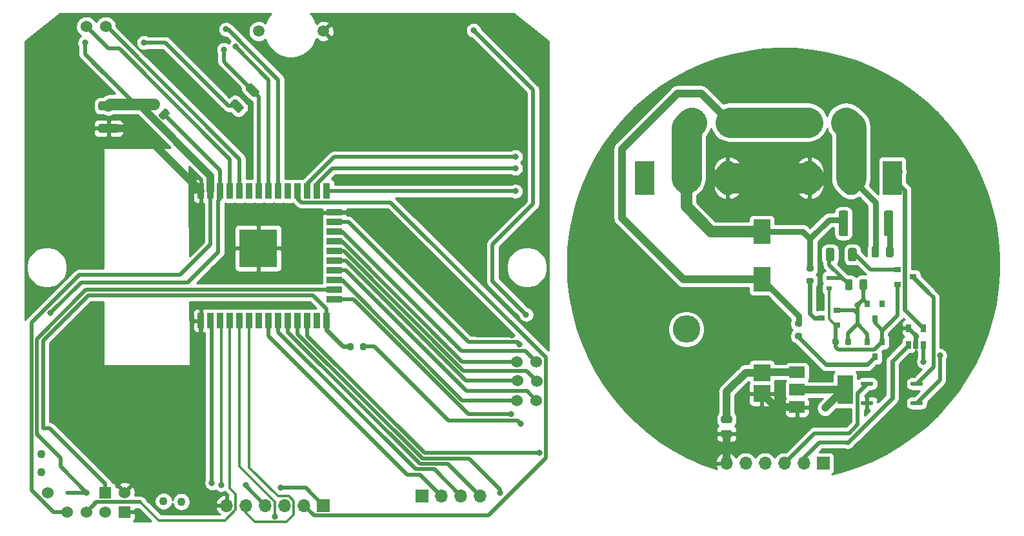
<source format=gbr>
%TF.GenerationSoftware,KiCad,Pcbnew,(5.1.10)-1*%
%TF.CreationDate,2021-08-15T00:34:02+03:00*%
%TF.ProjectId,Dimmer,44696d6d-6572-42e6-9b69-6361645f7063,rev?*%
%TF.SameCoordinates,Original*%
%TF.FileFunction,Copper,L2,Bot*%
%TF.FilePolarity,Positive*%
%FSLAX46Y46*%
G04 Gerber Fmt 4.6, Leading zero omitted, Abs format (unit mm)*
G04 Created by KiCad (PCBNEW (5.1.10)-1) date 2021-08-15 00:34:02*
%MOMM*%
%LPD*%
G01*
G04 APERTURE LIST*
%TA.AperFunction,WasherPad*%
%ADD10C,1.100000*%
%TD*%
%TA.AperFunction,SMDPad,CuDef*%
%ADD11R,2.000000X1.500000*%
%TD*%
%TA.AperFunction,SMDPad,CuDef*%
%ADD12R,2.000000X3.800000*%
%TD*%
%TA.AperFunction,ComponentPad*%
%ADD13O,1.700000X1.700000*%
%TD*%
%TA.AperFunction,ComponentPad*%
%ADD14R,1.700000X1.700000*%
%TD*%
%TA.AperFunction,ComponentPad*%
%ADD15R,2.500000X4.500000*%
%TD*%
%TA.AperFunction,ComponentPad*%
%ADD16O,2.500000X4.500000*%
%TD*%
%TA.AperFunction,SMDPad,CuDef*%
%ADD17R,0.650000X1.060000*%
%TD*%
%TA.AperFunction,ConnectorPad*%
%ADD18O,3.600000X3.600000*%
%TD*%
%TA.AperFunction,SMDPad,CuDef*%
%ADD19R,0.700000X0.600000*%
%TD*%
%TA.AperFunction,ComponentPad*%
%ADD20C,3.000000*%
%TD*%
%TA.AperFunction,SMDPad,CuDef*%
%ADD21R,0.900000X0.800000*%
%TD*%
%TA.AperFunction,ComponentPad*%
%ADD22R,2.200000X2.200000*%
%TD*%
%TA.AperFunction,ComponentPad*%
%ADD23R,2.200000X3.200000*%
%TD*%
%TA.AperFunction,SMDPad,CuDef*%
%ADD24R,0.800000X0.900000*%
%TD*%
%TA.AperFunction,ComponentPad*%
%ADD25C,1.500000*%
%TD*%
%TA.AperFunction,ComponentPad*%
%ADD26C,1.524000*%
%TD*%
%TA.AperFunction,SMDPad,CuDef*%
%ADD27R,0.900000X2.000000*%
%TD*%
%TA.AperFunction,SMDPad,CuDef*%
%ADD28R,2.000000X0.900000*%
%TD*%
%TA.AperFunction,SMDPad,CuDef*%
%ADD29R,5.000000X5.000000*%
%TD*%
%TA.AperFunction,ComponentPad*%
%ADD30R,1.524000X1.524000*%
%TD*%
%TA.AperFunction,ViaPad*%
%ADD31C,0.800000*%
%TD*%
%TA.AperFunction,Conductor*%
%ADD32C,0.800000*%
%TD*%
%TA.AperFunction,Conductor*%
%ADD33C,0.500000*%
%TD*%
%TA.AperFunction,Conductor*%
%ADD34C,0.600000*%
%TD*%
%TA.AperFunction,Conductor*%
%ADD35C,1.000000*%
%TD*%
%TA.AperFunction,Conductor*%
%ADD36C,4.000000*%
%TD*%
%TA.AperFunction,Conductor*%
%ADD37C,1.500000*%
%TD*%
%TA.AperFunction,Conductor*%
%ADD38C,0.250000*%
%TD*%
%TA.AperFunction,Conductor*%
%ADD39C,0.300000*%
%TD*%
%TA.AperFunction,Conductor*%
%ADD40C,0.254000*%
%TD*%
%TA.AperFunction,Conductor*%
%ADD41C,0.100000*%
%TD*%
G04 APERTURE END LIST*
D10*
%TO.P,RST2,*%
%TO.N,*%
X83159600Y-130759200D03*
X83210400Y-128425000D03*
%TD*%
%TO.P,Mode1,*%
%TO.N,*%
X101549200Y-134645400D03*
X99215000Y-134594600D03*
%TD*%
D11*
%TO.P,U22,1*%
%TO.N,GND*%
X182337900Y-122256840D03*
%TO.P,U22,3*%
%TO.N,+12V*%
X182337900Y-117656840D03*
%TO.P,U22,2*%
%TO.N,+3V3*%
X182337900Y-119956840D03*
D12*
X188637900Y-119956840D03*
%TD*%
D13*
%TO.P,J16,6*%
%TO.N,GND*%
X107500000Y-135150000D03*
%TO.P,J16,5*%
%TO.N,SDA*%
X110040000Y-135150000D03*
%TO.P,J16,4*%
%TO.N,SCL*%
X112580000Y-135150000D03*
%TO.P,J16,3*%
%TO.N,null*%
X115120000Y-135150000D03*
%TO.P,J16,2*%
%TO.N,cntrl*%
X117660000Y-135150000D03*
D14*
%TO.P,J16,1*%
%TO.N,+3V3*%
X120200000Y-135150000D03*
%TD*%
D13*
%TO.P,J4,6*%
%TO.N,GND*%
X173057900Y-129616840D03*
%TO.P,J4,5*%
%TO.N,SDA*%
X175597900Y-129616840D03*
%TO.P,J4,4*%
%TO.N,SCL*%
X178137900Y-129616840D03*
%TO.P,J4,3*%
%TO.N,Detect_null*%
X180677900Y-129616840D03*
%TO.P,J4,2*%
%TO.N,Load_cntrl*%
X183217900Y-129616840D03*
D14*
%TO.P,J4,1*%
%TO.N,+3V3*%
X185757900Y-129616840D03*
%TD*%
%TO.P,C11,2*%
%TO.N,GND*%
%TA.AperFunction,SMDPad,CuDef*%
G36*
G01*
X172613300Y-125255440D02*
X173563300Y-125255440D01*
G75*
G02*
X173813300Y-125505440I0J-250000D01*
G01*
X173813300Y-126005440D01*
G75*
G02*
X173563300Y-126255440I-250000J0D01*
G01*
X172613300Y-126255440D01*
G75*
G02*
X172363300Y-126005440I0J250000D01*
G01*
X172363300Y-125505440D01*
G75*
G02*
X172613300Y-125255440I250000J0D01*
G01*
G37*
%TD.AperFunction*%
%TO.P,C11,1*%
%TO.N,+12V*%
%TA.AperFunction,SMDPad,CuDef*%
G36*
G01*
X172613300Y-123355440D02*
X173563300Y-123355440D01*
G75*
G02*
X173813300Y-123605440I0J-250000D01*
G01*
X173813300Y-124105440D01*
G75*
G02*
X173563300Y-124355440I-250000J0D01*
G01*
X172613300Y-124355440D01*
G75*
G02*
X172363300Y-124105440I0J250000D01*
G01*
X172363300Y-123605440D01*
G75*
G02*
X172613300Y-123355440I250000J0D01*
G01*
G37*
%TD.AperFunction*%
%TD*%
%TO.P,R8,1*%
%TO.N,Net-(D1-Pad2)*%
%TA.AperFunction,SMDPad,CuDef*%
G36*
G01*
X186987900Y-113941840D02*
X186987900Y-113391840D01*
G75*
G02*
X187187900Y-113191840I200000J0D01*
G01*
X187587900Y-113191840D01*
G75*
G02*
X187787900Y-113391840I0J-200000D01*
G01*
X187787900Y-113941840D01*
G75*
G02*
X187587900Y-114141840I-200000J0D01*
G01*
X187187900Y-114141840D01*
G75*
G02*
X186987900Y-113941840I0J200000D01*
G01*
G37*
%TD.AperFunction*%
%TO.P,R8,2*%
%TO.N,Net-(C2-Pad2)*%
%TA.AperFunction,SMDPad,CuDef*%
G36*
G01*
X188637900Y-113941840D02*
X188637900Y-113391840D01*
G75*
G02*
X188837900Y-113191840I200000J0D01*
G01*
X189237900Y-113191840D01*
G75*
G02*
X189437900Y-113391840I0J-200000D01*
G01*
X189437900Y-113941840D01*
G75*
G02*
X189237900Y-114141840I-200000J0D01*
G01*
X188837900Y-114141840D01*
G75*
G02*
X188637900Y-113941840I0J200000D01*
G01*
G37*
%TD.AperFunction*%
%TD*%
D15*
%TO.P,Q2,1*%
%TO.N,Net-(D7-Pad5)*%
X194857900Y-92166840D03*
D16*
%TO.P,Q2,2*%
%TO.N,Net-(C1-Pad2)*%
X189407900Y-92166840D03*
%TO.P,Q2,3*%
%TO.N,GND*%
X183957900Y-92166840D03*
%TD*%
D17*
%TO.P,D7,1*%
%TO.N,+12V*%
X198887900Y-114066840D03*
%TO.P,D7,2*%
%TO.N,GND*%
X197937900Y-114066840D03*
%TO.P,D7,3*%
%TO.N,Load_cntrl*%
X196987900Y-114066840D03*
%TO.P,D7,4*%
%TO.N,GND*%
X196987900Y-111866840D03*
%TO.P,D7,5*%
%TO.N,Net-(D7-Pad5)*%
X198887900Y-111866840D03*
%TD*%
D16*
%TO.P,Q1,3*%
%TO.N,GND*%
X173257900Y-92166840D03*
%TO.P,Q1,2*%
%TO.N,Net-(J1-Pad1)*%
X167807900Y-92166840D03*
D15*
%TO.P,Q1,1*%
%TO.N,Net-(D7-Pad5)*%
X162357900Y-92166840D03*
D18*
%TO.P,Q1,*%
%TO.N,*%
X167807900Y-112026840D03*
%TD*%
D19*
%TO.P,D4,2*%
%TO.N,Net-(D1-Pad2)*%
X186537900Y-106666840D03*
%TO.P,D4,1*%
%TO.N,Net-(C2-Pad1)*%
X186537900Y-105266840D03*
%TD*%
%TO.P,U4,1*%
%TO.N,Net-(Q3-Pad3)*%
%TA.AperFunction,SMDPad,CuDef*%
G36*
G01*
X198837900Y-119029340D02*
X198837900Y-119304340D01*
G75*
G02*
X198700400Y-119441840I-137500J0D01*
G01*
X197375400Y-119441840D01*
G75*
G02*
X197237900Y-119304340I0J137500D01*
G01*
X197237900Y-119029340D01*
G75*
G02*
X197375400Y-118891840I137500J0D01*
G01*
X198700400Y-118891840D01*
G75*
G02*
X198837900Y-119029340I0J-137500D01*
G01*
G37*
%TD.AperFunction*%
%TO.P,U4,3*%
%TO.N,Net-(C2-Pad2)*%
%TA.AperFunction,SMDPad,CuDef*%
G36*
G01*
X198837900Y-121569340D02*
X198837900Y-121844340D01*
G75*
G02*
X198700400Y-121981840I-137500J0D01*
G01*
X197375400Y-121981840D01*
G75*
G02*
X197237900Y-121844340I0J137500D01*
G01*
X197237900Y-121569340D01*
G75*
G02*
X197375400Y-121431840I137500J0D01*
G01*
X198700400Y-121431840D01*
G75*
G02*
X198837900Y-121569340I0J-137500D01*
G01*
G37*
%TD.AperFunction*%
%TO.P,U4,4*%
%TO.N,GND*%
%TA.AperFunction,SMDPad,CuDef*%
G36*
G01*
X192337900Y-121569340D02*
X192337900Y-121844340D01*
G75*
G02*
X192200400Y-121981840I-137500J0D01*
G01*
X190875400Y-121981840D01*
G75*
G02*
X190737900Y-121844340I0J137500D01*
G01*
X190737900Y-121569340D01*
G75*
G02*
X190875400Y-121431840I137500J0D01*
G01*
X192200400Y-121431840D01*
G75*
G02*
X192337900Y-121569340I0J-137500D01*
G01*
G37*
%TD.AperFunction*%
%TO.P,U4,6*%
%TO.N,Detect_null*%
%TA.AperFunction,SMDPad,CuDef*%
G36*
G01*
X192337900Y-119029340D02*
X192337900Y-119304340D01*
G75*
G02*
X192200400Y-119441840I-137500J0D01*
G01*
X190875400Y-119441840D01*
G75*
G02*
X190737900Y-119304340I0J137500D01*
G01*
X190737900Y-119029340D01*
G75*
G02*
X190875400Y-118891840I137500J0D01*
G01*
X192200400Y-118891840D01*
G75*
G02*
X192337900Y-119029340I0J-137500D01*
G01*
G37*
%TD.AperFunction*%
%TD*%
D20*
%TO.P,J11,1*%
%TO.N,Net-(C1-Pad2)*%
X188757900Y-84856840D03*
%TO.P,J11,2*%
%TO.N,Net-(J1-Pad2)*%
X183757900Y-84856840D03*
%TD*%
D21*
%TO.P,D1,1*%
%TO.N,Net-(C2-Pad2)*%
X187537900Y-109566840D03*
%TO.P,D1,2*%
%TO.N,Net-(D1-Pad2)*%
X187537900Y-111466840D03*
%TO.P,D1,3*%
%TO.N,Net-(D1-Pad3)*%
X185537900Y-110516840D03*
%TD*%
D22*
%TO.P,J1,4*%
%TO.N,GND*%
X177717900Y-120456840D03*
%TO.P,J1,3*%
%TO.N,+12V*%
X177717900Y-117706840D03*
D23*
%TO.P,J1,2*%
%TO.N,Net-(J1-Pad2)*%
X177717900Y-105456840D03*
%TO.P,J1,1*%
%TO.N,Net-(J1-Pad1)*%
X177717900Y-99206840D03*
%TD*%
D20*
%TO.P,J9,1*%
%TO.N,Net-(J1-Pad2)*%
X173557900Y-84856840D03*
%TO.P,J9,2*%
%TO.N,Net-(J1-Pad1)*%
X168557900Y-84856840D03*
%TD*%
%TO.P,C1,2*%
%TO.N,Net-(C1-Pad2)*%
%TA.AperFunction,SMDPad,CuDef*%
G36*
G01*
X193107900Y-101391840D02*
X193107900Y-102341840D01*
G75*
G02*
X192857900Y-102591840I-250000J0D01*
G01*
X192357900Y-102591840D01*
G75*
G02*
X192107900Y-102341840I0J250000D01*
G01*
X192107900Y-101391840D01*
G75*
G02*
X192357900Y-101141840I250000J0D01*
G01*
X192857900Y-101141840D01*
G75*
G02*
X193107900Y-101391840I0J-250000D01*
G01*
G37*
%TD.AperFunction*%
%TO.P,C1,1*%
%TO.N,Net-(C1-Pad1)*%
%TA.AperFunction,SMDPad,CuDef*%
G36*
G01*
X195007900Y-101391840D02*
X195007900Y-102341840D01*
G75*
G02*
X194757900Y-102591840I-250000J0D01*
G01*
X194257900Y-102591840D01*
G75*
G02*
X194007900Y-102341840I0J250000D01*
G01*
X194007900Y-101391840D01*
G75*
G02*
X194257900Y-101141840I250000J0D01*
G01*
X194757900Y-101141840D01*
G75*
G02*
X195007900Y-101391840I0J-250000D01*
G01*
G37*
%TD.AperFunction*%
%TD*%
%TO.P,R7,1*%
%TO.N,Net-(C1-Pad1)*%
%TA.AperFunction,SMDPad,CuDef*%
G36*
G01*
X194962900Y-96691839D02*
X194962900Y-99541841D01*
G75*
G02*
X194712901Y-99791840I-249999J0D01*
G01*
X193987899Y-99791840D01*
G75*
G02*
X193737900Y-99541841I0J249999D01*
G01*
X193737900Y-96691839D01*
G75*
G02*
X193987899Y-96441840I249999J0D01*
G01*
X194712901Y-96441840D01*
G75*
G02*
X194962900Y-96691839I0J-249999D01*
G01*
G37*
%TD.AperFunction*%
%TO.P,R7,2*%
%TO.N,Net-(J1-Pad1)*%
%TA.AperFunction,SMDPad,CuDef*%
G36*
G01*
X189037900Y-96691839D02*
X189037900Y-99541841D01*
G75*
G02*
X188787901Y-99791840I-249999J0D01*
G01*
X188062899Y-99791840D01*
G75*
G02*
X187812900Y-99541841I0J249999D01*
G01*
X187812900Y-96691839D01*
G75*
G02*
X188062899Y-96441840I249999J0D01*
G01*
X188787901Y-96441840D01*
G75*
G02*
X189037900Y-96691839I0J-249999D01*
G01*
G37*
%TD.AperFunction*%
%TD*%
%TO.P,R4,1*%
%TO.N,Net-(D1-Pad3)*%
%TA.AperFunction,SMDPad,CuDef*%
G36*
G01*
X184312900Y-106066840D02*
X183762900Y-106066840D01*
G75*
G02*
X183562900Y-105866840I0J200000D01*
G01*
X183562900Y-105466840D01*
G75*
G02*
X183762900Y-105266840I200000J0D01*
G01*
X184312900Y-105266840D01*
G75*
G02*
X184512900Y-105466840I0J-200000D01*
G01*
X184512900Y-105866840D01*
G75*
G02*
X184312900Y-106066840I-200000J0D01*
G01*
G37*
%TD.AperFunction*%
%TO.P,R4,2*%
%TO.N,Net-(J1-Pad1)*%
%TA.AperFunction,SMDPad,CuDef*%
G36*
G01*
X184312900Y-104416840D02*
X183762900Y-104416840D01*
G75*
G02*
X183562900Y-104216840I0J200000D01*
G01*
X183562900Y-103816840D01*
G75*
G02*
X183762900Y-103616840I200000J0D01*
G01*
X184312900Y-103616840D01*
G75*
G02*
X184512900Y-103816840I0J-200000D01*
G01*
X184512900Y-104216840D01*
G75*
G02*
X184312900Y-104416840I-200000J0D01*
G01*
G37*
%TD.AperFunction*%
%TD*%
D21*
%TO.P,Q3,1*%
%TO.N,Net-(D1-Pad2)*%
X195537900Y-106116840D03*
%TO.P,Q3,2*%
%TO.N,Net-(Q3-Pad2)*%
X195537900Y-104216840D03*
%TO.P,Q3,3*%
%TO.N,Net-(Q3-Pad3)*%
X197537900Y-105166840D03*
%TD*%
D24*
%TO.P,D2,1*%
%TO.N,Net-(C2-Pad2)*%
X191587900Y-113666840D03*
%TO.P,D2,2*%
%TO.N,Net-(D1-Pad2)*%
X193487900Y-113666840D03*
%TO.P,D2,3*%
%TO.N,Net-(D2-Pad3)*%
X192537900Y-115666840D03*
%TD*%
%TO.P,R6,1*%
%TO.N,Net-(D2-Pad3)*%
%TA.AperFunction,SMDPad,CuDef*%
G36*
G01*
X182812900Y-113316840D02*
X182262900Y-113316840D01*
G75*
G02*
X182062900Y-113116840I0J200000D01*
G01*
X182062900Y-112716840D01*
G75*
G02*
X182262900Y-112516840I200000J0D01*
G01*
X182812900Y-112516840D01*
G75*
G02*
X183012900Y-112716840I0J-200000D01*
G01*
X183012900Y-113116840D01*
G75*
G02*
X182812900Y-113316840I-200000J0D01*
G01*
G37*
%TD.AperFunction*%
%TO.P,R6,2*%
%TO.N,Net-(J1-Pad2)*%
%TA.AperFunction,SMDPad,CuDef*%
G36*
G01*
X182812900Y-111666840D02*
X182262900Y-111666840D01*
G75*
G02*
X182062900Y-111466840I0J200000D01*
G01*
X182062900Y-111066840D01*
G75*
G02*
X182262900Y-110866840I200000J0D01*
G01*
X182812900Y-110866840D01*
G75*
G02*
X183012900Y-111066840I0J-200000D01*
G01*
X183012900Y-111466840D01*
G75*
G02*
X182812900Y-111666840I-200000J0D01*
G01*
G37*
%TD.AperFunction*%
%TD*%
%TO.P,D3,2*%
%TO.N,Net-(C2-Pad2)*%
X191587900Y-108666840D03*
%TO.P,D3,*%
%TO.N,*%
X193487900Y-108666840D03*
%TO.P,D3,1*%
%TO.N,Net-(D1-Pad2)*%
X192537900Y-110666840D03*
%TD*%
%TO.P,C2,1*%
%TO.N,Net-(C2-Pad1)*%
%TA.AperFunction,SMDPad,CuDef*%
G36*
G01*
X188637900Y-106641840D02*
X188637900Y-105691840D01*
G75*
G02*
X188887900Y-105441840I250000J0D01*
G01*
X189387900Y-105441840D01*
G75*
G02*
X189637900Y-105691840I0J-250000D01*
G01*
X189637900Y-106641840D01*
G75*
G02*
X189387900Y-106891840I-250000J0D01*
G01*
X188887900Y-106891840D01*
G75*
G02*
X188637900Y-106641840I0J250000D01*
G01*
G37*
%TD.AperFunction*%
%TO.P,C2,2*%
%TO.N,Net-(C2-Pad2)*%
%TA.AperFunction,SMDPad,CuDef*%
G36*
G01*
X190537900Y-106641840D02*
X190537900Y-105691840D01*
G75*
G02*
X190787900Y-105441840I250000J0D01*
G01*
X191287900Y-105441840D01*
G75*
G02*
X191537900Y-105691840I0J-250000D01*
G01*
X191537900Y-106641840D01*
G75*
G02*
X191287900Y-106891840I-250000J0D01*
G01*
X190787900Y-106891840D01*
G75*
G02*
X190537900Y-106641840I0J250000D01*
G01*
G37*
%TD.AperFunction*%
%TD*%
%TO.P,R10,1*%
%TO.N,Net-(Q3-Pad2)*%
%TA.AperFunction,SMDPad,CuDef*%
G36*
G01*
X190162900Y-101591837D02*
X190162900Y-102841843D01*
G75*
G02*
X189912903Y-103091840I-249997J0D01*
G01*
X189287897Y-103091840D01*
G75*
G02*
X189037900Y-102841843I0J249997D01*
G01*
X189037900Y-101591837D01*
G75*
G02*
X189287897Y-101341840I249997J0D01*
G01*
X189912903Y-101341840D01*
G75*
G02*
X190162900Y-101591837I0J-249997D01*
G01*
G37*
%TD.AperFunction*%
%TO.P,R10,2*%
%TO.N,Net-(C2-Pad1)*%
%TA.AperFunction,SMDPad,CuDef*%
G36*
G01*
X187237900Y-101591837D02*
X187237900Y-102841843D01*
G75*
G02*
X186987903Y-103091840I-249997J0D01*
G01*
X186362897Y-103091840D01*
G75*
G02*
X186112900Y-102841843I0J249997D01*
G01*
X186112900Y-101591837D01*
G75*
G02*
X186362897Y-101341840I249997J0D01*
G01*
X186987903Y-101341840D01*
G75*
G02*
X187237900Y-101591837I0J-249997D01*
G01*
G37*
%TD.AperFunction*%
%TD*%
D25*
%TO.P,R3,2*%
%TO.N,GND*%
X120200000Y-72900000D03*
%TO.P,R3,1*%
%TO.N,photo*%
X111700000Y-72900000D03*
%TD*%
D13*
%TO.P,J22,4*%
%TO.N,Net-(J22-Pad4)*%
X140740000Y-133900000D03*
%TO.P,J22,3*%
%TO.N,Net-(J22-Pad3)*%
X138200000Y-133900000D03*
%TO.P,J22,2*%
%TO.N,Net-(J22-Pad2)*%
X135660000Y-133900000D03*
D14*
%TO.P,J22,1*%
%TO.N,MOSI*%
X133120000Y-133900000D03*
%TD*%
D26*
%TO.P,RST1,1*%
%TO.N,Net-(R2-Pad2)*%
X84000000Y-133450000D03*
%TD*%
D27*
%TO.P,U2,38*%
%TO.N,GND*%
X104130000Y-110900000D03*
%TO.P,U2,37*%
%TO.N,MOSI*%
X105400000Y-110900000D03*
%TO.P,U2,36*%
%TO.N,SCL*%
X106670000Y-110900000D03*
%TO.P,U2,35*%
%TO.N,Net-(J3-Pad2)*%
X107940000Y-110900000D03*
%TO.P,U2,34*%
%TO.N,Net-(J3-Pad3)*%
X109210000Y-110900000D03*
%TO.P,U2,33*%
%TO.N,SDA*%
X110480000Y-110900000D03*
%TO.P,U2,32*%
%TO.N,N/C*%
X111750000Y-110900000D03*
%TO.P,U2,31*%
%TO.N,Net-(J22-Pad2)*%
X113020000Y-110900000D03*
%TO.P,U2,30*%
%TO.N,Net-(J22-Pad3)*%
X114290000Y-110900000D03*
%TO.P,U2,29*%
%TO.N,Net-(J22-Pad4)*%
X115560000Y-110900000D03*
%TO.P,U2,28*%
%TO.N,null*%
X116830000Y-110900000D03*
%TO.P,U2,27*%
%TO.N,RED*%
X118100000Y-110900000D03*
%TO.P,U2,26*%
%TO.N,N/C*%
X119370000Y-110900000D03*
%TO.P,U2,25*%
%TO.N,Net-(J2-Pad1)*%
X120640000Y-110900000D03*
D28*
%TO.P,U2,24*%
%TO.N,Net-(U2-Pad24)*%
X121640000Y-108115000D03*
%TO.P,U2,23*%
%TO.N,Mode*%
X121640000Y-106845000D03*
%TO.P,U2,22*%
%TO.N,Net-(SD1-Pad1)*%
X121640000Y-105575000D03*
%TO.P,U2,21*%
%TO.N,Net-(SD0-Pad1)*%
X121640000Y-104305000D03*
%TO.P,U2,20*%
%TO.N,Net-(CLK1-Pad1)*%
X121640000Y-103035000D03*
%TO.P,U2,19*%
%TO.N,Net-(CMD1-Pad1)*%
X121640000Y-101765000D03*
%TO.P,U2,18*%
%TO.N,Net-(SD3-Pad1)*%
X121640000Y-100495000D03*
%TO.P,U2,17*%
%TO.N,Net-(SD2-Pad1)*%
X121640000Y-99225000D03*
%TO.P,U2,16*%
%TO.N,Net-(U2-Pad16)*%
X121640000Y-97955000D03*
%TO.P,U2,15*%
%TO.N,GND*%
X121640000Y-96685000D03*
D27*
%TO.P,U2,14*%
%TO.N,Net-(U2-Pad14)*%
X120640000Y-93900000D03*
%TO.P,U2,13*%
%TO.N,Net-(U2-Pad13)*%
X119370000Y-93900000D03*
%TO.P,U2,12*%
%TO.N,Net-(U2-Pad12)*%
X118100000Y-93900000D03*
%TO.P,U2,11*%
%TO.N,cntrl*%
X116830000Y-93900000D03*
%TO.P,U2,10*%
%TO.N,N/C*%
X115560000Y-93900000D03*
%TO.P,U2,9*%
%TO.N,BLUE*%
X114290000Y-93900000D03*
%TO.P,U2,8*%
%TO.N,Net-(U2-Pad8)*%
X113020000Y-93900000D03*
%TO.P,U2,7*%
%TO.N,photo*%
X111750000Y-93900000D03*
%TO.P,U2,6*%
%TO.N,N/C*%
X110480000Y-93900000D03*
%TO.P,U2,5*%
%TO.N,Net-(S_VN1-Pad1)*%
X109210000Y-93900000D03*
%TO.P,U2,4*%
%TO.N,Net-(S_VP1-Pad1)*%
X107940000Y-93900000D03*
%TO.P,U2,3*%
%TO.N,Net-(R2-Pad2)*%
X106670000Y-93900000D03*
%TO.P,U2,2*%
%TO.N,+3V3*%
X105400000Y-93900000D03*
%TO.P,U2,1*%
%TO.N,GND*%
X104130000Y-93900000D03*
D29*
%TO.P,U2,39*%
X111630000Y-101400000D03*
%TD*%
%TO.P,R5,2*%
%TO.N,Net-(J2-Pad1)*%
%TA.AperFunction,SMDPad,CuDef*%
G36*
G01*
X124150000Y-114025000D02*
X124150000Y-114575000D01*
G75*
G02*
X123950000Y-114775000I-200000J0D01*
G01*
X123550000Y-114775000D01*
G75*
G02*
X123350000Y-114575000I0J200000D01*
G01*
X123350000Y-114025000D01*
G75*
G02*
X123550000Y-113825000I200000J0D01*
G01*
X123950000Y-113825000D01*
G75*
G02*
X124150000Y-114025000I0J-200000D01*
G01*
G37*
%TD.AperFunction*%
%TO.P,R5,1*%
%TO.N,+3V3*%
%TA.AperFunction,SMDPad,CuDef*%
G36*
G01*
X125800000Y-114025000D02*
X125800000Y-114575000D01*
G75*
G02*
X125600000Y-114775000I-200000J0D01*
G01*
X125200000Y-114775000D01*
G75*
G02*
X125000000Y-114575000I0J200000D01*
G01*
X125000000Y-114025000D01*
G75*
G02*
X125200000Y-113825000I200000J0D01*
G01*
X125600000Y-113825000D01*
G75*
G02*
X125800000Y-114025000I0J-200000D01*
G01*
G37*
%TD.AperFunction*%
%TD*%
%TO.P,R1,2*%
%TO.N,photo*%
%TA.AperFunction,SMDPad,CuDef*%
G36*
G01*
X110940840Y-81489692D02*
X110056952Y-80605804D01*
G75*
G02*
X110056952Y-80252254I176775J176775D01*
G01*
X110498898Y-79810308D01*
G75*
G02*
X110852448Y-79810308I176775J-176775D01*
G01*
X111736336Y-80694196D01*
G75*
G02*
X111736336Y-81047746I-176775J-176775D01*
G01*
X111294390Y-81489692D01*
G75*
G02*
X110940840Y-81489692I-176775J176775D01*
G01*
G37*
%TD.AperFunction*%
%TO.P,R1,1*%
%TO.N,+3V3*%
%TA.AperFunction,SMDPad,CuDef*%
G36*
G01*
X108872552Y-83557980D02*
X107988664Y-82674092D01*
G75*
G02*
X107988664Y-82320542I176775J176775D01*
G01*
X108430610Y-81878596D01*
G75*
G02*
X108784160Y-81878596I176775J-176775D01*
G01*
X109668048Y-82762484D01*
G75*
G02*
X109668048Y-83116034I-176775J-176775D01*
G01*
X109226102Y-83557980D01*
G75*
G02*
X108872552Y-83557980I-176775J176775D01*
G01*
G37*
%TD.AperFunction*%
%TD*%
%TO.P,C4,2*%
%TO.N,GND*%
%TA.AperFunction,SMDPad,CuDef*%
G36*
G01*
X90899999Y-85075000D02*
X93100001Y-85075000D01*
G75*
G02*
X93350000Y-85324999I0J-249999D01*
G01*
X93350000Y-85975001D01*
G75*
G02*
X93100001Y-86225000I-249999J0D01*
G01*
X90899999Y-86225000D01*
G75*
G02*
X90650000Y-85975001I0J249999D01*
G01*
X90650000Y-85324999D01*
G75*
G02*
X90899999Y-85075000I249999J0D01*
G01*
G37*
%TD.AperFunction*%
%TO.P,C4,1*%
%TO.N,+3V3*%
%TA.AperFunction,SMDPad,CuDef*%
G36*
G01*
X90899999Y-82125000D02*
X93100001Y-82125000D01*
G75*
G02*
X93350000Y-82374999I0J-249999D01*
G01*
X93350000Y-83025001D01*
G75*
G02*
X93100001Y-83275000I-249999J0D01*
G01*
X90899999Y-83275000D01*
G75*
G02*
X90650000Y-83025001I0J249999D01*
G01*
X90650000Y-82374999D01*
G75*
G02*
X90899999Y-82125000I249999J0D01*
G01*
G37*
%TD.AperFunction*%
%TD*%
%TO.P,R2,1*%
%TO.N,+3V3*%
%TA.AperFunction,SMDPad,CuDef*%
G36*
G01*
X97324174Y-82460573D02*
X97960573Y-81824174D01*
G75*
G02*
X98314123Y-81824174I176775J-176775D01*
G01*
X98685356Y-82195407D01*
G75*
G02*
X98685356Y-82548957I-176775J-176775D01*
G01*
X98048957Y-83185356D01*
G75*
G02*
X97695407Y-83185356I-176775J176775D01*
G01*
X97324174Y-82814123D01*
G75*
G02*
X97324174Y-82460573I176775J176775D01*
G01*
G37*
%TD.AperFunction*%
%TO.P,R2,2*%
%TO.N,Net-(R2-Pad2)*%
%TA.AperFunction,SMDPad,CuDef*%
G36*
G01*
X98614644Y-83751043D02*
X99251043Y-83114644D01*
G75*
G02*
X99604593Y-83114644I176775J-176775D01*
G01*
X99975826Y-83485877D01*
G75*
G02*
X99975826Y-83839427I-176775J-176775D01*
G01*
X99339427Y-84475826D01*
G75*
G02*
X98985877Y-84475826I-176775J176775D01*
G01*
X98614644Y-84104593D01*
G75*
G02*
X98614644Y-83751043I176775J176775D01*
G01*
G37*
%TD.AperFunction*%
%TD*%
D26*
%TO.P,SD1,1*%
%TO.N,Net-(SD1-Pad1)*%
X145590000Y-121350000D03*
%TD*%
%TO.P,SD2,1*%
%TO.N,Net-(SD2-Pad1)*%
X148130000Y-116270000D03*
%TD*%
%TO.P,S_VP1,1*%
%TO.N,Net-(S_VP1-Pad1)*%
X89100000Y-72300000D03*
%TD*%
%TO.P,CLK1,1*%
%TO.N,Net-(CLK1-Pad1)*%
X145640000Y-118800000D03*
%TD*%
%TO.P,S_VN1,1*%
%TO.N,Net-(S_VN1-Pad1)*%
X91640000Y-72300000D03*
%TD*%
%TO.P,SD0,1*%
%TO.N,Net-(SD0-Pad1)*%
X148130000Y-121350000D03*
%TD*%
%TO.P,CMD1,1*%
%TO.N,Net-(CMD1-Pad1)*%
X148180000Y-118810000D03*
%TD*%
%TO.P,SD3,1*%
%TO.N,Net-(SD3-Pad1)*%
X145590000Y-116270000D03*
%TD*%
%TO.P,J3,1*%
%TO.N,+3V3*%
X86600000Y-136000000D03*
%TO.P,J3,2*%
%TO.N,Net-(J3-Pad2)*%
X89100000Y-136000000D03*
%TO.P,J3,3*%
%TO.N,Net-(J3-Pad3)*%
X91600000Y-136000000D03*
D30*
%TO.P,J3,4*%
%TO.N,GND*%
X94100000Y-136000000D03*
%TD*%
%TO.P,J2,1*%
%TO.N,Net-(J2-Pad1)*%
X91600000Y-133450000D03*
D26*
%TO.P,J2,2*%
%TO.N,GND*%
X94100000Y-133450000D03*
%TD*%
D31*
%TO.N,GND*%
X144883580Y-112843664D03*
X84000000Y-76300000D03*
X179037900Y-124616840D03*
X84700000Y-120280000D03*
%TO.N,+3V3*%
X88900000Y-74400000D03*
X189137900Y-119266840D03*
X96650000Y-74400000D03*
X146050000Y-124460000D03*
X183947900Y-119956840D03*
X186037900Y-122346840D03*
X188897900Y-121286840D03*
X114553000Y-132843000D03*
%TO.N,+12V*%
X198937900Y-116266840D03*
%TO.N,Net-(J3-Pad3)*%
X113842800Y-136587800D03*
%TO.N,Mode*%
X89140000Y-133460000D03*
%TO.N,Net-(U2-Pad24)*%
X144780000Y-123190000D03*
%TO.N,Net-(C2-Pad2)*%
X190262900Y-108891840D03*
X201087900Y-115466840D03*
%TO.N,MOSI*%
X105565907Y-132199984D03*
%TO.N,Net-(U2-Pad8)*%
X108693199Y-74943199D03*
%TO.N,Net-(U2-Pad14)*%
X145400000Y-93900000D03*
%TO.N,Net-(U2-Pad16)*%
X145944558Y-113997499D03*
%TO.N,Net-(U2-Pad13)*%
X145400000Y-90900000D03*
%TO.N,Net-(U2-Pad12)*%
X145400000Y-89400000D03*
%TO.N,BLUE*%
X107400000Y-72650000D03*
%TO.N,RED*%
X139900000Y-72800000D03*
X146800000Y-110100000D03*
X148550000Y-128270000D03*
%TO.N,null*%
X143400000Y-133500000D03*
%TO.N,photo*%
X107117158Y-75317158D03*
%TO.N,SCL*%
X110007400Y-132491999D03*
X106781600Y-132435600D03*
%TO.N,Net-(R2-Pad2)*%
X84400000Y-109900000D03*
%TD*%
D32*
%TO.N,Net-(C1-Pad1)*%
X194507900Y-97711840D02*
X194462900Y-97666840D01*
X194507900Y-101666840D02*
X194507900Y-97711840D01*
D33*
%TO.N,Net-(C2-Pad1)*%
X186537900Y-103466840D02*
X186537900Y-101666840D01*
X189137900Y-106166840D02*
X186537900Y-103566840D01*
X186537900Y-103566840D02*
X186537900Y-103466840D01*
X187937900Y-105266840D02*
X188237900Y-105266840D01*
X186537900Y-105266840D02*
X187937900Y-105266840D01*
X188237900Y-105266840D02*
X189137900Y-106166840D01*
%TO.N,GND*%
X84700000Y-120280000D02*
X84700000Y-120280000D01*
X104130000Y-116370000D02*
X104130000Y-110900000D01*
X100220000Y-120280000D02*
X104130000Y-116370000D01*
X121640000Y-96685000D02*
X124185000Y-96685000D01*
X140343664Y-112843664D02*
X144883580Y-112843664D01*
X124185000Y-96685000D02*
X140343664Y-112843664D01*
X178657900Y-121396840D02*
X177717900Y-120456840D01*
D34*
X197937900Y-114066840D02*
X197937900Y-112816840D01*
X197937900Y-112816840D02*
X196987900Y-111866840D01*
D33*
X173057900Y-125785840D02*
X173088300Y-125755440D01*
D35*
X173057900Y-129616840D02*
X173057900Y-125785840D01*
D33*
X84700000Y-120280000D02*
X100220000Y-120280000D01*
D35*
X179517900Y-122256840D02*
X177717900Y-120456840D01*
X182337900Y-122256840D02*
X179517900Y-122256840D01*
D36*
X183957900Y-92166840D02*
X173257900Y-92166840D01*
D35*
X95880000Y-85650000D02*
X104130000Y-93900000D01*
X92000000Y-85650000D02*
X95880000Y-85650000D01*
D33*
%TO.N,+3V3*%
X95504765Y-82504765D02*
X94775000Y-81775000D01*
X94775000Y-81775000D02*
X90150000Y-77150000D01*
X89150000Y-76150000D02*
X95900000Y-82900000D01*
X95900000Y-82900000D02*
X94775000Y-81775000D01*
X90150000Y-77150000D02*
X89150000Y-76150000D01*
X88900000Y-75900000D02*
X89150000Y-76150000D01*
X88900000Y-74400000D02*
X88900000Y-75900000D01*
X81899990Y-111142008D02*
X88141998Y-104900000D01*
X81899990Y-133143752D02*
X81899990Y-111142008D01*
X84756238Y-136000000D02*
X81899990Y-133143752D01*
X105400000Y-100900000D02*
X105400000Y-93900000D01*
X88141998Y-104900000D02*
X101400000Y-104900000D01*
X101400000Y-104900000D02*
X105400000Y-100900000D01*
X107758758Y-82718288D02*
X105690470Y-80650000D01*
X108828356Y-82718288D02*
X107758758Y-82718288D01*
X99440470Y-74400000D02*
X96650000Y-74400000D01*
X105690470Y-80650000D02*
X99440470Y-74400000D01*
X126835038Y-114300000D02*
X125400000Y-114300000D01*
X145630001Y-124040001D02*
X146050000Y-124460000D01*
X136575039Y-124040001D02*
X145630001Y-124040001D01*
X135807519Y-123272481D02*
X136575039Y-124040001D01*
X135807519Y-123272481D02*
X126835038Y-114300000D01*
X86650000Y-136000000D02*
X85200000Y-136000000D01*
X85200000Y-136000000D02*
X86600000Y-136000000D01*
X85200000Y-136000000D02*
X84756238Y-136000000D01*
X117892000Y-132842000D02*
X114554000Y-132842000D01*
X120200000Y-135150000D02*
X117892000Y-132842000D01*
D35*
X183947900Y-119956840D02*
X188637900Y-119956840D01*
X182337900Y-119956840D02*
X183947900Y-119956840D01*
X189117900Y-119266840D02*
X186037900Y-122346840D01*
X189137900Y-119266840D02*
X189117900Y-119266840D01*
X188637900Y-121026840D02*
X188897900Y-121286840D01*
X188637900Y-119956840D02*
X188637900Y-121026840D01*
D37*
X92195235Y-82504765D02*
X92000000Y-82700000D01*
D35*
X96004765Y-82504765D02*
X95385235Y-82504765D01*
X105400000Y-93900000D02*
X105400000Y-91900000D01*
D37*
X95385235Y-82504765D02*
X92195235Y-82504765D01*
D35*
X105400000Y-91900000D02*
X96004765Y-82504765D01*
D37*
X98004765Y-82504765D02*
X95385235Y-82504765D01*
D33*
%TO.N,+12V*%
X198937900Y-114116840D02*
X198887900Y-114066840D01*
X198937900Y-116266840D02*
X198937900Y-114116840D01*
X177457898Y-117706840D02*
X177717900Y-117706840D01*
D35*
X173088300Y-123855440D02*
X173088300Y-122076438D01*
D38*
X177767900Y-117656840D02*
X177717900Y-117706840D01*
D35*
X182337900Y-117656840D02*
X177767900Y-117656840D01*
X175617900Y-117706840D02*
X173088300Y-120236440D01*
X173088300Y-120236440D02*
X173088300Y-122076438D01*
X177717900Y-117706840D02*
X175617900Y-117706840D01*
D32*
%TO.N,Net-(J1-Pad1)*%
X184037900Y-100166840D02*
X186537900Y-97666840D01*
D37*
X167807900Y-95936840D02*
X167807900Y-92166840D01*
D32*
X184037900Y-104016840D02*
X184037900Y-100166840D01*
X188537900Y-97666840D02*
X186537900Y-97666840D01*
X177717900Y-99206840D02*
X183077900Y-99206840D01*
X183077900Y-99206840D02*
X184037900Y-100166840D01*
D37*
X171077900Y-99206840D02*
X167807900Y-95936840D01*
D35*
X167807900Y-84724528D02*
X167665201Y-84581829D01*
X174307900Y-99206840D02*
X174487900Y-99386840D01*
D37*
X177717900Y-99206840D02*
X174307900Y-99206840D01*
X174307900Y-99206840D02*
X171077900Y-99206840D01*
D36*
X167807900Y-85606840D02*
X168557900Y-84856840D01*
X167807900Y-92166840D02*
X167807900Y-85606840D01*
D34*
%TO.N,Net-(J2-Pad1)*%
X123750000Y-114300000D02*
X122800000Y-114300000D01*
X120640000Y-112140000D02*
X120640000Y-110900000D01*
X122800000Y-114300000D02*
X120640000Y-112140000D01*
D33*
X118785010Y-107545010D02*
X120640000Y-109400000D01*
X120640000Y-109400000D02*
X120640000Y-110900000D01*
X83399999Y-113500001D02*
X89354990Y-107545010D01*
X89354990Y-107545010D02*
X118785010Y-107545010D01*
X83399999Y-125049999D02*
X83399999Y-113500001D01*
X91600000Y-132344598D02*
X91600000Y-133450000D01*
X84305401Y-125049999D02*
X91600000Y-132344598D01*
X83399999Y-125049999D02*
X84305401Y-125049999D01*
D39*
%TO.N,Net-(J3-Pad3)*%
X109210000Y-123973725D02*
X109210000Y-110900000D01*
X113842800Y-134636798D02*
X113842800Y-136587800D01*
X109210000Y-130003998D02*
X113842800Y-134636798D01*
X109210000Y-123973725D02*
X109210000Y-130003998D01*
%TO.N,Net-(J3-Pad2)*%
X107940000Y-124253762D02*
X107940000Y-110900000D01*
D33*
X89190000Y-136000000D02*
X90490001Y-134699999D01*
X90400001Y-134699999D02*
X90490001Y-134699999D01*
X89100000Y-136000000D02*
X90400001Y-134699999D01*
D39*
X107940000Y-132877400D02*
X107940000Y-124253762D01*
X98580201Y-137112001D02*
X96168199Y-134699999D01*
X107314001Y-137112001D02*
X98580201Y-137112001D01*
X108700001Y-135726001D02*
X107314001Y-137112001D01*
X108700001Y-133637401D02*
X108700001Y-135726001D01*
X107940000Y-132877400D02*
X108700001Y-133637401D01*
D33*
X90490001Y-134699999D02*
X96168199Y-134699999D01*
%TO.N,Mode*%
X121640000Y-106845000D02*
X89055000Y-106845000D01*
X89055000Y-106845000D02*
X82600000Y-113300000D01*
X86600000Y-133460000D02*
X89140000Y-133460000D01*
X82600000Y-113300000D02*
X82600000Y-125780000D01*
X85725000Y-130045000D02*
X89140000Y-133460000D01*
X85725000Y-128905000D02*
X85725000Y-130045000D01*
X82600000Y-125780000D02*
X85725000Y-128905000D01*
%TO.N,cntrl*%
X117660000Y-135150000D02*
X118960001Y-136450001D01*
X141849999Y-136450001D02*
X149400000Y-128900000D01*
X117289999Y-95350001D02*
X116830000Y-94890002D01*
X118960001Y-136450001D02*
X141849999Y-136450001D01*
X149400000Y-128900000D02*
X149400000Y-115746238D01*
X116830000Y-94890002D02*
X116830000Y-93900000D01*
X129003763Y-95350001D02*
X127540001Y-95350001D01*
X127540001Y-95350001D02*
X117289999Y-95350001D01*
X149400000Y-115746238D02*
X129003763Y-95350001D01*
X128591999Y-95350001D02*
X127540001Y-95350001D01*
%TO.N,Net-(U2-Pad24)*%
X124180040Y-108115000D02*
X139255040Y-123190000D01*
X121640000Y-108115000D02*
X124180040Y-108115000D01*
X144768002Y-123190000D02*
X144780000Y-123190000D01*
X139255040Y-123190000D02*
X144768002Y-123190000D01*
D32*
%TO.N,Net-(C1-Pad2)*%
X192607900Y-95366840D02*
X189407900Y-92166840D01*
X192607900Y-101666840D02*
X192607900Y-95366840D01*
D36*
X189407900Y-85506840D02*
X188757900Y-84856840D01*
X189407900Y-92166840D02*
X189407900Y-85506840D01*
D33*
%TO.N,Net-(C2-Pad2)*%
X191037900Y-108116840D02*
X191587900Y-108666840D01*
X189887900Y-109566840D02*
X190262900Y-109941840D01*
X189587900Y-109566840D02*
X189887900Y-109566840D01*
X191037900Y-107166840D02*
X191037900Y-108116840D01*
X201087900Y-118656840D02*
X201087900Y-115466840D01*
X191037900Y-106166840D02*
X191037900Y-107166840D01*
X191587900Y-112666840D02*
X190262900Y-111341840D01*
X190262900Y-111341840D02*
X190262900Y-109941840D01*
X190262900Y-108891840D02*
X191037900Y-108116840D01*
X198037900Y-121706840D02*
X201087900Y-118656840D01*
X190262900Y-109941840D02*
X190262900Y-109391840D01*
X190262900Y-109391840D02*
X190262900Y-108891840D01*
X189037900Y-112566840D02*
X190262900Y-111341840D01*
X191587900Y-113666840D02*
X191587900Y-112666840D01*
X187537900Y-109566840D02*
X189587900Y-109566840D01*
X189037900Y-113666840D02*
X189037900Y-112566840D01*
D34*
%TO.N,Net-(D1-Pad3)*%
X184617900Y-110516840D02*
X185537900Y-110516840D01*
X184037900Y-109936840D02*
X184617900Y-110516840D01*
X184037900Y-109566840D02*
X184037900Y-109936840D01*
X184037900Y-109566840D02*
X184037900Y-105666840D01*
D33*
%TO.N,Net-(D1-Pad2)*%
X193487900Y-112616840D02*
X193487900Y-112216840D01*
X192537900Y-111166840D02*
X193487900Y-112116840D01*
X193487900Y-112216840D02*
X195537900Y-110166840D01*
X187387900Y-114316840D02*
X187737900Y-114666840D01*
X187387900Y-113666840D02*
X187387900Y-111616840D01*
X187387900Y-111616840D02*
X187537900Y-111466840D01*
X195537900Y-110166840D02*
X195537900Y-106116840D01*
D39*
X186537900Y-110666840D02*
X187337900Y-111466840D01*
D33*
X193487900Y-112616840D02*
X193487900Y-113666840D01*
X187387900Y-113666840D02*
X187387900Y-114316840D01*
D39*
X186537900Y-106666840D02*
X186537900Y-110666840D01*
D33*
X192487900Y-114666840D02*
X193487900Y-113666840D01*
X193487900Y-112116840D02*
X193487900Y-112616840D01*
X187737900Y-114666840D02*
X192487900Y-114666840D01*
X192537900Y-110666840D02*
X192537900Y-111166840D01*
D34*
%TO.N,Net-(D2-Pad3)*%
X186137900Y-116666840D02*
X191537900Y-116666840D01*
D33*
X188037900Y-116666840D02*
X191537900Y-116666840D01*
D34*
X191537900Y-116666840D02*
X192537900Y-115666840D01*
X182537900Y-112916840D02*
X182537900Y-113066840D01*
X182537900Y-113066840D02*
X186137900Y-116666840D01*
D33*
%TO.N,Net-(J22-Pad3)*%
X134699990Y-130399990D02*
X138200000Y-133900000D01*
X132289990Y-130399990D02*
X134699990Y-130399990D01*
X114290000Y-112400000D02*
X132289990Y-130399990D01*
X114290000Y-110900000D02*
X114290000Y-112400000D01*
D39*
%TO.N,MOSI*%
X105511600Y-111011600D02*
X105400000Y-110900000D01*
D33*
X105511600Y-125703280D02*
X105511600Y-111011600D01*
D39*
X105511600Y-132145677D02*
X105565907Y-132199984D01*
D33*
X105511600Y-125703280D02*
X105511600Y-132145677D01*
%TO.N,Net-(J22-Pad4)*%
X136539980Y-129699980D02*
X140740000Y-133900000D01*
X115560000Y-110900000D02*
X115560000Y-112400000D01*
X132859980Y-129699980D02*
X136539980Y-129699980D01*
X115560000Y-112400000D02*
X132859980Y-129699980D01*
%TO.N,Net-(J22-Pad2)*%
X132860000Y-131100000D02*
X135660000Y-133900000D01*
X113020000Y-112920000D02*
X131200000Y-131100000D01*
X113020000Y-110900000D02*
X113020000Y-112920000D01*
X131200000Y-131100000D02*
X132860000Y-131100000D01*
%TO.N,Net-(U2-Pad8)*%
X113020000Y-79270000D02*
X108693199Y-74943199D01*
X113020000Y-93900000D02*
X113020000Y-79270000D01*
%TO.N,Net-(U2-Pad14)*%
X120640000Y-93900000D02*
X145400000Y-93900000D01*
%TO.N,Net-(U2-Pad16)*%
X123455000Y-97955000D02*
X121640000Y-97955000D01*
X139200000Y-113700000D02*
X123455000Y-97955000D01*
X145647059Y-113700000D02*
X145944558Y-113997499D01*
X139200000Y-113700000D02*
X145647059Y-113700000D01*
%TO.N,Net-(U2-Pad13)*%
X119370000Y-92909998D02*
X121379998Y-90900000D01*
X119370000Y-93900000D02*
X119370000Y-92909998D01*
X121379998Y-90900000D02*
X145400000Y-90900000D01*
%TO.N,Net-(U2-Pad12)*%
X121609998Y-89400000D02*
X145400000Y-89400000D01*
X118100000Y-92909998D02*
X121609998Y-89400000D01*
X118100000Y-93900000D02*
X118100000Y-92909998D01*
D34*
%TO.N,Net-(Q3-Pad3)*%
X199587900Y-107216840D02*
X197537900Y-105166840D01*
D33*
X199587900Y-107216840D02*
X200237900Y-107866840D01*
X200237900Y-107866840D02*
X200237900Y-116966840D01*
X200237900Y-116966840D02*
X198037900Y-119166840D01*
%TO.N,Net-(Q3-Pad2)*%
X192012900Y-104216840D02*
X189462900Y-101666840D01*
X195537900Y-104216840D02*
X192012900Y-104216840D01*
%TO.N,BLUE*%
X107658002Y-72650000D02*
X107400000Y-72650000D01*
X114290000Y-79281998D02*
X107658002Y-72650000D01*
X114290000Y-93900000D02*
X114290000Y-79281998D01*
%TO.N,RED*%
X147700010Y-95599990D02*
X147700010Y-80600010D01*
X146800000Y-110100000D02*
X142400000Y-105700000D01*
X142400000Y-100900000D02*
X147700010Y-95599990D01*
X147700010Y-80600010D02*
X139900000Y-72800000D01*
X142400000Y-105700000D02*
X142400000Y-100900000D01*
X133459962Y-128270000D02*
X147397999Y-128270000D01*
X118100000Y-112910038D02*
X133459962Y-128270000D01*
X118100000Y-110900000D02*
X118100000Y-112910038D01*
X147397999Y-128270000D02*
X148550000Y-128270000D01*
D34*
%TO.N,Net-(D7-Pad5)*%
X198887900Y-111866840D02*
X196487901Y-109466841D01*
X196487901Y-109466841D02*
X196487901Y-93796841D01*
X196487901Y-93796841D02*
X194857900Y-92166840D01*
D35*
X195694300Y-91330440D02*
X194857900Y-92166840D01*
D32*
%TO.N,Net-(J1-Pad2)*%
X177717900Y-105456840D02*
X177727900Y-105456840D01*
X177727900Y-105456840D02*
X182537900Y-110266840D01*
X182537900Y-110266840D02*
X182537900Y-111266840D01*
D35*
X167387900Y-105456840D02*
X177717900Y-105456840D01*
X159357900Y-97426840D02*
X167387900Y-105456840D01*
X166647900Y-81066840D02*
X159357900Y-88356840D01*
X159357900Y-88356840D02*
X159357900Y-97426840D01*
X169767900Y-81066840D02*
X166647900Y-81066840D01*
X173557900Y-84856840D02*
X169767900Y-81066840D01*
D36*
X173557900Y-84856840D02*
X183757900Y-84856840D01*
D33*
%TO.N,Load_cntrl*%
X185287900Y-126866840D02*
X183217900Y-128936840D01*
X183217900Y-128936840D02*
X183217900Y-129616840D01*
X186417900Y-126866840D02*
X185287900Y-126866840D01*
X188927862Y-126866840D02*
X186417900Y-126866840D01*
D34*
X188998574Y-126866840D02*
X194857900Y-121007514D01*
X188927862Y-126866840D02*
X188998574Y-126866840D01*
X194857900Y-116196840D02*
X196987900Y-114066840D01*
X194857900Y-121007514D02*
X194857900Y-116196840D01*
D33*
%TO.N,Detect_null*%
X190287890Y-124516850D02*
X189137900Y-125666840D01*
X191537900Y-119166840D02*
X190287890Y-120416850D01*
X190287890Y-120416850D02*
X190287890Y-124516850D01*
X184627900Y-125666840D02*
X180677900Y-129616840D01*
X189137900Y-125666840D02*
X184627900Y-125666840D01*
%TO.N,null*%
X143400000Y-133500000D02*
X143400000Y-133100000D01*
X116830000Y-112630000D02*
X116830000Y-110900000D01*
X139299972Y-128999972D02*
X133199972Y-128999972D01*
X143400000Y-133100000D02*
X139299972Y-128999972D01*
X133199972Y-128999972D02*
X116830000Y-112630000D01*
%TO.N,photo*%
X111750000Y-81503356D02*
X110896644Y-80650000D01*
X111750000Y-93900000D02*
X111750000Y-81503356D01*
X110896644Y-80650000D02*
X107400000Y-77153356D01*
X107117158Y-76870514D02*
X107400000Y-77153356D01*
X107117158Y-75317158D02*
X107117158Y-76870514D01*
D34*
%TO.N,SCL*%
X112580000Y-135150000D02*
X112580000Y-134752734D01*
D33*
X112498600Y-135150000D02*
X112580000Y-135150000D01*
D39*
X106781600Y-111011600D02*
X106670000Y-110900000D01*
X106781600Y-132435600D02*
X106781600Y-111011600D01*
X110007400Y-132577400D02*
X110007400Y-132491999D01*
D33*
X112580000Y-135150000D02*
X110007400Y-132577400D01*
%TO.N,SDA*%
X175537900Y-129556840D02*
X175597900Y-129616840D01*
D39*
X110480000Y-130165000D02*
X110480000Y-129293802D01*
X114237201Y-133922201D02*
X110480000Y-130165000D01*
X115668203Y-133922201D02*
X114237201Y-133922201D01*
X116320001Y-134573999D02*
X115668203Y-133922201D01*
X116320001Y-136384599D02*
X116320001Y-134573999D01*
X115366800Y-137337800D02*
X116320001Y-136384599D01*
X110480000Y-129293802D02*
X110480000Y-110900000D01*
X111226600Y-137337800D02*
X115366800Y-137337800D01*
X110040000Y-136151200D02*
X111226600Y-137337800D01*
X110040000Y-135150000D02*
X110040000Y-136151200D01*
D33*
%TO.N,Net-(CLK1-Pad1)*%
X123140000Y-103035000D02*
X121640000Y-103035000D01*
X138905000Y-118800000D02*
X123140000Y-103035000D01*
X145640000Y-118800000D02*
X138905000Y-118800000D01*
%TO.N,Net-(CMD1-Pad1)*%
X122859962Y-101765000D02*
X121640000Y-101765000D01*
X138576963Y-117482001D02*
X122859962Y-101765000D01*
X146852001Y-117482001D02*
X138576963Y-117482001D01*
X148180000Y-118810000D02*
X146852001Y-117482001D01*
%TO.N,Net-(SD0-Pad1)*%
X123140000Y-104305000D02*
X121640000Y-104305000D01*
X138972999Y-120137999D02*
X123140000Y-104305000D01*
X146917999Y-120137999D02*
X138972999Y-120137999D01*
X148130000Y-121350000D02*
X146917999Y-120137999D01*
%TO.N,Net-(SD1-Pad1)*%
X122630002Y-105575000D02*
X121640000Y-105575000D01*
X138405002Y-121350000D02*
X122630002Y-105575000D01*
X145590000Y-121350000D02*
X138405002Y-121350000D01*
%TO.N,Net-(SD2-Pad1)*%
X121640000Y-99225000D02*
X122630002Y-99225000D01*
X146707499Y-114847499D02*
X138252501Y-114847499D01*
X148130000Y-116270000D02*
X146707499Y-114847499D01*
X122630002Y-99225000D02*
X138252501Y-114847499D01*
%TO.N,Net-(SD3-Pad1)*%
X145590000Y-116270000D02*
X138370000Y-116270000D01*
X122595000Y-100495000D02*
X138370000Y-116270000D01*
X121640000Y-100495000D02*
X122595000Y-100495000D01*
%TO.N,Net-(S_VN1-Pad1)*%
X109210000Y-93900000D02*
X109210000Y-89710000D01*
X91800000Y-72300000D02*
X91640000Y-72300000D01*
X109210000Y-89710000D02*
X91800000Y-72300000D01*
%TO.N,Net-(S_VP1-Pad1)*%
X107940000Y-93900000D02*
X107940000Y-89690000D01*
X107940000Y-89690000D02*
X93400000Y-75150000D01*
X91950000Y-75150000D02*
X89100000Y-72300000D01*
X93400000Y-75150000D02*
X91950000Y-75150000D01*
%TO.N,Net-(R2-Pad2)*%
X106670000Y-91170000D02*
X106670000Y-93900000D01*
X99295235Y-83795235D02*
X106670000Y-91170000D01*
X106670000Y-93900000D02*
X106670000Y-94890002D01*
X88400000Y-105900000D02*
X84400000Y-109900000D01*
X106400000Y-101900000D02*
X102400000Y-105900000D01*
X106670000Y-94890002D02*
X106400000Y-95160002D01*
X106400000Y-100900000D02*
X106400000Y-101900000D01*
X102400000Y-105900000D02*
X89400000Y-105900000D01*
X106400000Y-95160002D02*
X106400000Y-100900000D01*
X89400000Y-105900000D02*
X88400000Y-105900000D01*
%TD*%
D40*
%TO.N,GND*%
X97573042Y-137215000D02*
X95310973Y-137215000D01*
X95313185Y-137213185D01*
X95392537Y-137116494D01*
X95451502Y-137006180D01*
X95487812Y-136886482D01*
X95500072Y-136762000D01*
X95497000Y-136285750D01*
X95338250Y-136127000D01*
X94227000Y-136127000D01*
X94227000Y-136147000D01*
X93973000Y-136147000D01*
X93973000Y-136127000D01*
X93953000Y-136127000D01*
X93953000Y-135873000D01*
X93973000Y-135873000D01*
X93973000Y-135853000D01*
X94227000Y-135853000D01*
X94227000Y-135873000D01*
X95338250Y-135873000D01*
X95497000Y-135714250D01*
X95497834Y-135584999D01*
X95943042Y-135584999D01*
X97573042Y-137215000D01*
%TA.AperFunction,Conductor*%
D41*
G36*
X97573042Y-137215000D02*
G01*
X95310973Y-137215000D01*
X95313185Y-137213185D01*
X95392537Y-137116494D01*
X95451502Y-137006180D01*
X95487812Y-136886482D01*
X95500072Y-136762000D01*
X95497000Y-136285750D01*
X95338250Y-136127000D01*
X94227000Y-136127000D01*
X94227000Y-136147000D01*
X93973000Y-136147000D01*
X93973000Y-136127000D01*
X93953000Y-136127000D01*
X93953000Y-135873000D01*
X93973000Y-135873000D01*
X93973000Y-135853000D01*
X94227000Y-135853000D01*
X94227000Y-135873000D01*
X95338250Y-135873000D01*
X95497000Y-135714250D01*
X95497834Y-135584999D01*
X95943042Y-135584999D01*
X97573042Y-137215000D01*
G37*
%TD.AperFunction*%
D40*
X91273000Y-116700000D02*
X91275440Y-116724776D01*
X91282667Y-116748601D01*
X91294403Y-116770557D01*
X91310197Y-116789803D01*
X91329443Y-116805597D01*
X91351399Y-116817333D01*
X91375224Y-116824560D01*
X91400000Y-116827000D01*
X102600000Y-116827000D01*
X102625653Y-116824382D01*
X102649426Y-116816988D01*
X102671299Y-116805097D01*
X102690433Y-116789168D01*
X102706091Y-116769812D01*
X102717672Y-116747773D01*
X102724731Y-116723899D01*
X102726997Y-116699106D01*
X102693201Y-111900000D01*
X103041928Y-111900000D01*
X103054188Y-112024482D01*
X103090498Y-112144180D01*
X103149463Y-112254494D01*
X103228815Y-112351185D01*
X103325506Y-112430537D01*
X103435820Y-112489502D01*
X103555518Y-112525812D01*
X103680000Y-112538072D01*
X103844250Y-112535000D01*
X104003000Y-112376250D01*
X104003000Y-111027000D01*
X103203750Y-111027000D01*
X103045000Y-111185750D01*
X103041928Y-111900000D01*
X102693201Y-111900000D01*
X102679117Y-109900000D01*
X103041928Y-109900000D01*
X103045000Y-110614250D01*
X103203750Y-110773000D01*
X104003000Y-110773000D01*
X104003000Y-109423750D01*
X103844250Y-109265000D01*
X103680000Y-109261928D01*
X103555518Y-109274188D01*
X103435820Y-109310498D01*
X103325506Y-109369463D01*
X103228815Y-109448815D01*
X103149463Y-109545506D01*
X103090498Y-109655820D01*
X103054188Y-109775518D01*
X103041928Y-109900000D01*
X102679117Y-109900000D01*
X102668764Y-108430010D01*
X118418432Y-108430010D01*
X119250349Y-109261928D01*
X118920000Y-109261928D01*
X118795518Y-109274188D01*
X118735000Y-109292546D01*
X118674482Y-109274188D01*
X118550000Y-109261928D01*
X117650000Y-109261928D01*
X117525518Y-109274188D01*
X117465000Y-109292546D01*
X117404482Y-109274188D01*
X117280000Y-109261928D01*
X116380000Y-109261928D01*
X116255518Y-109274188D01*
X116195000Y-109292546D01*
X116134482Y-109274188D01*
X116010000Y-109261928D01*
X115110000Y-109261928D01*
X114985518Y-109274188D01*
X114925000Y-109292546D01*
X114864482Y-109274188D01*
X114740000Y-109261928D01*
X113840000Y-109261928D01*
X113715518Y-109274188D01*
X113655000Y-109292546D01*
X113594482Y-109274188D01*
X113470000Y-109261928D01*
X112570000Y-109261928D01*
X112445518Y-109274188D01*
X112385000Y-109292546D01*
X112324482Y-109274188D01*
X112200000Y-109261928D01*
X111300000Y-109261928D01*
X111175518Y-109274188D01*
X111115000Y-109292546D01*
X111054482Y-109274188D01*
X110930000Y-109261928D01*
X110030000Y-109261928D01*
X109905518Y-109274188D01*
X109845000Y-109292546D01*
X109784482Y-109274188D01*
X109660000Y-109261928D01*
X108760000Y-109261928D01*
X108635518Y-109274188D01*
X108575000Y-109292546D01*
X108514482Y-109274188D01*
X108390000Y-109261928D01*
X107490000Y-109261928D01*
X107365518Y-109274188D01*
X107305000Y-109292546D01*
X107244482Y-109274188D01*
X107120000Y-109261928D01*
X106220000Y-109261928D01*
X106095518Y-109274188D01*
X106035000Y-109292546D01*
X105974482Y-109274188D01*
X105850000Y-109261928D01*
X104950000Y-109261928D01*
X104825518Y-109274188D01*
X104765000Y-109292546D01*
X104704482Y-109274188D01*
X104580000Y-109261928D01*
X104415750Y-109265000D01*
X104257000Y-109423750D01*
X104257000Y-110773000D01*
X104277000Y-110773000D01*
X104277000Y-111027000D01*
X104257000Y-111027000D01*
X104257000Y-112376250D01*
X104415750Y-112535000D01*
X104580000Y-112538072D01*
X104626601Y-112533482D01*
X104626600Y-125659803D01*
X104626600Y-125659804D01*
X104626601Y-131763084D01*
X104570681Y-131898086D01*
X104530907Y-132098045D01*
X104530907Y-132301923D01*
X104570681Y-132501882D01*
X104648702Y-132690240D01*
X104761970Y-132859758D01*
X104906133Y-133003921D01*
X105075651Y-133117189D01*
X105264009Y-133195210D01*
X105463968Y-133234984D01*
X105667846Y-133234984D01*
X105867805Y-133195210D01*
X106016081Y-133133792D01*
X106121826Y-133239537D01*
X106291344Y-133352805D01*
X106479702Y-133430826D01*
X106679661Y-133470600D01*
X106883539Y-133470600D01*
X107083498Y-133430826D01*
X107271856Y-133352805D01*
X107299491Y-133334340D01*
X107382236Y-133435164D01*
X107412190Y-133459747D01*
X107728646Y-133776203D01*
X107627000Y-133829845D01*
X107627000Y-135023000D01*
X107647000Y-135023000D01*
X107647000Y-135277000D01*
X107627000Y-135277000D01*
X107627000Y-135297000D01*
X107373000Y-135297000D01*
X107373000Y-135277000D01*
X106179186Y-135277000D01*
X106058519Y-135506891D01*
X106155843Y-135781252D01*
X106304822Y-136031355D01*
X106499731Y-136247588D01*
X106606198Y-136327001D01*
X98905359Y-136327001D01*
X97056246Y-134477888D01*
X98030000Y-134477888D01*
X98030000Y-134711312D01*
X98075539Y-134940252D01*
X98164866Y-135155908D01*
X98294550Y-135349994D01*
X98459606Y-135515050D01*
X98653692Y-135644734D01*
X98869348Y-135734061D01*
X99098288Y-135779600D01*
X99331712Y-135779600D01*
X99560652Y-135734061D01*
X99776308Y-135644734D01*
X99970394Y-135515050D01*
X100135450Y-135349994D01*
X100265134Y-135155908D01*
X100354461Y-134940252D01*
X100377048Y-134826701D01*
X100409739Y-134991052D01*
X100499066Y-135206708D01*
X100628750Y-135400794D01*
X100793806Y-135565850D01*
X100987892Y-135695534D01*
X101203548Y-135784861D01*
X101432488Y-135830400D01*
X101665912Y-135830400D01*
X101894852Y-135784861D01*
X102110508Y-135695534D01*
X102304594Y-135565850D01*
X102469650Y-135400794D01*
X102599334Y-135206708D01*
X102688661Y-134991052D01*
X102728034Y-134793109D01*
X106058519Y-134793109D01*
X106179186Y-135023000D01*
X107373000Y-135023000D01*
X107373000Y-133829845D01*
X107143110Y-133708524D01*
X106995901Y-133753175D01*
X106733080Y-133878359D01*
X106499731Y-134052412D01*
X106304822Y-134268645D01*
X106155843Y-134518748D01*
X106058519Y-134793109D01*
X102728034Y-134793109D01*
X102734200Y-134762112D01*
X102734200Y-134528688D01*
X102688661Y-134299748D01*
X102599334Y-134084092D01*
X102469650Y-133890006D01*
X102304594Y-133724950D01*
X102110508Y-133595266D01*
X101894852Y-133505939D01*
X101665912Y-133460400D01*
X101432488Y-133460400D01*
X101203548Y-133505939D01*
X100987892Y-133595266D01*
X100793806Y-133724950D01*
X100628750Y-133890006D01*
X100499066Y-134084092D01*
X100409739Y-134299748D01*
X100387152Y-134413299D01*
X100354461Y-134248948D01*
X100265134Y-134033292D01*
X100135450Y-133839206D01*
X99970394Y-133674150D01*
X99776308Y-133544466D01*
X99560652Y-133455139D01*
X99331712Y-133409600D01*
X99098288Y-133409600D01*
X98869348Y-133455139D01*
X98653692Y-133544466D01*
X98459606Y-133674150D01*
X98294550Y-133839206D01*
X98164866Y-134033292D01*
X98075539Y-134248948D01*
X98030000Y-134477888D01*
X97056246Y-134477888D01*
X97012320Y-134433963D01*
X96989788Y-134359686D01*
X96907610Y-134205940D01*
X96797016Y-134071182D01*
X96662258Y-133960588D01*
X96508512Y-133878410D01*
X96341689Y-133827804D01*
X96211676Y-133814999D01*
X95448796Y-133814999D01*
X95489023Y-133652865D01*
X95501910Y-133377983D01*
X95460922Y-133105867D01*
X95367636Y-132846977D01*
X95305656Y-132731020D01*
X95065565Y-132664040D01*
X94279605Y-133450000D01*
X94293748Y-133464143D01*
X94114143Y-133643748D01*
X94100000Y-133629605D01*
X94085858Y-133643748D01*
X93906253Y-133464143D01*
X93920395Y-133450000D01*
X93134435Y-132664040D01*
X93000072Y-132701524D01*
X93000072Y-132688000D01*
X92987812Y-132563518D01*
X92963823Y-132484435D01*
X93314040Y-132484435D01*
X94100000Y-133270395D01*
X94885960Y-132484435D01*
X94818980Y-132244344D01*
X94569952Y-132127244D01*
X94302865Y-132060977D01*
X94027983Y-132048090D01*
X93755867Y-132089078D01*
X93496977Y-132182364D01*
X93381020Y-132244344D01*
X93314040Y-132484435D01*
X92963823Y-132484435D01*
X92951502Y-132443820D01*
X92892537Y-132333506D01*
X92813185Y-132236815D01*
X92716494Y-132157463D01*
X92606180Y-132098498D01*
X92486482Y-132062188D01*
X92437696Y-132057383D01*
X92421589Y-132004285D01*
X92339411Y-131850539D01*
X92329112Y-131837990D01*
X92256532Y-131749551D01*
X92256530Y-131749549D01*
X92228817Y-131715781D01*
X92195051Y-131688070D01*
X84961935Y-124454955D01*
X84934218Y-124421182D01*
X84799460Y-124310588D01*
X84645714Y-124228410D01*
X84478891Y-124177804D01*
X84348878Y-124164999D01*
X84348870Y-124164999D01*
X84305401Y-124160718D01*
X84284999Y-124162727D01*
X84284999Y-113866579D01*
X89721569Y-108430010D01*
X91273000Y-108430010D01*
X91273000Y-116700000D01*
%TA.AperFunction,Conductor*%
D41*
G36*
X91273000Y-116700000D02*
G01*
X91275440Y-116724776D01*
X91282667Y-116748601D01*
X91294403Y-116770557D01*
X91310197Y-116789803D01*
X91329443Y-116805597D01*
X91351399Y-116817333D01*
X91375224Y-116824560D01*
X91400000Y-116827000D01*
X102600000Y-116827000D01*
X102625653Y-116824382D01*
X102649426Y-116816988D01*
X102671299Y-116805097D01*
X102690433Y-116789168D01*
X102706091Y-116769812D01*
X102717672Y-116747773D01*
X102724731Y-116723899D01*
X102726997Y-116699106D01*
X102693201Y-111900000D01*
X103041928Y-111900000D01*
X103054188Y-112024482D01*
X103090498Y-112144180D01*
X103149463Y-112254494D01*
X103228815Y-112351185D01*
X103325506Y-112430537D01*
X103435820Y-112489502D01*
X103555518Y-112525812D01*
X103680000Y-112538072D01*
X103844250Y-112535000D01*
X104003000Y-112376250D01*
X104003000Y-111027000D01*
X103203750Y-111027000D01*
X103045000Y-111185750D01*
X103041928Y-111900000D01*
X102693201Y-111900000D01*
X102679117Y-109900000D01*
X103041928Y-109900000D01*
X103045000Y-110614250D01*
X103203750Y-110773000D01*
X104003000Y-110773000D01*
X104003000Y-109423750D01*
X103844250Y-109265000D01*
X103680000Y-109261928D01*
X103555518Y-109274188D01*
X103435820Y-109310498D01*
X103325506Y-109369463D01*
X103228815Y-109448815D01*
X103149463Y-109545506D01*
X103090498Y-109655820D01*
X103054188Y-109775518D01*
X103041928Y-109900000D01*
X102679117Y-109900000D01*
X102668764Y-108430010D01*
X118418432Y-108430010D01*
X119250349Y-109261928D01*
X118920000Y-109261928D01*
X118795518Y-109274188D01*
X118735000Y-109292546D01*
X118674482Y-109274188D01*
X118550000Y-109261928D01*
X117650000Y-109261928D01*
X117525518Y-109274188D01*
X117465000Y-109292546D01*
X117404482Y-109274188D01*
X117280000Y-109261928D01*
X116380000Y-109261928D01*
X116255518Y-109274188D01*
X116195000Y-109292546D01*
X116134482Y-109274188D01*
X116010000Y-109261928D01*
X115110000Y-109261928D01*
X114985518Y-109274188D01*
X114925000Y-109292546D01*
X114864482Y-109274188D01*
X114740000Y-109261928D01*
X113840000Y-109261928D01*
X113715518Y-109274188D01*
X113655000Y-109292546D01*
X113594482Y-109274188D01*
X113470000Y-109261928D01*
X112570000Y-109261928D01*
X112445518Y-109274188D01*
X112385000Y-109292546D01*
X112324482Y-109274188D01*
X112200000Y-109261928D01*
X111300000Y-109261928D01*
X111175518Y-109274188D01*
X111115000Y-109292546D01*
X111054482Y-109274188D01*
X110930000Y-109261928D01*
X110030000Y-109261928D01*
X109905518Y-109274188D01*
X109845000Y-109292546D01*
X109784482Y-109274188D01*
X109660000Y-109261928D01*
X108760000Y-109261928D01*
X108635518Y-109274188D01*
X108575000Y-109292546D01*
X108514482Y-109274188D01*
X108390000Y-109261928D01*
X107490000Y-109261928D01*
X107365518Y-109274188D01*
X107305000Y-109292546D01*
X107244482Y-109274188D01*
X107120000Y-109261928D01*
X106220000Y-109261928D01*
X106095518Y-109274188D01*
X106035000Y-109292546D01*
X105974482Y-109274188D01*
X105850000Y-109261928D01*
X104950000Y-109261928D01*
X104825518Y-109274188D01*
X104765000Y-109292546D01*
X104704482Y-109274188D01*
X104580000Y-109261928D01*
X104415750Y-109265000D01*
X104257000Y-109423750D01*
X104257000Y-110773000D01*
X104277000Y-110773000D01*
X104277000Y-111027000D01*
X104257000Y-111027000D01*
X104257000Y-112376250D01*
X104415750Y-112535000D01*
X104580000Y-112538072D01*
X104626601Y-112533482D01*
X104626600Y-125659803D01*
X104626600Y-125659804D01*
X104626601Y-131763084D01*
X104570681Y-131898086D01*
X104530907Y-132098045D01*
X104530907Y-132301923D01*
X104570681Y-132501882D01*
X104648702Y-132690240D01*
X104761970Y-132859758D01*
X104906133Y-133003921D01*
X105075651Y-133117189D01*
X105264009Y-133195210D01*
X105463968Y-133234984D01*
X105667846Y-133234984D01*
X105867805Y-133195210D01*
X106016081Y-133133792D01*
X106121826Y-133239537D01*
X106291344Y-133352805D01*
X106479702Y-133430826D01*
X106679661Y-133470600D01*
X106883539Y-133470600D01*
X107083498Y-133430826D01*
X107271856Y-133352805D01*
X107299491Y-133334340D01*
X107382236Y-133435164D01*
X107412190Y-133459747D01*
X107728646Y-133776203D01*
X107627000Y-133829845D01*
X107627000Y-135023000D01*
X107647000Y-135023000D01*
X107647000Y-135277000D01*
X107627000Y-135277000D01*
X107627000Y-135297000D01*
X107373000Y-135297000D01*
X107373000Y-135277000D01*
X106179186Y-135277000D01*
X106058519Y-135506891D01*
X106155843Y-135781252D01*
X106304822Y-136031355D01*
X106499731Y-136247588D01*
X106606198Y-136327001D01*
X98905359Y-136327001D01*
X97056246Y-134477888D01*
X98030000Y-134477888D01*
X98030000Y-134711312D01*
X98075539Y-134940252D01*
X98164866Y-135155908D01*
X98294550Y-135349994D01*
X98459606Y-135515050D01*
X98653692Y-135644734D01*
X98869348Y-135734061D01*
X99098288Y-135779600D01*
X99331712Y-135779600D01*
X99560652Y-135734061D01*
X99776308Y-135644734D01*
X99970394Y-135515050D01*
X100135450Y-135349994D01*
X100265134Y-135155908D01*
X100354461Y-134940252D01*
X100377048Y-134826701D01*
X100409739Y-134991052D01*
X100499066Y-135206708D01*
X100628750Y-135400794D01*
X100793806Y-135565850D01*
X100987892Y-135695534D01*
X101203548Y-135784861D01*
X101432488Y-135830400D01*
X101665912Y-135830400D01*
X101894852Y-135784861D01*
X102110508Y-135695534D01*
X102304594Y-135565850D01*
X102469650Y-135400794D01*
X102599334Y-135206708D01*
X102688661Y-134991052D01*
X102728034Y-134793109D01*
X106058519Y-134793109D01*
X106179186Y-135023000D01*
X107373000Y-135023000D01*
X107373000Y-133829845D01*
X107143110Y-133708524D01*
X106995901Y-133753175D01*
X106733080Y-133878359D01*
X106499731Y-134052412D01*
X106304822Y-134268645D01*
X106155843Y-134518748D01*
X106058519Y-134793109D01*
X102728034Y-134793109D01*
X102734200Y-134762112D01*
X102734200Y-134528688D01*
X102688661Y-134299748D01*
X102599334Y-134084092D01*
X102469650Y-133890006D01*
X102304594Y-133724950D01*
X102110508Y-133595266D01*
X101894852Y-133505939D01*
X101665912Y-133460400D01*
X101432488Y-133460400D01*
X101203548Y-133505939D01*
X100987892Y-133595266D01*
X100793806Y-133724950D01*
X100628750Y-133890006D01*
X100499066Y-134084092D01*
X100409739Y-134299748D01*
X100387152Y-134413299D01*
X100354461Y-134248948D01*
X100265134Y-134033292D01*
X100135450Y-133839206D01*
X99970394Y-133674150D01*
X99776308Y-133544466D01*
X99560652Y-133455139D01*
X99331712Y-133409600D01*
X99098288Y-133409600D01*
X98869348Y-133455139D01*
X98653692Y-133544466D01*
X98459606Y-133674150D01*
X98294550Y-133839206D01*
X98164866Y-134033292D01*
X98075539Y-134248948D01*
X98030000Y-134477888D01*
X97056246Y-134477888D01*
X97012320Y-134433963D01*
X96989788Y-134359686D01*
X96907610Y-134205940D01*
X96797016Y-134071182D01*
X96662258Y-133960588D01*
X96508512Y-133878410D01*
X96341689Y-133827804D01*
X96211676Y-133814999D01*
X95448796Y-133814999D01*
X95489023Y-133652865D01*
X95501910Y-133377983D01*
X95460922Y-133105867D01*
X95367636Y-132846977D01*
X95305656Y-132731020D01*
X95065565Y-132664040D01*
X94279605Y-133450000D01*
X94293748Y-133464143D01*
X94114143Y-133643748D01*
X94100000Y-133629605D01*
X94085858Y-133643748D01*
X93906253Y-133464143D01*
X93920395Y-133450000D01*
X93134435Y-132664040D01*
X93000072Y-132701524D01*
X93000072Y-132688000D01*
X92987812Y-132563518D01*
X92963823Y-132484435D01*
X93314040Y-132484435D01*
X94100000Y-133270395D01*
X94885960Y-132484435D01*
X94818980Y-132244344D01*
X94569952Y-132127244D01*
X94302865Y-132060977D01*
X94027983Y-132048090D01*
X93755867Y-132089078D01*
X93496977Y-132182364D01*
X93381020Y-132244344D01*
X93314040Y-132484435D01*
X92963823Y-132484435D01*
X92951502Y-132443820D01*
X92892537Y-132333506D01*
X92813185Y-132236815D01*
X92716494Y-132157463D01*
X92606180Y-132098498D01*
X92486482Y-132062188D01*
X92437696Y-132057383D01*
X92421589Y-132004285D01*
X92339411Y-131850539D01*
X92329112Y-131837990D01*
X92256532Y-131749551D01*
X92256530Y-131749549D01*
X92228817Y-131715781D01*
X92195051Y-131688070D01*
X84961935Y-124454955D01*
X84934218Y-124421182D01*
X84799460Y-124310588D01*
X84645714Y-124228410D01*
X84478891Y-124177804D01*
X84348878Y-124164999D01*
X84348870Y-124164999D01*
X84305401Y-124160718D01*
X84284999Y-124162727D01*
X84284999Y-113866579D01*
X89721569Y-108430010D01*
X91273000Y-108430010D01*
X91273000Y-116700000D01*
G37*
%TD.AperFunction*%
D40*
X113190598Y-70676452D02*
X112808866Y-71247754D01*
X112572867Y-71817506D01*
X112356043Y-71672629D01*
X112103989Y-71568225D01*
X111836411Y-71515000D01*
X111563589Y-71515000D01*
X111296011Y-71568225D01*
X111043957Y-71672629D01*
X110817114Y-71824201D01*
X110624201Y-72017114D01*
X110472629Y-72243957D01*
X110368225Y-72496011D01*
X110315000Y-72763589D01*
X110315000Y-73036411D01*
X110368225Y-73303989D01*
X110472629Y-73556043D01*
X110624201Y-73782886D01*
X110817114Y-73975799D01*
X111043957Y-74127371D01*
X111296011Y-74231775D01*
X111563589Y-74285000D01*
X111836411Y-74285000D01*
X112103989Y-74231775D01*
X112356043Y-74127371D01*
X112572867Y-73982494D01*
X112808866Y-74552246D01*
X113190598Y-75123548D01*
X113676452Y-75609402D01*
X114247754Y-75991134D01*
X114882552Y-76254076D01*
X115556450Y-76388122D01*
X116243550Y-76388122D01*
X116917448Y-76254076D01*
X117552246Y-75991134D01*
X118123548Y-75609402D01*
X118609402Y-75123548D01*
X118991134Y-74552246D01*
X119252927Y-73920221D01*
X119306157Y-73973451D01*
X119422613Y-73856995D01*
X119488137Y-74095860D01*
X119735116Y-74211760D01*
X119999960Y-74277250D01*
X120272492Y-74289812D01*
X120542238Y-74248965D01*
X120798832Y-74156277D01*
X120911863Y-74095860D01*
X120977388Y-73856993D01*
X120200000Y-73079605D01*
X120185858Y-73093748D01*
X120006253Y-72914143D01*
X120020395Y-72900000D01*
X120379605Y-72900000D01*
X121156993Y-73677388D01*
X121395860Y-73611863D01*
X121511760Y-73364884D01*
X121577250Y-73100040D01*
X121589812Y-72827508D01*
X121570211Y-72698061D01*
X138865000Y-72698061D01*
X138865000Y-72901939D01*
X138904774Y-73101898D01*
X138982795Y-73290256D01*
X139096063Y-73459774D01*
X139240226Y-73603937D01*
X139409744Y-73717205D01*
X139598102Y-73795226D01*
X139654957Y-73806535D01*
X146815011Y-80966590D01*
X146815010Y-95233411D01*
X141804952Y-100243470D01*
X141771184Y-100271183D01*
X141743471Y-100304951D01*
X141743468Y-100304954D01*
X141660590Y-100405941D01*
X141578412Y-100559687D01*
X141527805Y-100726510D01*
X141510719Y-100900000D01*
X141515001Y-100943476D01*
X141515000Y-105656531D01*
X141510719Y-105700000D01*
X141515000Y-105743469D01*
X141515000Y-105743476D01*
X141527805Y-105873489D01*
X141578411Y-106040312D01*
X141660589Y-106194058D01*
X141771183Y-106328817D01*
X141804956Y-106356534D01*
X145793465Y-110345044D01*
X145804774Y-110401898D01*
X145882795Y-110590256D01*
X145996063Y-110759774D01*
X146140226Y-110903937D01*
X146309744Y-111017205D01*
X146498102Y-111095226D01*
X146698061Y-111135000D01*
X146901939Y-111135000D01*
X147101898Y-111095226D01*
X147290256Y-111017205D01*
X147459774Y-110903937D01*
X147603937Y-110759774D01*
X147717205Y-110590256D01*
X147795226Y-110401898D01*
X147835000Y-110201939D01*
X147835000Y-109998061D01*
X147795226Y-109798102D01*
X147717205Y-109609744D01*
X147603937Y-109440226D01*
X147459774Y-109296063D01*
X147290256Y-109182795D01*
X147101898Y-109104774D01*
X147045044Y-109093465D01*
X143285000Y-105333422D01*
X143285000Y-103634864D01*
X144208025Y-103634864D01*
X144208025Y-104165136D01*
X144311476Y-104685220D01*
X144514403Y-105175128D01*
X144809007Y-105616034D01*
X145183966Y-105990993D01*
X145624872Y-106285597D01*
X146114780Y-106488524D01*
X146634864Y-106591975D01*
X147165136Y-106591975D01*
X147685220Y-106488524D01*
X148175128Y-106285597D01*
X148616034Y-105990993D01*
X148990993Y-105616034D01*
X149285597Y-105175128D01*
X149488524Y-104685220D01*
X149591975Y-104165136D01*
X149591975Y-103634864D01*
X149488524Y-103114780D01*
X149285597Y-102624872D01*
X148990993Y-102183966D01*
X148616034Y-101809007D01*
X148175128Y-101514403D01*
X147685220Y-101311476D01*
X147165136Y-101208025D01*
X146634864Y-101208025D01*
X146114780Y-101311476D01*
X145624872Y-101514403D01*
X145183966Y-101809007D01*
X144809007Y-102183966D01*
X144514403Y-102624872D01*
X144311476Y-103114780D01*
X144208025Y-103634864D01*
X143285000Y-103634864D01*
X143285000Y-101266578D01*
X148295061Y-96256518D01*
X148328827Y-96228807D01*
X148439421Y-96094049D01*
X148521599Y-95940303D01*
X148572205Y-95773480D01*
X148585010Y-95643467D01*
X148585010Y-95643457D01*
X148589291Y-95599991D01*
X148585010Y-95556524D01*
X148585010Y-80643479D01*
X148589291Y-80600010D01*
X148585010Y-80556541D01*
X148585010Y-80556533D01*
X148572205Y-80426520D01*
X148521599Y-80259697D01*
X148439421Y-80105951D01*
X148328827Y-79971193D01*
X148295059Y-79943480D01*
X140906535Y-72554957D01*
X140895226Y-72498102D01*
X140817205Y-72309744D01*
X140703937Y-72140226D01*
X140559774Y-71996063D01*
X140390256Y-71882795D01*
X140201898Y-71804774D01*
X140001939Y-71765000D01*
X139798061Y-71765000D01*
X139598102Y-71804774D01*
X139409744Y-71882795D01*
X139240226Y-71996063D01*
X139096063Y-72140226D01*
X138982795Y-72309744D01*
X138904774Y-72498102D01*
X138865000Y-72698061D01*
X121570211Y-72698061D01*
X121548965Y-72557762D01*
X121456277Y-72301168D01*
X121395860Y-72188137D01*
X121156993Y-72122612D01*
X120379605Y-72900000D01*
X120020395Y-72900000D01*
X120006253Y-72885858D01*
X120185858Y-72706253D01*
X120200000Y-72720395D01*
X120977388Y-71943007D01*
X120911863Y-71704140D01*
X120664884Y-71588240D01*
X120400040Y-71522750D01*
X120127508Y-71510188D01*
X119857762Y-71551035D01*
X119601168Y-71643723D01*
X119488137Y-71704140D01*
X119422613Y-71943005D01*
X119306157Y-71826549D01*
X119252927Y-71879779D01*
X118991134Y-71247754D01*
X118609402Y-70676452D01*
X118517950Y-70585000D01*
X145159715Y-70585000D01*
X149715001Y-74229229D01*
X149715000Y-114809659D01*
X129690340Y-94785000D01*
X144861546Y-94785000D01*
X144909744Y-94817205D01*
X145098102Y-94895226D01*
X145298061Y-94935000D01*
X145501939Y-94935000D01*
X145701898Y-94895226D01*
X145890256Y-94817205D01*
X146059774Y-94703937D01*
X146203937Y-94559774D01*
X146317205Y-94390256D01*
X146395226Y-94201898D01*
X146435000Y-94001939D01*
X146435000Y-93798061D01*
X146395226Y-93598102D01*
X146317205Y-93409744D01*
X146203937Y-93240226D01*
X146059774Y-93096063D01*
X145890256Y-92982795D01*
X145701898Y-92904774D01*
X145501939Y-92865000D01*
X145298061Y-92865000D01*
X145098102Y-92904774D01*
X144909744Y-92982795D01*
X144861546Y-93015000D01*
X121728072Y-93015000D01*
X121728072Y-92900000D01*
X121715812Y-92775518D01*
X121679502Y-92655820D01*
X121620537Y-92545506D01*
X121541185Y-92448815D01*
X121444494Y-92369463D01*
X121334180Y-92310498D01*
X121247402Y-92284174D01*
X121746577Y-91785000D01*
X144861546Y-91785000D01*
X144909744Y-91817205D01*
X145098102Y-91895226D01*
X145298061Y-91935000D01*
X145501939Y-91935000D01*
X145701898Y-91895226D01*
X145890256Y-91817205D01*
X146059774Y-91703937D01*
X146203937Y-91559774D01*
X146317205Y-91390256D01*
X146395226Y-91201898D01*
X146435000Y-91001939D01*
X146435000Y-90798061D01*
X146395226Y-90598102D01*
X146317205Y-90409744D01*
X146203937Y-90240226D01*
X146113711Y-90150000D01*
X146203937Y-90059774D01*
X146317205Y-89890256D01*
X146395226Y-89701898D01*
X146435000Y-89501939D01*
X146435000Y-89298061D01*
X146395226Y-89098102D01*
X146317205Y-88909744D01*
X146203937Y-88740226D01*
X146059774Y-88596063D01*
X145890256Y-88482795D01*
X145701898Y-88404774D01*
X145501939Y-88365000D01*
X145298061Y-88365000D01*
X145098102Y-88404774D01*
X144909744Y-88482795D01*
X144861546Y-88515000D01*
X121653467Y-88515000D01*
X121609998Y-88510719D01*
X121566529Y-88515000D01*
X121566521Y-88515000D01*
X121436508Y-88527805D01*
X121269685Y-88578411D01*
X121115939Y-88660589D01*
X121014951Y-88743468D01*
X121014949Y-88743470D01*
X120981181Y-88771183D01*
X120953468Y-88804951D01*
X117504951Y-92253469D01*
X117471184Y-92281181D01*
X117462483Y-92291783D01*
X117404482Y-92274188D01*
X117280000Y-92261928D01*
X116380000Y-92261928D01*
X116255518Y-92274188D01*
X116195000Y-92292546D01*
X116134482Y-92274188D01*
X116010000Y-92261928D01*
X115175000Y-92261928D01*
X115175000Y-79325467D01*
X115179281Y-79281998D01*
X115175000Y-79238529D01*
X115175000Y-79238521D01*
X115162195Y-79108508D01*
X115111589Y-78941685D01*
X115111589Y-78941684D01*
X115029411Y-78787939D01*
X114946532Y-78686951D01*
X114946530Y-78686949D01*
X114918817Y-78653181D01*
X114885049Y-78625468D01*
X108314536Y-72054956D01*
X108286819Y-72021183D01*
X108152061Y-71910589D01*
X108092423Y-71878712D01*
X108059774Y-71846063D01*
X107890256Y-71732795D01*
X107701898Y-71654774D01*
X107501939Y-71615000D01*
X107298061Y-71615000D01*
X107098102Y-71654774D01*
X106909744Y-71732795D01*
X106740226Y-71846063D01*
X106596063Y-71990226D01*
X106482795Y-72159744D01*
X106404774Y-72348102D01*
X106365000Y-72548061D01*
X106365000Y-72751939D01*
X106404774Y-72951898D01*
X106482795Y-73140256D01*
X106596063Y-73309774D01*
X106740226Y-73453937D01*
X106909744Y-73567205D01*
X107098102Y-73645226D01*
X107298061Y-73685000D01*
X107441424Y-73685000D01*
X107964555Y-74208132D01*
X107889262Y-74283425D01*
X107775994Y-74452943D01*
X107756642Y-74499663D01*
X107607414Y-74399953D01*
X107419056Y-74321932D01*
X107219097Y-74282158D01*
X107015219Y-74282158D01*
X106815260Y-74321932D01*
X106626902Y-74399953D01*
X106457384Y-74513221D01*
X106313221Y-74657384D01*
X106199953Y-74826902D01*
X106121932Y-75015260D01*
X106082158Y-75215219D01*
X106082158Y-75419097D01*
X106121932Y-75619056D01*
X106199953Y-75807414D01*
X106232158Y-75855613D01*
X106232159Y-76827035D01*
X106227877Y-76870514D01*
X106244963Y-77044004D01*
X106295570Y-77210827D01*
X106377748Y-77364573D01*
X106460626Y-77465560D01*
X106460629Y-77465563D01*
X106488342Y-77499331D01*
X106522110Y-77527044D01*
X109352691Y-80357625D01*
X109345658Y-80429029D01*
X109362722Y-80602283D01*
X109413258Y-80768878D01*
X109495325Y-80922414D01*
X109605767Y-81056989D01*
X110489655Y-81940877D01*
X110624230Y-82051319D01*
X110777766Y-82133386D01*
X110865001Y-82159848D01*
X110865000Y-92261928D01*
X110095000Y-92261928D01*
X110095000Y-89753465D01*
X110099281Y-89709999D01*
X110095000Y-89666533D01*
X110095000Y-89666523D01*
X110082195Y-89536510D01*
X110031589Y-89369687D01*
X109949411Y-89215941D01*
X109838817Y-89081183D01*
X109805049Y-89053470D01*
X95049640Y-74298061D01*
X95615000Y-74298061D01*
X95615000Y-74501939D01*
X95654774Y-74701898D01*
X95732795Y-74890256D01*
X95846063Y-75059774D01*
X95990226Y-75203937D01*
X96159744Y-75317205D01*
X96348102Y-75395226D01*
X96548061Y-75435000D01*
X96751939Y-75435000D01*
X96951898Y-75395226D01*
X97140256Y-75317205D01*
X97188454Y-75285000D01*
X99073892Y-75285000D01*
X105095423Y-81306532D01*
X105095428Y-81306536D01*
X107102228Y-83313337D01*
X107129941Y-83347105D01*
X107163709Y-83374818D01*
X107163711Y-83374820D01*
X107166319Y-83376960D01*
X107264699Y-83457699D01*
X107418445Y-83539877D01*
X107534661Y-83575131D01*
X107585267Y-83590483D01*
X107600064Y-83591940D01*
X107715281Y-83603288D01*
X107715289Y-83603288D01*
X107758758Y-83607569D01*
X107802227Y-83603288D01*
X108015490Y-83603288D01*
X108421367Y-84009165D01*
X108555942Y-84119607D01*
X108709478Y-84201674D01*
X108876073Y-84252210D01*
X109049327Y-84269274D01*
X109222581Y-84252210D01*
X109389176Y-84201674D01*
X109542712Y-84119607D01*
X109677287Y-84009165D01*
X110119233Y-83567219D01*
X110229675Y-83432644D01*
X110311742Y-83279108D01*
X110362278Y-83112513D01*
X110379342Y-82939259D01*
X110362278Y-82766005D01*
X110311742Y-82599410D01*
X110229675Y-82445874D01*
X110119233Y-82311299D01*
X109235345Y-81427411D01*
X109100770Y-81316969D01*
X108947234Y-81234902D01*
X108780639Y-81184366D01*
X108607385Y-81167302D01*
X108434131Y-81184366D01*
X108267536Y-81234902D01*
X108114000Y-81316969D01*
X107979425Y-81427411D01*
X107849442Y-81557394D01*
X106347006Y-80054958D01*
X106347002Y-80054953D01*
X100097004Y-73804956D01*
X100069287Y-73771183D01*
X99934529Y-73660589D01*
X99780783Y-73578411D01*
X99613960Y-73527805D01*
X99483947Y-73515000D01*
X99483939Y-73515000D01*
X99440470Y-73510719D01*
X99397001Y-73515000D01*
X97188454Y-73515000D01*
X97140256Y-73482795D01*
X96951898Y-73404774D01*
X96751939Y-73365000D01*
X96548061Y-73365000D01*
X96348102Y-73404774D01*
X96159744Y-73482795D01*
X95990226Y-73596063D01*
X95846063Y-73740226D01*
X95732795Y-73909744D01*
X95654774Y-74098102D01*
X95615000Y-74298061D01*
X95049640Y-74298061D01*
X93037000Y-72285422D01*
X93037000Y-72162408D01*
X92983314Y-71892510D01*
X92878005Y-71638273D01*
X92725120Y-71409465D01*
X92530535Y-71214880D01*
X92301727Y-71061995D01*
X92047490Y-70956686D01*
X91777592Y-70903000D01*
X91502408Y-70903000D01*
X91232510Y-70956686D01*
X90978273Y-71061995D01*
X90749465Y-71214880D01*
X90554880Y-71409465D01*
X90401995Y-71638273D01*
X90370000Y-71715515D01*
X90338005Y-71638273D01*
X90185120Y-71409465D01*
X89990535Y-71214880D01*
X89761727Y-71061995D01*
X89507490Y-70956686D01*
X89237592Y-70903000D01*
X88962408Y-70903000D01*
X88692510Y-70956686D01*
X88438273Y-71061995D01*
X88209465Y-71214880D01*
X88014880Y-71409465D01*
X87861995Y-71638273D01*
X87756686Y-71892510D01*
X87703000Y-72162408D01*
X87703000Y-72437592D01*
X87756686Y-72707490D01*
X87861995Y-72961727D01*
X88014880Y-73190535D01*
X88209465Y-73385120D01*
X88382695Y-73500869D01*
X88240226Y-73596063D01*
X88096063Y-73740226D01*
X87982795Y-73909744D01*
X87904774Y-74098102D01*
X87865000Y-74298061D01*
X87865000Y-74501939D01*
X87904774Y-74701898D01*
X87982795Y-74890256D01*
X88015000Y-74938455D01*
X88015001Y-75856521D01*
X88010719Y-75900000D01*
X88027805Y-76073490D01*
X88078412Y-76240313D01*
X88160590Y-76394059D01*
X88243468Y-76495046D01*
X88243471Y-76495049D01*
X88271184Y-76528817D01*
X88304952Y-76556530D01*
X88493468Y-76745046D01*
X89554953Y-77806532D01*
X89554959Y-77806537D01*
X91890617Y-80142195D01*
X92868186Y-81119765D01*
X92263264Y-81119765D01*
X92195235Y-81113065D01*
X92127206Y-81119765D01*
X92127198Y-81119765D01*
X91923728Y-81139805D01*
X91662654Y-81219001D01*
X91422047Y-81347608D01*
X91252286Y-81486928D01*
X90899999Y-81486928D01*
X90726745Y-81503992D01*
X90560149Y-81554528D01*
X90406613Y-81636595D01*
X90272038Y-81747038D01*
X90161595Y-81881613D01*
X90079528Y-82035149D01*
X90028992Y-82201745D01*
X90011928Y-82374999D01*
X90011928Y-83025001D01*
X90028992Y-83198255D01*
X90079528Y-83364851D01*
X90161595Y-83518387D01*
X90272038Y-83652962D01*
X90406613Y-83763405D01*
X90560149Y-83845472D01*
X90726745Y-83896008D01*
X90899999Y-83913072D01*
X91331423Y-83913072D01*
X91467420Y-83985764D01*
X91728493Y-84064960D01*
X92000000Y-84091700D01*
X92271507Y-84064960D01*
X92532580Y-83985764D01*
X92668577Y-83913072D01*
X93100001Y-83913072D01*
X93273255Y-83896008D01*
X93293836Y-83889765D01*
X95784634Y-83889765D01*
X100067868Y-88173000D01*
X91400000Y-88173000D01*
X91375224Y-88175440D01*
X91351399Y-88182667D01*
X91329443Y-88194403D01*
X91310197Y-88210197D01*
X91294403Y-88229443D01*
X91282667Y-88251399D01*
X91275440Y-88275224D01*
X91273000Y-88300000D01*
X91273000Y-104015000D01*
X88185463Y-104015000D01*
X88141997Y-104010719D01*
X88098531Y-104015000D01*
X88098521Y-104015000D01*
X87968508Y-104027805D01*
X87801685Y-104078411D01*
X87647939Y-104160589D01*
X87647937Y-104160590D01*
X87647938Y-104160590D01*
X87546951Y-104243468D01*
X87546949Y-104243470D01*
X87513181Y-104271183D01*
X87485468Y-104304951D01*
X81304942Y-110485478D01*
X81271174Y-110513191D01*
X81243461Y-110546959D01*
X81243458Y-110546962D01*
X81160580Y-110647949D01*
X81085000Y-110789351D01*
X81085000Y-103634864D01*
X81208025Y-103634864D01*
X81208025Y-104165136D01*
X81311476Y-104685220D01*
X81514403Y-105175128D01*
X81809007Y-105616034D01*
X82183966Y-105990993D01*
X82624872Y-106285597D01*
X83114780Y-106488524D01*
X83634864Y-106591975D01*
X84165136Y-106591975D01*
X84685220Y-106488524D01*
X85175128Y-106285597D01*
X85616034Y-105990993D01*
X85990993Y-105616034D01*
X86285597Y-105175128D01*
X86488524Y-104685220D01*
X86591975Y-104165136D01*
X86591975Y-103634864D01*
X86488524Y-103114780D01*
X86285597Y-102624872D01*
X85990993Y-102183966D01*
X85616034Y-101809007D01*
X85175128Y-101514403D01*
X84685220Y-101311476D01*
X84165136Y-101208025D01*
X83634864Y-101208025D01*
X83114780Y-101311476D01*
X82624872Y-101514403D01*
X82183966Y-101809007D01*
X81809007Y-102183966D01*
X81514403Y-102624872D01*
X81311476Y-103114780D01*
X81208025Y-103634864D01*
X81085000Y-103634864D01*
X81085000Y-86225000D01*
X90011928Y-86225000D01*
X90024188Y-86349482D01*
X90060498Y-86469180D01*
X90119463Y-86579494D01*
X90198815Y-86676185D01*
X90295506Y-86755537D01*
X90405820Y-86814502D01*
X90525518Y-86850812D01*
X90650000Y-86863072D01*
X91714250Y-86860000D01*
X91873000Y-86701250D01*
X91873000Y-85777000D01*
X92127000Y-85777000D01*
X92127000Y-86701250D01*
X92285750Y-86860000D01*
X93350000Y-86863072D01*
X93474482Y-86850812D01*
X93594180Y-86814502D01*
X93704494Y-86755537D01*
X93801185Y-86676185D01*
X93880537Y-86579494D01*
X93939502Y-86469180D01*
X93975812Y-86349482D01*
X93988072Y-86225000D01*
X93985000Y-85935750D01*
X93826250Y-85777000D01*
X92127000Y-85777000D01*
X91873000Y-85777000D01*
X90173750Y-85777000D01*
X90015000Y-85935750D01*
X90011928Y-86225000D01*
X81085000Y-86225000D01*
X81085000Y-85075000D01*
X90011928Y-85075000D01*
X90015000Y-85364250D01*
X90173750Y-85523000D01*
X91873000Y-85523000D01*
X91873000Y-84598750D01*
X92127000Y-84598750D01*
X92127000Y-85523000D01*
X93826250Y-85523000D01*
X93985000Y-85364250D01*
X93988072Y-85075000D01*
X93975812Y-84950518D01*
X93939502Y-84830820D01*
X93880537Y-84720506D01*
X93801185Y-84623815D01*
X93704494Y-84544463D01*
X93594180Y-84485498D01*
X93474482Y-84449188D01*
X93350000Y-84436928D01*
X92285750Y-84440000D01*
X92127000Y-84598750D01*
X91873000Y-84598750D01*
X91714250Y-84440000D01*
X90650000Y-84436928D01*
X90525518Y-84449188D01*
X90405820Y-84485498D01*
X90295506Y-84544463D01*
X90198815Y-84623815D01*
X90119463Y-84720506D01*
X90060498Y-84830820D01*
X90024188Y-84950518D01*
X90011928Y-85075000D01*
X81085000Y-85075000D01*
X81085000Y-74229228D01*
X85640285Y-70585000D01*
X113282050Y-70585000D01*
X113190598Y-70676452D01*
%TA.AperFunction,Conductor*%
D41*
G36*
X113190598Y-70676452D02*
G01*
X112808866Y-71247754D01*
X112572867Y-71817506D01*
X112356043Y-71672629D01*
X112103989Y-71568225D01*
X111836411Y-71515000D01*
X111563589Y-71515000D01*
X111296011Y-71568225D01*
X111043957Y-71672629D01*
X110817114Y-71824201D01*
X110624201Y-72017114D01*
X110472629Y-72243957D01*
X110368225Y-72496011D01*
X110315000Y-72763589D01*
X110315000Y-73036411D01*
X110368225Y-73303989D01*
X110472629Y-73556043D01*
X110624201Y-73782886D01*
X110817114Y-73975799D01*
X111043957Y-74127371D01*
X111296011Y-74231775D01*
X111563589Y-74285000D01*
X111836411Y-74285000D01*
X112103989Y-74231775D01*
X112356043Y-74127371D01*
X112572867Y-73982494D01*
X112808866Y-74552246D01*
X113190598Y-75123548D01*
X113676452Y-75609402D01*
X114247754Y-75991134D01*
X114882552Y-76254076D01*
X115556450Y-76388122D01*
X116243550Y-76388122D01*
X116917448Y-76254076D01*
X117552246Y-75991134D01*
X118123548Y-75609402D01*
X118609402Y-75123548D01*
X118991134Y-74552246D01*
X119252927Y-73920221D01*
X119306157Y-73973451D01*
X119422613Y-73856995D01*
X119488137Y-74095860D01*
X119735116Y-74211760D01*
X119999960Y-74277250D01*
X120272492Y-74289812D01*
X120542238Y-74248965D01*
X120798832Y-74156277D01*
X120911863Y-74095860D01*
X120977388Y-73856993D01*
X120200000Y-73079605D01*
X120185858Y-73093748D01*
X120006253Y-72914143D01*
X120020395Y-72900000D01*
X120379605Y-72900000D01*
X121156993Y-73677388D01*
X121395860Y-73611863D01*
X121511760Y-73364884D01*
X121577250Y-73100040D01*
X121589812Y-72827508D01*
X121570211Y-72698061D01*
X138865000Y-72698061D01*
X138865000Y-72901939D01*
X138904774Y-73101898D01*
X138982795Y-73290256D01*
X139096063Y-73459774D01*
X139240226Y-73603937D01*
X139409744Y-73717205D01*
X139598102Y-73795226D01*
X139654957Y-73806535D01*
X146815011Y-80966590D01*
X146815010Y-95233411D01*
X141804952Y-100243470D01*
X141771184Y-100271183D01*
X141743471Y-100304951D01*
X141743468Y-100304954D01*
X141660590Y-100405941D01*
X141578412Y-100559687D01*
X141527805Y-100726510D01*
X141510719Y-100900000D01*
X141515001Y-100943476D01*
X141515000Y-105656531D01*
X141510719Y-105700000D01*
X141515000Y-105743469D01*
X141515000Y-105743476D01*
X141527805Y-105873489D01*
X141578411Y-106040312D01*
X141660589Y-106194058D01*
X141771183Y-106328817D01*
X141804956Y-106356534D01*
X145793465Y-110345044D01*
X145804774Y-110401898D01*
X145882795Y-110590256D01*
X145996063Y-110759774D01*
X146140226Y-110903937D01*
X146309744Y-111017205D01*
X146498102Y-111095226D01*
X146698061Y-111135000D01*
X146901939Y-111135000D01*
X147101898Y-111095226D01*
X147290256Y-111017205D01*
X147459774Y-110903937D01*
X147603937Y-110759774D01*
X147717205Y-110590256D01*
X147795226Y-110401898D01*
X147835000Y-110201939D01*
X147835000Y-109998061D01*
X147795226Y-109798102D01*
X147717205Y-109609744D01*
X147603937Y-109440226D01*
X147459774Y-109296063D01*
X147290256Y-109182795D01*
X147101898Y-109104774D01*
X147045044Y-109093465D01*
X143285000Y-105333422D01*
X143285000Y-103634864D01*
X144208025Y-103634864D01*
X144208025Y-104165136D01*
X144311476Y-104685220D01*
X144514403Y-105175128D01*
X144809007Y-105616034D01*
X145183966Y-105990993D01*
X145624872Y-106285597D01*
X146114780Y-106488524D01*
X146634864Y-106591975D01*
X147165136Y-106591975D01*
X147685220Y-106488524D01*
X148175128Y-106285597D01*
X148616034Y-105990993D01*
X148990993Y-105616034D01*
X149285597Y-105175128D01*
X149488524Y-104685220D01*
X149591975Y-104165136D01*
X149591975Y-103634864D01*
X149488524Y-103114780D01*
X149285597Y-102624872D01*
X148990993Y-102183966D01*
X148616034Y-101809007D01*
X148175128Y-101514403D01*
X147685220Y-101311476D01*
X147165136Y-101208025D01*
X146634864Y-101208025D01*
X146114780Y-101311476D01*
X145624872Y-101514403D01*
X145183966Y-101809007D01*
X144809007Y-102183966D01*
X144514403Y-102624872D01*
X144311476Y-103114780D01*
X144208025Y-103634864D01*
X143285000Y-103634864D01*
X143285000Y-101266578D01*
X148295061Y-96256518D01*
X148328827Y-96228807D01*
X148439421Y-96094049D01*
X148521599Y-95940303D01*
X148572205Y-95773480D01*
X148585010Y-95643467D01*
X148585010Y-95643457D01*
X148589291Y-95599991D01*
X148585010Y-95556524D01*
X148585010Y-80643479D01*
X148589291Y-80600010D01*
X148585010Y-80556541D01*
X148585010Y-80556533D01*
X148572205Y-80426520D01*
X148521599Y-80259697D01*
X148439421Y-80105951D01*
X148328827Y-79971193D01*
X148295059Y-79943480D01*
X140906535Y-72554957D01*
X140895226Y-72498102D01*
X140817205Y-72309744D01*
X140703937Y-72140226D01*
X140559774Y-71996063D01*
X140390256Y-71882795D01*
X140201898Y-71804774D01*
X140001939Y-71765000D01*
X139798061Y-71765000D01*
X139598102Y-71804774D01*
X139409744Y-71882795D01*
X139240226Y-71996063D01*
X139096063Y-72140226D01*
X138982795Y-72309744D01*
X138904774Y-72498102D01*
X138865000Y-72698061D01*
X121570211Y-72698061D01*
X121548965Y-72557762D01*
X121456277Y-72301168D01*
X121395860Y-72188137D01*
X121156993Y-72122612D01*
X120379605Y-72900000D01*
X120020395Y-72900000D01*
X120006253Y-72885858D01*
X120185858Y-72706253D01*
X120200000Y-72720395D01*
X120977388Y-71943007D01*
X120911863Y-71704140D01*
X120664884Y-71588240D01*
X120400040Y-71522750D01*
X120127508Y-71510188D01*
X119857762Y-71551035D01*
X119601168Y-71643723D01*
X119488137Y-71704140D01*
X119422613Y-71943005D01*
X119306157Y-71826549D01*
X119252927Y-71879779D01*
X118991134Y-71247754D01*
X118609402Y-70676452D01*
X118517950Y-70585000D01*
X145159715Y-70585000D01*
X149715001Y-74229229D01*
X149715000Y-114809659D01*
X129690340Y-94785000D01*
X144861546Y-94785000D01*
X144909744Y-94817205D01*
X145098102Y-94895226D01*
X145298061Y-94935000D01*
X145501939Y-94935000D01*
X145701898Y-94895226D01*
X145890256Y-94817205D01*
X146059774Y-94703937D01*
X146203937Y-94559774D01*
X146317205Y-94390256D01*
X146395226Y-94201898D01*
X146435000Y-94001939D01*
X146435000Y-93798061D01*
X146395226Y-93598102D01*
X146317205Y-93409744D01*
X146203937Y-93240226D01*
X146059774Y-93096063D01*
X145890256Y-92982795D01*
X145701898Y-92904774D01*
X145501939Y-92865000D01*
X145298061Y-92865000D01*
X145098102Y-92904774D01*
X144909744Y-92982795D01*
X144861546Y-93015000D01*
X121728072Y-93015000D01*
X121728072Y-92900000D01*
X121715812Y-92775518D01*
X121679502Y-92655820D01*
X121620537Y-92545506D01*
X121541185Y-92448815D01*
X121444494Y-92369463D01*
X121334180Y-92310498D01*
X121247402Y-92284174D01*
X121746577Y-91785000D01*
X144861546Y-91785000D01*
X144909744Y-91817205D01*
X145098102Y-91895226D01*
X145298061Y-91935000D01*
X145501939Y-91935000D01*
X145701898Y-91895226D01*
X145890256Y-91817205D01*
X146059774Y-91703937D01*
X146203937Y-91559774D01*
X146317205Y-91390256D01*
X146395226Y-91201898D01*
X146435000Y-91001939D01*
X146435000Y-90798061D01*
X146395226Y-90598102D01*
X146317205Y-90409744D01*
X146203937Y-90240226D01*
X146113711Y-90150000D01*
X146203937Y-90059774D01*
X146317205Y-89890256D01*
X146395226Y-89701898D01*
X146435000Y-89501939D01*
X146435000Y-89298061D01*
X146395226Y-89098102D01*
X146317205Y-88909744D01*
X146203937Y-88740226D01*
X146059774Y-88596063D01*
X145890256Y-88482795D01*
X145701898Y-88404774D01*
X145501939Y-88365000D01*
X145298061Y-88365000D01*
X145098102Y-88404774D01*
X144909744Y-88482795D01*
X144861546Y-88515000D01*
X121653467Y-88515000D01*
X121609998Y-88510719D01*
X121566529Y-88515000D01*
X121566521Y-88515000D01*
X121436508Y-88527805D01*
X121269685Y-88578411D01*
X121115939Y-88660589D01*
X121014951Y-88743468D01*
X121014949Y-88743470D01*
X120981181Y-88771183D01*
X120953468Y-88804951D01*
X117504951Y-92253469D01*
X117471184Y-92281181D01*
X117462483Y-92291783D01*
X117404482Y-92274188D01*
X117280000Y-92261928D01*
X116380000Y-92261928D01*
X116255518Y-92274188D01*
X116195000Y-92292546D01*
X116134482Y-92274188D01*
X116010000Y-92261928D01*
X115175000Y-92261928D01*
X115175000Y-79325467D01*
X115179281Y-79281998D01*
X115175000Y-79238529D01*
X115175000Y-79238521D01*
X115162195Y-79108508D01*
X115111589Y-78941685D01*
X115111589Y-78941684D01*
X115029411Y-78787939D01*
X114946532Y-78686951D01*
X114946530Y-78686949D01*
X114918817Y-78653181D01*
X114885049Y-78625468D01*
X108314536Y-72054956D01*
X108286819Y-72021183D01*
X108152061Y-71910589D01*
X108092423Y-71878712D01*
X108059774Y-71846063D01*
X107890256Y-71732795D01*
X107701898Y-71654774D01*
X107501939Y-71615000D01*
X107298061Y-71615000D01*
X107098102Y-71654774D01*
X106909744Y-71732795D01*
X106740226Y-71846063D01*
X106596063Y-71990226D01*
X106482795Y-72159744D01*
X106404774Y-72348102D01*
X106365000Y-72548061D01*
X106365000Y-72751939D01*
X106404774Y-72951898D01*
X106482795Y-73140256D01*
X106596063Y-73309774D01*
X106740226Y-73453937D01*
X106909744Y-73567205D01*
X107098102Y-73645226D01*
X107298061Y-73685000D01*
X107441424Y-73685000D01*
X107964555Y-74208132D01*
X107889262Y-74283425D01*
X107775994Y-74452943D01*
X107756642Y-74499663D01*
X107607414Y-74399953D01*
X107419056Y-74321932D01*
X107219097Y-74282158D01*
X107015219Y-74282158D01*
X106815260Y-74321932D01*
X106626902Y-74399953D01*
X106457384Y-74513221D01*
X106313221Y-74657384D01*
X106199953Y-74826902D01*
X106121932Y-75015260D01*
X106082158Y-75215219D01*
X106082158Y-75419097D01*
X106121932Y-75619056D01*
X106199953Y-75807414D01*
X106232158Y-75855613D01*
X106232159Y-76827035D01*
X106227877Y-76870514D01*
X106244963Y-77044004D01*
X106295570Y-77210827D01*
X106377748Y-77364573D01*
X106460626Y-77465560D01*
X106460629Y-77465563D01*
X106488342Y-77499331D01*
X106522110Y-77527044D01*
X109352691Y-80357625D01*
X109345658Y-80429029D01*
X109362722Y-80602283D01*
X109413258Y-80768878D01*
X109495325Y-80922414D01*
X109605767Y-81056989D01*
X110489655Y-81940877D01*
X110624230Y-82051319D01*
X110777766Y-82133386D01*
X110865001Y-82159848D01*
X110865000Y-92261928D01*
X110095000Y-92261928D01*
X110095000Y-89753465D01*
X110099281Y-89709999D01*
X110095000Y-89666533D01*
X110095000Y-89666523D01*
X110082195Y-89536510D01*
X110031589Y-89369687D01*
X109949411Y-89215941D01*
X109838817Y-89081183D01*
X109805049Y-89053470D01*
X95049640Y-74298061D01*
X95615000Y-74298061D01*
X95615000Y-74501939D01*
X95654774Y-74701898D01*
X95732795Y-74890256D01*
X95846063Y-75059774D01*
X95990226Y-75203937D01*
X96159744Y-75317205D01*
X96348102Y-75395226D01*
X96548061Y-75435000D01*
X96751939Y-75435000D01*
X96951898Y-75395226D01*
X97140256Y-75317205D01*
X97188454Y-75285000D01*
X99073892Y-75285000D01*
X105095423Y-81306532D01*
X105095428Y-81306536D01*
X107102228Y-83313337D01*
X107129941Y-83347105D01*
X107163709Y-83374818D01*
X107163711Y-83374820D01*
X107166319Y-83376960D01*
X107264699Y-83457699D01*
X107418445Y-83539877D01*
X107534661Y-83575131D01*
X107585267Y-83590483D01*
X107600064Y-83591940D01*
X107715281Y-83603288D01*
X107715289Y-83603288D01*
X107758758Y-83607569D01*
X107802227Y-83603288D01*
X108015490Y-83603288D01*
X108421367Y-84009165D01*
X108555942Y-84119607D01*
X108709478Y-84201674D01*
X108876073Y-84252210D01*
X109049327Y-84269274D01*
X109222581Y-84252210D01*
X109389176Y-84201674D01*
X109542712Y-84119607D01*
X109677287Y-84009165D01*
X110119233Y-83567219D01*
X110229675Y-83432644D01*
X110311742Y-83279108D01*
X110362278Y-83112513D01*
X110379342Y-82939259D01*
X110362278Y-82766005D01*
X110311742Y-82599410D01*
X110229675Y-82445874D01*
X110119233Y-82311299D01*
X109235345Y-81427411D01*
X109100770Y-81316969D01*
X108947234Y-81234902D01*
X108780639Y-81184366D01*
X108607385Y-81167302D01*
X108434131Y-81184366D01*
X108267536Y-81234902D01*
X108114000Y-81316969D01*
X107979425Y-81427411D01*
X107849442Y-81557394D01*
X106347006Y-80054958D01*
X106347002Y-80054953D01*
X100097004Y-73804956D01*
X100069287Y-73771183D01*
X99934529Y-73660589D01*
X99780783Y-73578411D01*
X99613960Y-73527805D01*
X99483947Y-73515000D01*
X99483939Y-73515000D01*
X99440470Y-73510719D01*
X99397001Y-73515000D01*
X97188454Y-73515000D01*
X97140256Y-73482795D01*
X96951898Y-73404774D01*
X96751939Y-73365000D01*
X96548061Y-73365000D01*
X96348102Y-73404774D01*
X96159744Y-73482795D01*
X95990226Y-73596063D01*
X95846063Y-73740226D01*
X95732795Y-73909744D01*
X95654774Y-74098102D01*
X95615000Y-74298061D01*
X95049640Y-74298061D01*
X93037000Y-72285422D01*
X93037000Y-72162408D01*
X92983314Y-71892510D01*
X92878005Y-71638273D01*
X92725120Y-71409465D01*
X92530535Y-71214880D01*
X92301727Y-71061995D01*
X92047490Y-70956686D01*
X91777592Y-70903000D01*
X91502408Y-70903000D01*
X91232510Y-70956686D01*
X90978273Y-71061995D01*
X90749465Y-71214880D01*
X90554880Y-71409465D01*
X90401995Y-71638273D01*
X90370000Y-71715515D01*
X90338005Y-71638273D01*
X90185120Y-71409465D01*
X89990535Y-71214880D01*
X89761727Y-71061995D01*
X89507490Y-70956686D01*
X89237592Y-70903000D01*
X88962408Y-70903000D01*
X88692510Y-70956686D01*
X88438273Y-71061995D01*
X88209465Y-71214880D01*
X88014880Y-71409465D01*
X87861995Y-71638273D01*
X87756686Y-71892510D01*
X87703000Y-72162408D01*
X87703000Y-72437592D01*
X87756686Y-72707490D01*
X87861995Y-72961727D01*
X88014880Y-73190535D01*
X88209465Y-73385120D01*
X88382695Y-73500869D01*
X88240226Y-73596063D01*
X88096063Y-73740226D01*
X87982795Y-73909744D01*
X87904774Y-74098102D01*
X87865000Y-74298061D01*
X87865000Y-74501939D01*
X87904774Y-74701898D01*
X87982795Y-74890256D01*
X88015000Y-74938455D01*
X88015001Y-75856521D01*
X88010719Y-75900000D01*
X88027805Y-76073490D01*
X88078412Y-76240313D01*
X88160590Y-76394059D01*
X88243468Y-76495046D01*
X88243471Y-76495049D01*
X88271184Y-76528817D01*
X88304952Y-76556530D01*
X88493468Y-76745046D01*
X89554953Y-77806532D01*
X89554959Y-77806537D01*
X91890617Y-80142195D01*
X92868186Y-81119765D01*
X92263264Y-81119765D01*
X92195235Y-81113065D01*
X92127206Y-81119765D01*
X92127198Y-81119765D01*
X91923728Y-81139805D01*
X91662654Y-81219001D01*
X91422047Y-81347608D01*
X91252286Y-81486928D01*
X90899999Y-81486928D01*
X90726745Y-81503992D01*
X90560149Y-81554528D01*
X90406613Y-81636595D01*
X90272038Y-81747038D01*
X90161595Y-81881613D01*
X90079528Y-82035149D01*
X90028992Y-82201745D01*
X90011928Y-82374999D01*
X90011928Y-83025001D01*
X90028992Y-83198255D01*
X90079528Y-83364851D01*
X90161595Y-83518387D01*
X90272038Y-83652962D01*
X90406613Y-83763405D01*
X90560149Y-83845472D01*
X90726745Y-83896008D01*
X90899999Y-83913072D01*
X91331423Y-83913072D01*
X91467420Y-83985764D01*
X91728493Y-84064960D01*
X92000000Y-84091700D01*
X92271507Y-84064960D01*
X92532580Y-83985764D01*
X92668577Y-83913072D01*
X93100001Y-83913072D01*
X93273255Y-83896008D01*
X93293836Y-83889765D01*
X95784634Y-83889765D01*
X100067868Y-88173000D01*
X91400000Y-88173000D01*
X91375224Y-88175440D01*
X91351399Y-88182667D01*
X91329443Y-88194403D01*
X91310197Y-88210197D01*
X91294403Y-88229443D01*
X91282667Y-88251399D01*
X91275440Y-88275224D01*
X91273000Y-88300000D01*
X91273000Y-104015000D01*
X88185463Y-104015000D01*
X88141997Y-104010719D01*
X88098531Y-104015000D01*
X88098521Y-104015000D01*
X87968508Y-104027805D01*
X87801685Y-104078411D01*
X87647939Y-104160589D01*
X87647937Y-104160590D01*
X87647938Y-104160590D01*
X87546951Y-104243468D01*
X87546949Y-104243470D01*
X87513181Y-104271183D01*
X87485468Y-104304951D01*
X81304942Y-110485478D01*
X81271174Y-110513191D01*
X81243461Y-110546959D01*
X81243458Y-110546962D01*
X81160580Y-110647949D01*
X81085000Y-110789351D01*
X81085000Y-103634864D01*
X81208025Y-103634864D01*
X81208025Y-104165136D01*
X81311476Y-104685220D01*
X81514403Y-105175128D01*
X81809007Y-105616034D01*
X82183966Y-105990993D01*
X82624872Y-106285597D01*
X83114780Y-106488524D01*
X83634864Y-106591975D01*
X84165136Y-106591975D01*
X84685220Y-106488524D01*
X85175128Y-106285597D01*
X85616034Y-105990993D01*
X85990993Y-105616034D01*
X86285597Y-105175128D01*
X86488524Y-104685220D01*
X86591975Y-104165136D01*
X86591975Y-103634864D01*
X86488524Y-103114780D01*
X86285597Y-102624872D01*
X85990993Y-102183966D01*
X85616034Y-101809007D01*
X85175128Y-101514403D01*
X84685220Y-101311476D01*
X84165136Y-101208025D01*
X83634864Y-101208025D01*
X83114780Y-101311476D01*
X82624872Y-101514403D01*
X82183966Y-101809007D01*
X81809007Y-102183966D01*
X81514403Y-102624872D01*
X81311476Y-103114780D01*
X81208025Y-103634864D01*
X81085000Y-103634864D01*
X81085000Y-86225000D01*
X90011928Y-86225000D01*
X90024188Y-86349482D01*
X90060498Y-86469180D01*
X90119463Y-86579494D01*
X90198815Y-86676185D01*
X90295506Y-86755537D01*
X90405820Y-86814502D01*
X90525518Y-86850812D01*
X90650000Y-86863072D01*
X91714250Y-86860000D01*
X91873000Y-86701250D01*
X91873000Y-85777000D01*
X92127000Y-85777000D01*
X92127000Y-86701250D01*
X92285750Y-86860000D01*
X93350000Y-86863072D01*
X93474482Y-86850812D01*
X93594180Y-86814502D01*
X93704494Y-86755537D01*
X93801185Y-86676185D01*
X93880537Y-86579494D01*
X93939502Y-86469180D01*
X93975812Y-86349482D01*
X93988072Y-86225000D01*
X93985000Y-85935750D01*
X93826250Y-85777000D01*
X92127000Y-85777000D01*
X91873000Y-85777000D01*
X90173750Y-85777000D01*
X90015000Y-85935750D01*
X90011928Y-86225000D01*
X81085000Y-86225000D01*
X81085000Y-85075000D01*
X90011928Y-85075000D01*
X90015000Y-85364250D01*
X90173750Y-85523000D01*
X91873000Y-85523000D01*
X91873000Y-84598750D01*
X92127000Y-84598750D01*
X92127000Y-85523000D01*
X93826250Y-85523000D01*
X93985000Y-85364250D01*
X93988072Y-85075000D01*
X93975812Y-84950518D01*
X93939502Y-84830820D01*
X93880537Y-84720506D01*
X93801185Y-84623815D01*
X93704494Y-84544463D01*
X93594180Y-84485498D01*
X93474482Y-84449188D01*
X93350000Y-84436928D01*
X92285750Y-84440000D01*
X92127000Y-84598750D01*
X91873000Y-84598750D01*
X91714250Y-84440000D01*
X90650000Y-84436928D01*
X90525518Y-84449188D01*
X90405820Y-84485498D01*
X90295506Y-84544463D01*
X90198815Y-84623815D01*
X90119463Y-84720506D01*
X90060498Y-84830820D01*
X90024188Y-84950518D01*
X90011928Y-85075000D01*
X81085000Y-85075000D01*
X81085000Y-74229228D01*
X85640285Y-70585000D01*
X113282050Y-70585000D01*
X113190598Y-70676452D01*
G37*
%TD.AperFunction*%
D40*
X114985518Y-95525812D02*
X115110000Y-95538072D01*
X116010000Y-95538072D01*
X116134482Y-95525812D01*
X116192483Y-95508218D01*
X116201183Y-95518819D01*
X116234956Y-95546536D01*
X116633465Y-95945045D01*
X116661182Y-95978818D01*
X116795940Y-96089412D01*
X116949686Y-96171590D01*
X117116509Y-96222196D01*
X117246522Y-96235001D01*
X117246530Y-96235001D01*
X117289999Y-96239282D01*
X117333468Y-96235001D01*
X120001928Y-96235001D01*
X120005000Y-96399250D01*
X120163750Y-96558000D01*
X121513000Y-96558000D01*
X121513000Y-96538000D01*
X121767000Y-96538000D01*
X121767000Y-96558000D01*
X123116250Y-96558000D01*
X123275000Y-96399250D01*
X123278072Y-96235001D01*
X128637185Y-96235001D01*
X145217183Y-112815000D01*
X139566579Y-112815000D01*
X124111534Y-97359956D01*
X124083817Y-97326183D01*
X123949059Y-97215589D01*
X123795313Y-97133411D01*
X123628490Y-97082805D01*
X123498477Y-97070000D01*
X123498469Y-97070000D01*
X123455000Y-97065719D01*
X123411531Y-97070000D01*
X123276856Y-97070000D01*
X123275000Y-96970750D01*
X123116250Y-96812000D01*
X121767000Y-96812000D01*
X121767000Y-96832000D01*
X121513000Y-96832000D01*
X121513000Y-96812000D01*
X120163750Y-96812000D01*
X120005000Y-96970750D01*
X120001928Y-97135000D01*
X120014188Y-97259482D01*
X120032546Y-97320000D01*
X120014188Y-97380518D01*
X120001928Y-97505000D01*
X120001928Y-98405000D01*
X120014188Y-98529482D01*
X120032546Y-98590000D01*
X120014188Y-98650518D01*
X120001928Y-98775000D01*
X120001928Y-99675000D01*
X120014188Y-99799482D01*
X120032546Y-99860000D01*
X120014188Y-99920518D01*
X120001928Y-100045000D01*
X120001928Y-100945000D01*
X120014188Y-101069482D01*
X120032546Y-101130000D01*
X120014188Y-101190518D01*
X120001928Y-101315000D01*
X120001928Y-102215000D01*
X120014188Y-102339482D01*
X120032546Y-102400000D01*
X120014188Y-102460518D01*
X120001928Y-102585000D01*
X120001928Y-103485000D01*
X120014188Y-103609482D01*
X120032546Y-103670000D01*
X120014188Y-103730518D01*
X120001928Y-103855000D01*
X120001928Y-104755000D01*
X120014188Y-104879482D01*
X120032546Y-104940000D01*
X120014188Y-105000518D01*
X120001928Y-105125000D01*
X120001928Y-105960000D01*
X103591578Y-105960000D01*
X105651578Y-103900000D01*
X108491928Y-103900000D01*
X108504188Y-104024482D01*
X108540498Y-104144180D01*
X108599463Y-104254494D01*
X108678815Y-104351185D01*
X108775506Y-104430537D01*
X108885820Y-104489502D01*
X109005518Y-104525812D01*
X109130000Y-104538072D01*
X111344250Y-104535000D01*
X111503000Y-104376250D01*
X111503000Y-101527000D01*
X111757000Y-101527000D01*
X111757000Y-104376250D01*
X111915750Y-104535000D01*
X114130000Y-104538072D01*
X114254482Y-104525812D01*
X114374180Y-104489502D01*
X114484494Y-104430537D01*
X114581185Y-104351185D01*
X114660537Y-104254494D01*
X114719502Y-104144180D01*
X114755812Y-104024482D01*
X114768072Y-103900000D01*
X114765000Y-101685750D01*
X114606250Y-101527000D01*
X111757000Y-101527000D01*
X111503000Y-101527000D01*
X108653750Y-101527000D01*
X108495000Y-101685750D01*
X108491928Y-103900000D01*
X105651578Y-103900000D01*
X106995049Y-102556530D01*
X107028817Y-102528817D01*
X107139411Y-102394059D01*
X107221589Y-102240313D01*
X107272195Y-102073490D01*
X107285000Y-101943477D01*
X107285000Y-101943467D01*
X107289281Y-101900001D01*
X107285000Y-101856535D01*
X107285000Y-98900000D01*
X108491928Y-98900000D01*
X108495000Y-101114250D01*
X108653750Y-101273000D01*
X111503000Y-101273000D01*
X111503000Y-98423750D01*
X111757000Y-98423750D01*
X111757000Y-101273000D01*
X114606250Y-101273000D01*
X114765000Y-101114250D01*
X114768072Y-98900000D01*
X114755812Y-98775518D01*
X114719502Y-98655820D01*
X114660537Y-98545506D01*
X114581185Y-98448815D01*
X114484494Y-98369463D01*
X114374180Y-98310498D01*
X114254482Y-98274188D01*
X114130000Y-98261928D01*
X111915750Y-98265000D01*
X111757000Y-98423750D01*
X111503000Y-98423750D01*
X111344250Y-98265000D01*
X109130000Y-98261928D01*
X109005518Y-98274188D01*
X108885820Y-98310498D01*
X108775506Y-98369463D01*
X108678815Y-98448815D01*
X108599463Y-98545506D01*
X108540498Y-98655820D01*
X108504188Y-98775518D01*
X108491928Y-98900000D01*
X107285000Y-98900000D01*
X107285000Y-95530158D01*
X107298817Y-95518819D01*
X107307517Y-95508218D01*
X107365518Y-95525812D01*
X107490000Y-95538072D01*
X108390000Y-95538072D01*
X108514482Y-95525812D01*
X108575000Y-95507454D01*
X108635518Y-95525812D01*
X108760000Y-95538072D01*
X109660000Y-95538072D01*
X109784482Y-95525812D01*
X109845000Y-95507454D01*
X109905518Y-95525812D01*
X110030000Y-95538072D01*
X110930000Y-95538072D01*
X111054482Y-95525812D01*
X111115000Y-95507454D01*
X111175518Y-95525812D01*
X111300000Y-95538072D01*
X112200000Y-95538072D01*
X112324482Y-95525812D01*
X112385000Y-95507454D01*
X112445518Y-95525812D01*
X112570000Y-95538072D01*
X113470000Y-95538072D01*
X113594482Y-95525812D01*
X113655000Y-95507454D01*
X113715518Y-95525812D01*
X113840000Y-95538072D01*
X114740000Y-95538072D01*
X114864482Y-95525812D01*
X114925000Y-95507454D01*
X114985518Y-95525812D01*
%TA.AperFunction,Conductor*%
D41*
G36*
X114985518Y-95525812D02*
G01*
X115110000Y-95538072D01*
X116010000Y-95538072D01*
X116134482Y-95525812D01*
X116192483Y-95508218D01*
X116201183Y-95518819D01*
X116234956Y-95546536D01*
X116633465Y-95945045D01*
X116661182Y-95978818D01*
X116795940Y-96089412D01*
X116949686Y-96171590D01*
X117116509Y-96222196D01*
X117246522Y-96235001D01*
X117246530Y-96235001D01*
X117289999Y-96239282D01*
X117333468Y-96235001D01*
X120001928Y-96235001D01*
X120005000Y-96399250D01*
X120163750Y-96558000D01*
X121513000Y-96558000D01*
X121513000Y-96538000D01*
X121767000Y-96538000D01*
X121767000Y-96558000D01*
X123116250Y-96558000D01*
X123275000Y-96399250D01*
X123278072Y-96235001D01*
X128637185Y-96235001D01*
X145217183Y-112815000D01*
X139566579Y-112815000D01*
X124111534Y-97359956D01*
X124083817Y-97326183D01*
X123949059Y-97215589D01*
X123795313Y-97133411D01*
X123628490Y-97082805D01*
X123498477Y-97070000D01*
X123498469Y-97070000D01*
X123455000Y-97065719D01*
X123411531Y-97070000D01*
X123276856Y-97070000D01*
X123275000Y-96970750D01*
X123116250Y-96812000D01*
X121767000Y-96812000D01*
X121767000Y-96832000D01*
X121513000Y-96832000D01*
X121513000Y-96812000D01*
X120163750Y-96812000D01*
X120005000Y-96970750D01*
X120001928Y-97135000D01*
X120014188Y-97259482D01*
X120032546Y-97320000D01*
X120014188Y-97380518D01*
X120001928Y-97505000D01*
X120001928Y-98405000D01*
X120014188Y-98529482D01*
X120032546Y-98590000D01*
X120014188Y-98650518D01*
X120001928Y-98775000D01*
X120001928Y-99675000D01*
X120014188Y-99799482D01*
X120032546Y-99860000D01*
X120014188Y-99920518D01*
X120001928Y-100045000D01*
X120001928Y-100945000D01*
X120014188Y-101069482D01*
X120032546Y-101130000D01*
X120014188Y-101190518D01*
X120001928Y-101315000D01*
X120001928Y-102215000D01*
X120014188Y-102339482D01*
X120032546Y-102400000D01*
X120014188Y-102460518D01*
X120001928Y-102585000D01*
X120001928Y-103485000D01*
X120014188Y-103609482D01*
X120032546Y-103670000D01*
X120014188Y-103730518D01*
X120001928Y-103855000D01*
X120001928Y-104755000D01*
X120014188Y-104879482D01*
X120032546Y-104940000D01*
X120014188Y-105000518D01*
X120001928Y-105125000D01*
X120001928Y-105960000D01*
X103591578Y-105960000D01*
X105651578Y-103900000D01*
X108491928Y-103900000D01*
X108504188Y-104024482D01*
X108540498Y-104144180D01*
X108599463Y-104254494D01*
X108678815Y-104351185D01*
X108775506Y-104430537D01*
X108885820Y-104489502D01*
X109005518Y-104525812D01*
X109130000Y-104538072D01*
X111344250Y-104535000D01*
X111503000Y-104376250D01*
X111503000Y-101527000D01*
X111757000Y-101527000D01*
X111757000Y-104376250D01*
X111915750Y-104535000D01*
X114130000Y-104538072D01*
X114254482Y-104525812D01*
X114374180Y-104489502D01*
X114484494Y-104430537D01*
X114581185Y-104351185D01*
X114660537Y-104254494D01*
X114719502Y-104144180D01*
X114755812Y-104024482D01*
X114768072Y-103900000D01*
X114765000Y-101685750D01*
X114606250Y-101527000D01*
X111757000Y-101527000D01*
X111503000Y-101527000D01*
X108653750Y-101527000D01*
X108495000Y-101685750D01*
X108491928Y-103900000D01*
X105651578Y-103900000D01*
X106995049Y-102556530D01*
X107028817Y-102528817D01*
X107139411Y-102394059D01*
X107221589Y-102240313D01*
X107272195Y-102073490D01*
X107285000Y-101943477D01*
X107285000Y-101943467D01*
X107289281Y-101900001D01*
X107285000Y-101856535D01*
X107285000Y-98900000D01*
X108491928Y-98900000D01*
X108495000Y-101114250D01*
X108653750Y-101273000D01*
X111503000Y-101273000D01*
X111503000Y-98423750D01*
X111757000Y-98423750D01*
X111757000Y-101273000D01*
X114606250Y-101273000D01*
X114765000Y-101114250D01*
X114768072Y-98900000D01*
X114755812Y-98775518D01*
X114719502Y-98655820D01*
X114660537Y-98545506D01*
X114581185Y-98448815D01*
X114484494Y-98369463D01*
X114374180Y-98310498D01*
X114254482Y-98274188D01*
X114130000Y-98261928D01*
X111915750Y-98265000D01*
X111757000Y-98423750D01*
X111503000Y-98423750D01*
X111344250Y-98265000D01*
X109130000Y-98261928D01*
X109005518Y-98274188D01*
X108885820Y-98310498D01*
X108775506Y-98369463D01*
X108678815Y-98448815D01*
X108599463Y-98545506D01*
X108540498Y-98655820D01*
X108504188Y-98775518D01*
X108491928Y-98900000D01*
X107285000Y-98900000D01*
X107285000Y-95530158D01*
X107298817Y-95518819D01*
X107307517Y-95508218D01*
X107365518Y-95525812D01*
X107490000Y-95538072D01*
X108390000Y-95538072D01*
X108514482Y-95525812D01*
X108575000Y-95507454D01*
X108635518Y-95525812D01*
X108760000Y-95538072D01*
X109660000Y-95538072D01*
X109784482Y-95525812D01*
X109845000Y-95507454D01*
X109905518Y-95525812D01*
X110030000Y-95538072D01*
X110930000Y-95538072D01*
X111054482Y-95525812D01*
X111115000Y-95507454D01*
X111175518Y-95525812D01*
X111300000Y-95538072D01*
X112200000Y-95538072D01*
X112324482Y-95525812D01*
X112385000Y-95507454D01*
X112445518Y-95525812D01*
X112570000Y-95538072D01*
X113470000Y-95538072D01*
X113594482Y-95525812D01*
X113655000Y-95507454D01*
X113715518Y-95525812D01*
X113840000Y-95538072D01*
X114740000Y-95538072D01*
X114864482Y-95525812D01*
X114925000Y-95507454D01*
X114985518Y-95525812D01*
G37*
%TD.AperFunction*%
D40*
X104265001Y-92370133D02*
X104265001Y-92415749D01*
X104257000Y-92423750D01*
X104257000Y-93773000D01*
X104265000Y-93773000D01*
X104265000Y-93955751D01*
X104272017Y-94027000D01*
X104257000Y-94027000D01*
X104257000Y-95376250D01*
X104415750Y-95535000D01*
X104515001Y-95536856D01*
X104515000Y-100533421D01*
X102626454Y-102421968D01*
X102573483Y-94900000D01*
X103041928Y-94900000D01*
X103054188Y-95024482D01*
X103090498Y-95144180D01*
X103149463Y-95254494D01*
X103228815Y-95351185D01*
X103325506Y-95430537D01*
X103435820Y-95489502D01*
X103555518Y-95525812D01*
X103680000Y-95538072D01*
X103844250Y-95535000D01*
X104003000Y-95376250D01*
X104003000Y-94027000D01*
X103203750Y-94027000D01*
X103045000Y-94185750D01*
X103041928Y-94900000D01*
X102573483Y-94900000D01*
X102559398Y-92900000D01*
X103041928Y-92900000D01*
X103045000Y-93614250D01*
X103203750Y-93773000D01*
X104003000Y-93773000D01*
X104003000Y-92423750D01*
X103844250Y-92265000D01*
X103680000Y-92261928D01*
X103555518Y-92274188D01*
X103435820Y-92310498D01*
X103325506Y-92369463D01*
X103228815Y-92448815D01*
X103149463Y-92545506D01*
X103090498Y-92655820D01*
X103054188Y-92775518D01*
X103041928Y-92900000D01*
X102559398Y-92900000D01*
X102543543Y-90648675D01*
X104265001Y-92370133D01*
%TA.AperFunction,Conductor*%
D41*
G36*
X104265001Y-92370133D02*
G01*
X104265001Y-92415749D01*
X104257000Y-92423750D01*
X104257000Y-93773000D01*
X104265000Y-93773000D01*
X104265000Y-93955751D01*
X104272017Y-94027000D01*
X104257000Y-94027000D01*
X104257000Y-95376250D01*
X104415750Y-95535000D01*
X104515001Y-95536856D01*
X104515000Y-100533421D01*
X102626454Y-102421968D01*
X102573483Y-94900000D01*
X103041928Y-94900000D01*
X103054188Y-95024482D01*
X103090498Y-95144180D01*
X103149463Y-95254494D01*
X103228815Y-95351185D01*
X103325506Y-95430537D01*
X103435820Y-95489502D01*
X103555518Y-95525812D01*
X103680000Y-95538072D01*
X103844250Y-95535000D01*
X104003000Y-95376250D01*
X104003000Y-94027000D01*
X103203750Y-94027000D01*
X103045000Y-94185750D01*
X103041928Y-94900000D01*
X102573483Y-94900000D01*
X102559398Y-92900000D01*
X103041928Y-92900000D01*
X103045000Y-93614250D01*
X103203750Y-93773000D01*
X104003000Y-93773000D01*
X104003000Y-92423750D01*
X103844250Y-92265000D01*
X103680000Y-92261928D01*
X103555518Y-92274188D01*
X103435820Y-92310498D01*
X103325506Y-92369463D01*
X103228815Y-92448815D01*
X103149463Y-92545506D01*
X103090498Y-92655820D01*
X103054188Y-92775518D01*
X103041928Y-92900000D01*
X102559398Y-92900000D01*
X102543543Y-90648675D01*
X104265001Y-92370133D01*
G37*
%TD.AperFunction*%
%TD*%
D40*
%TO.N,GND*%
X182106876Y-75195343D02*
X184190513Y-75388420D01*
X186254200Y-75734852D01*
X188286668Y-76232747D01*
X190276814Y-76879385D01*
X192213769Y-77671234D01*
X194086955Y-78603969D01*
X195886141Y-79672498D01*
X197601500Y-80870982D01*
X199223663Y-82192878D01*
X200743772Y-83630964D01*
X202153522Y-85177387D01*
X203445216Y-86823701D01*
X204611798Y-88560913D01*
X205646897Y-90379537D01*
X206544859Y-92269639D01*
X207300780Y-94220896D01*
X207910532Y-96222652D01*
X208370783Y-98263972D01*
X208679021Y-100333709D01*
X208833563Y-102420558D01*
X208833563Y-104513122D01*
X208679021Y-106599971D01*
X208370783Y-108669708D01*
X207910532Y-110711028D01*
X207300780Y-112712784D01*
X206544859Y-114664041D01*
X205646897Y-116554143D01*
X204611798Y-118372767D01*
X203445216Y-120109979D01*
X202153522Y-121756293D01*
X200743772Y-123302716D01*
X199223663Y-124740802D01*
X197601500Y-126062698D01*
X195886141Y-127261182D01*
X194086955Y-128329711D01*
X192213769Y-129262446D01*
X190276814Y-130054295D01*
X188286668Y-130700933D01*
X186865815Y-131049000D01*
X186962394Y-130997377D01*
X187059085Y-130918025D01*
X187138437Y-130821334D01*
X187197402Y-130711020D01*
X187233712Y-130591322D01*
X187245972Y-130466840D01*
X187245972Y-128766840D01*
X187233712Y-128642358D01*
X187197402Y-128522660D01*
X187138437Y-128412346D01*
X187059085Y-128315655D01*
X186962394Y-128236303D01*
X186852080Y-128177338D01*
X186732382Y-128141028D01*
X186607900Y-128128768D01*
X185277551Y-128128768D01*
X185654479Y-127751840D01*
X188624341Y-127751840D01*
X188744570Y-127788311D01*
X188881930Y-127801840D01*
X188952642Y-127801840D01*
X188998574Y-127806364D01*
X189044506Y-127801840D01*
X189181866Y-127788311D01*
X189358114Y-127734847D01*
X189520546Y-127648026D01*
X189662918Y-127531184D01*
X189692204Y-127495499D01*
X195486566Y-121701138D01*
X195522244Y-121671858D01*
X195639086Y-121529486D01*
X195725907Y-121367054D01*
X195779371Y-121190806D01*
X195787153Y-121111794D01*
X195797424Y-121007515D01*
X195792900Y-120961583D01*
X195792900Y-116584129D01*
X197142117Y-115234912D01*
X197312900Y-115234912D01*
X197437382Y-115222652D01*
X197462900Y-115214911D01*
X197488418Y-115222652D01*
X197612900Y-115234912D01*
X197652150Y-115231840D01*
X197810900Y-115073090D01*
X197810900Y-114990981D01*
X197843437Y-114951334D01*
X197902402Y-114841020D01*
X197937900Y-114723999D01*
X197973398Y-114841020D01*
X198032363Y-114951334D01*
X198052901Y-114976359D01*
X198052900Y-115728385D01*
X198020695Y-115776584D01*
X197942674Y-115964942D01*
X197902900Y-116164901D01*
X197902900Y-116368779D01*
X197942674Y-116568738D01*
X198020695Y-116757096D01*
X198133963Y-116926614D01*
X198278126Y-117070777D01*
X198447644Y-117184045D01*
X198636002Y-117262066D01*
X198681955Y-117271207D01*
X197699394Y-118253768D01*
X197375400Y-118253768D01*
X197224093Y-118268670D01*
X197078601Y-118312805D01*
X196944515Y-118384475D01*
X196826988Y-118480928D01*
X196730535Y-118598455D01*
X196658865Y-118732541D01*
X196614730Y-118878033D01*
X196599828Y-119029340D01*
X196599828Y-119304340D01*
X196614730Y-119455647D01*
X196658865Y-119601139D01*
X196730535Y-119735225D01*
X196826988Y-119852752D01*
X196944515Y-119949205D01*
X197078601Y-120020875D01*
X197224093Y-120065010D01*
X197375400Y-120079912D01*
X198413250Y-120079912D01*
X197699394Y-120793768D01*
X197375400Y-120793768D01*
X197224093Y-120808670D01*
X197078601Y-120852805D01*
X196944515Y-120924475D01*
X196826988Y-121020928D01*
X196730535Y-121138455D01*
X196658865Y-121272541D01*
X196614730Y-121418033D01*
X196599828Y-121569340D01*
X196599828Y-121844340D01*
X196614730Y-121995647D01*
X196658865Y-122141139D01*
X196730535Y-122275225D01*
X196826988Y-122392752D01*
X196944515Y-122489205D01*
X197078601Y-122560875D01*
X197224093Y-122605010D01*
X197375400Y-122619912D01*
X198700400Y-122619912D01*
X198851707Y-122605010D01*
X198997199Y-122560875D01*
X199131285Y-122489205D01*
X199248812Y-122392752D01*
X199345265Y-122275225D01*
X199416935Y-122141139D01*
X199461070Y-121995647D01*
X199475972Y-121844340D01*
X199475972Y-121569340D01*
X199471579Y-121524739D01*
X201682950Y-119313369D01*
X201716717Y-119285657D01*
X201827311Y-119150899D01*
X201909489Y-118997153D01*
X201960095Y-118830330D01*
X201972900Y-118700317D01*
X201972900Y-118700307D01*
X201977181Y-118656841D01*
X201972900Y-118613375D01*
X201972900Y-116005294D01*
X202005105Y-115957096D01*
X202083126Y-115768738D01*
X202122900Y-115568779D01*
X202122900Y-115364901D01*
X202083126Y-115164942D01*
X202005105Y-114976584D01*
X201891837Y-114807066D01*
X201747674Y-114662903D01*
X201578156Y-114549635D01*
X201389798Y-114471614D01*
X201189839Y-114431840D01*
X201122900Y-114431840D01*
X201122900Y-107910309D01*
X201127181Y-107866840D01*
X201122900Y-107823371D01*
X201122900Y-107823363D01*
X201110095Y-107693350D01*
X201059489Y-107526527D01*
X200977311Y-107372781D01*
X200913684Y-107295252D01*
X200894432Y-107271793D01*
X200894430Y-107271791D01*
X200866717Y-107238023D01*
X200832950Y-107210311D01*
X200428311Y-106805673D01*
X200369085Y-106694868D01*
X200281523Y-106588174D01*
X198625972Y-104932623D01*
X198625972Y-104766840D01*
X198613712Y-104642358D01*
X198577402Y-104522660D01*
X198518437Y-104412346D01*
X198439085Y-104315655D01*
X198342394Y-104236303D01*
X198232080Y-104177338D01*
X198112382Y-104141028D01*
X197987900Y-104128768D01*
X197422901Y-104128768D01*
X197422901Y-93842776D01*
X197427425Y-93796841D01*
X197409373Y-93613549D01*
X197355908Y-93437300D01*
X197325666Y-93380721D01*
X197269087Y-93274869D01*
X197152245Y-93132497D01*
X197116565Y-93103215D01*
X196745972Y-92732622D01*
X196745972Y-91770634D01*
X196747975Y-91766887D01*
X196812877Y-91552940D01*
X196834790Y-91330441D01*
X196812877Y-91107942D01*
X196747975Y-90893994D01*
X196745972Y-90890247D01*
X196745972Y-89916840D01*
X196733712Y-89792358D01*
X196697402Y-89672660D01*
X196638437Y-89562346D01*
X196559085Y-89465655D01*
X196462394Y-89386303D01*
X196352080Y-89327338D01*
X196232382Y-89291028D01*
X196107900Y-89278768D01*
X193607900Y-89278768D01*
X193483418Y-89291028D01*
X193363720Y-89327338D01*
X193253406Y-89386303D01*
X193156715Y-89465655D01*
X193077363Y-89562346D01*
X193018398Y-89672660D01*
X192982088Y-89792358D01*
X192969828Y-89916840D01*
X192969828Y-94265057D01*
X191861260Y-93156490D01*
X192004773Y-92683390D01*
X192042900Y-92296282D01*
X192042900Y-85636274D01*
X192055648Y-85506840D01*
X192042900Y-85377406D01*
X192042900Y-85377398D01*
X192004773Y-84990290D01*
X191854101Y-84493590D01*
X191609423Y-84035829D01*
X191280141Y-83634599D01*
X191179589Y-83552078D01*
X190529597Y-82902085D01*
X190228910Y-82655318D01*
X189771149Y-82410639D01*
X189274449Y-82259967D01*
X188757900Y-82209092D01*
X188241351Y-82259967D01*
X187744651Y-82410639D01*
X187286890Y-82655318D01*
X186885659Y-82984599D01*
X186556378Y-83385830D01*
X186311699Y-83843591D01*
X186257900Y-84020942D01*
X186204101Y-83843590D01*
X185959423Y-83385829D01*
X185630141Y-82984599D01*
X185228911Y-82655317D01*
X184771150Y-82410639D01*
X184274450Y-82259967D01*
X183887342Y-82221840D01*
X173428458Y-82221840D01*
X173041350Y-82259967D01*
X172676757Y-82370565D01*
X170609896Y-80303705D01*
X170574349Y-80260391D01*
X170401523Y-80118556D01*
X170204347Y-80013164D01*
X169990399Y-79948263D01*
X169823652Y-79931840D01*
X169823651Y-79931840D01*
X169767900Y-79926349D01*
X169712149Y-79931840D01*
X166703652Y-79931840D01*
X166647900Y-79926349D01*
X166592148Y-79931840D01*
X166425401Y-79948263D01*
X166211453Y-80013164D01*
X166014277Y-80118556D01*
X165841451Y-80260391D01*
X165805909Y-80303699D01*
X158594765Y-87514844D01*
X158551451Y-87550391D01*
X158409616Y-87723217D01*
X158304225Y-87920393D01*
X158304224Y-87920394D01*
X158239323Y-88134342D01*
X158217409Y-88356840D01*
X158222900Y-88412592D01*
X158222901Y-97371079D01*
X158217409Y-97426840D01*
X158239323Y-97649338D01*
X158304224Y-97863286D01*
X158353284Y-97955070D01*
X158409617Y-98060463D01*
X158551452Y-98233289D01*
X158594760Y-98268831D01*
X166545909Y-106219981D01*
X166581451Y-106263289D01*
X166681322Y-106345251D01*
X166754277Y-106405124D01*
X166951453Y-106510516D01*
X167165401Y-106575417D01*
X167387900Y-106597331D01*
X167443651Y-106591840D01*
X175979828Y-106591840D01*
X175979828Y-107056840D01*
X175992088Y-107181322D01*
X176028398Y-107301020D01*
X176087363Y-107411334D01*
X176166715Y-107508025D01*
X176263406Y-107587377D01*
X176373720Y-107646342D01*
X176493418Y-107682652D01*
X176617900Y-107694912D01*
X178502262Y-107694912D01*
X181502900Y-110695551D01*
X181502900Y-110719411D01*
X181488622Y-110746124D01*
X181440931Y-110903340D01*
X181424828Y-111066840D01*
X181424828Y-111466840D01*
X181440931Y-111630340D01*
X181488622Y-111787556D01*
X181566069Y-111932448D01*
X181670294Y-112059446D01*
X181709766Y-112091840D01*
X181670294Y-112124234D01*
X181566069Y-112251232D01*
X181488622Y-112396124D01*
X181440931Y-112553340D01*
X181424828Y-112716840D01*
X181424828Y-113116840D01*
X181440931Y-113280340D01*
X181488622Y-113437556D01*
X181566069Y-113582448D01*
X181670294Y-113709446D01*
X181797292Y-113813671D01*
X181942184Y-113891118D01*
X182082433Y-113933662D01*
X185444270Y-117295499D01*
X185473556Y-117331184D01*
X185615928Y-117448026D01*
X185778360Y-117534847D01*
X185954608Y-117588311D01*
X186137900Y-117606364D01*
X186183832Y-117601840D01*
X187191364Y-117601840D01*
X187186715Y-117605655D01*
X187107363Y-117702346D01*
X187048398Y-117812660D01*
X187012088Y-117932358D01*
X186999828Y-118056840D01*
X186999828Y-118821840D01*
X183843401Y-118821840D01*
X183831091Y-118806840D01*
X183868437Y-118761334D01*
X183927402Y-118651020D01*
X183963712Y-118531322D01*
X183975972Y-118406840D01*
X183975972Y-116906840D01*
X183963712Y-116782358D01*
X183927402Y-116662660D01*
X183868437Y-116552346D01*
X183789085Y-116455655D01*
X183692394Y-116376303D01*
X183582080Y-116317338D01*
X183462382Y-116281028D01*
X183337900Y-116268768D01*
X181337900Y-116268768D01*
X181213418Y-116281028D01*
X181093720Y-116317338D01*
X180983406Y-116376303D01*
X180886715Y-116455655D01*
X180832399Y-116521840D01*
X179447601Y-116521840D01*
X179443712Y-116482358D01*
X179407402Y-116362660D01*
X179348437Y-116252346D01*
X179269085Y-116155655D01*
X179172394Y-116076303D01*
X179062080Y-116017338D01*
X178942382Y-115981028D01*
X178817900Y-115968768D01*
X176617900Y-115968768D01*
X176493418Y-115981028D01*
X176373720Y-116017338D01*
X176263406Y-116076303D01*
X176166715Y-116155655D01*
X176087363Y-116252346D01*
X176028398Y-116362660D01*
X175992088Y-116482358D01*
X175983275Y-116571840D01*
X175673652Y-116571840D01*
X175617900Y-116566349D01*
X175395401Y-116588263D01*
X175181453Y-116653164D01*
X174984277Y-116758556D01*
X174854756Y-116864851D01*
X174854754Y-116864853D01*
X174811451Y-116900391D01*
X174775913Y-116943694D01*
X172325165Y-119394444D01*
X172281851Y-119429991D01*
X172140016Y-119602817D01*
X172041017Y-119788033D01*
X172034624Y-119799994D01*
X171969723Y-120013942D01*
X171947809Y-120236440D01*
X171953300Y-120292191D01*
X171953300Y-123016517D01*
X171874895Y-123112054D01*
X171792828Y-123265590D01*
X171742292Y-123432186D01*
X171725228Y-123605440D01*
X171725228Y-124105440D01*
X171742292Y-124278694D01*
X171792828Y-124445290D01*
X171874895Y-124598826D01*
X171985338Y-124733402D01*
X171991894Y-124738782D01*
X171912115Y-124804255D01*
X171832763Y-124900946D01*
X171773798Y-125011260D01*
X171737488Y-125130958D01*
X171725228Y-125255440D01*
X171728300Y-125469690D01*
X171887050Y-125628440D01*
X172961300Y-125628440D01*
X172961300Y-125608440D01*
X173215300Y-125608440D01*
X173215300Y-125628440D01*
X174289550Y-125628440D01*
X174448300Y-125469690D01*
X174451372Y-125255440D01*
X174439112Y-125130958D01*
X174402802Y-125011260D01*
X174343837Y-124900946D01*
X174264485Y-124804255D01*
X174184706Y-124738782D01*
X174191262Y-124733402D01*
X174301705Y-124598826D01*
X174383772Y-124445290D01*
X174434308Y-124278694D01*
X174451372Y-124105440D01*
X174451372Y-123605440D01*
X174434308Y-123432186D01*
X174383772Y-123265590D01*
X174301705Y-123112054D01*
X174223300Y-123016517D01*
X174223300Y-123006840D01*
X180699828Y-123006840D01*
X180712088Y-123131322D01*
X180748398Y-123251020D01*
X180807363Y-123361334D01*
X180886715Y-123458025D01*
X180983406Y-123537377D01*
X181093720Y-123596342D01*
X181213418Y-123632652D01*
X181337900Y-123644912D01*
X182052150Y-123641840D01*
X182210900Y-123483090D01*
X182210900Y-122383840D01*
X182464900Y-122383840D01*
X182464900Y-123483090D01*
X182623650Y-123641840D01*
X183337900Y-123644912D01*
X183462382Y-123632652D01*
X183582080Y-123596342D01*
X183692394Y-123537377D01*
X183789085Y-123458025D01*
X183868437Y-123361334D01*
X183927402Y-123251020D01*
X183963712Y-123131322D01*
X183975972Y-123006840D01*
X183972900Y-122542590D01*
X183814150Y-122383840D01*
X182464900Y-122383840D01*
X182210900Y-122383840D01*
X180861650Y-122383840D01*
X180702900Y-122542590D01*
X180699828Y-123006840D01*
X174223300Y-123006840D01*
X174223300Y-121556840D01*
X175979828Y-121556840D01*
X175992088Y-121681322D01*
X176028398Y-121801020D01*
X176087363Y-121911334D01*
X176166715Y-122008025D01*
X176263406Y-122087377D01*
X176373720Y-122146342D01*
X176493418Y-122182652D01*
X176617900Y-122194912D01*
X177432150Y-122191840D01*
X177590900Y-122033090D01*
X177590900Y-120583840D01*
X177844900Y-120583840D01*
X177844900Y-122033090D01*
X178003650Y-122191840D01*
X178817900Y-122194912D01*
X178942382Y-122182652D01*
X179062080Y-122146342D01*
X179172394Y-122087377D01*
X179269085Y-122008025D01*
X179348437Y-121911334D01*
X179407402Y-121801020D01*
X179443712Y-121681322D01*
X179455972Y-121556840D01*
X179452900Y-120742590D01*
X179294150Y-120583840D01*
X177844900Y-120583840D01*
X177590900Y-120583840D01*
X176141650Y-120583840D01*
X175982900Y-120742590D01*
X175979828Y-121556840D01*
X174223300Y-121556840D01*
X174223300Y-120706571D01*
X175993592Y-118936280D01*
X176028398Y-119051020D01*
X176044872Y-119081840D01*
X176028398Y-119112660D01*
X175992088Y-119232358D01*
X175979828Y-119356840D01*
X175982900Y-120171090D01*
X176141650Y-120329840D01*
X177590900Y-120329840D01*
X177590900Y-120309840D01*
X177844900Y-120309840D01*
X177844900Y-120329840D01*
X179294150Y-120329840D01*
X179452900Y-120171090D01*
X179455972Y-119356840D01*
X179443712Y-119232358D01*
X179407402Y-119112660D01*
X179390928Y-119081840D01*
X179407402Y-119051020D01*
X179443712Y-118931322D01*
X179455972Y-118806840D01*
X179455972Y-118791840D01*
X180832399Y-118791840D01*
X180844709Y-118806840D01*
X180807363Y-118852346D01*
X180748398Y-118962660D01*
X180712088Y-119082358D01*
X180699828Y-119206840D01*
X180699828Y-120706840D01*
X180712088Y-120831322D01*
X180748398Y-120951020D01*
X180807363Y-121061334D01*
X180844709Y-121106840D01*
X180807363Y-121152346D01*
X180748398Y-121262660D01*
X180712088Y-121382358D01*
X180699828Y-121506840D01*
X180702900Y-121971090D01*
X180861650Y-122129840D01*
X182210900Y-122129840D01*
X182210900Y-122109840D01*
X182464900Y-122109840D01*
X182464900Y-122129840D01*
X183814150Y-122129840D01*
X183972900Y-121971090D01*
X183975972Y-121506840D01*
X183963712Y-121382358D01*
X183927402Y-121262660D01*
X183868437Y-121152346D01*
X183831091Y-121106840D01*
X183843401Y-121091840D01*
X185687769Y-121091840D01*
X185195912Y-121583697D01*
X185089617Y-121713218D01*
X184984224Y-121910394D01*
X184919323Y-122124342D01*
X184897409Y-122346840D01*
X184919323Y-122569338D01*
X184984224Y-122783286D01*
X185089617Y-122980462D01*
X185231452Y-123153288D01*
X185404278Y-123295123D01*
X185601454Y-123400516D01*
X185815402Y-123465417D01*
X186037900Y-123487331D01*
X186260398Y-123465417D01*
X186474346Y-123400516D01*
X186671522Y-123295123D01*
X186801043Y-123188828D01*
X187508662Y-122481209D01*
X187513418Y-122482652D01*
X187637900Y-122494912D01*
X189402891Y-122494912D01*
X189402891Y-124150270D01*
X188771322Y-124781840D01*
X184671369Y-124781840D01*
X184627900Y-124777559D01*
X184584431Y-124781840D01*
X184584423Y-124781840D01*
X184454410Y-124794645D01*
X184287586Y-124845251D01*
X184133841Y-124927429D01*
X184032853Y-125010308D01*
X184032851Y-125010310D01*
X183999083Y-125038023D01*
X183971370Y-125071791D01*
X180896861Y-128146301D01*
X180824160Y-128131840D01*
X180531640Y-128131840D01*
X180244742Y-128188908D01*
X179974489Y-128300850D01*
X179731268Y-128463365D01*
X179524425Y-128670208D01*
X179407900Y-128844600D01*
X179291375Y-128670208D01*
X179084532Y-128463365D01*
X178841311Y-128300850D01*
X178571058Y-128188908D01*
X178284160Y-128131840D01*
X177991640Y-128131840D01*
X177704742Y-128188908D01*
X177434489Y-128300850D01*
X177191268Y-128463365D01*
X176984425Y-128670208D01*
X176867900Y-128844600D01*
X176751375Y-128670208D01*
X176544532Y-128463365D01*
X176301311Y-128300850D01*
X176031058Y-128188908D01*
X175744160Y-128131840D01*
X175451640Y-128131840D01*
X175164742Y-128188908D01*
X174894489Y-128300850D01*
X174651268Y-128463365D01*
X174444425Y-128670208D01*
X174322705Y-128852374D01*
X174253078Y-128735485D01*
X174058169Y-128519252D01*
X173824820Y-128345199D01*
X173561999Y-128220015D01*
X173414790Y-128175364D01*
X173184900Y-128296685D01*
X173184900Y-129489840D01*
X173204900Y-129489840D01*
X173204900Y-129743840D01*
X173184900Y-129743840D01*
X173184900Y-129763840D01*
X172930900Y-129763840D01*
X172930900Y-129743840D01*
X171737086Y-129743840D01*
X171616419Y-129973731D01*
X171713743Y-130248092D01*
X171804660Y-130400721D01*
X171788084Y-130396005D01*
X169823191Y-129676270D01*
X168903409Y-129259949D01*
X171616419Y-129259949D01*
X171737086Y-129489840D01*
X172930900Y-129489840D01*
X172930900Y-128296685D01*
X172701010Y-128175364D01*
X172553801Y-128220015D01*
X172290980Y-128345199D01*
X172057631Y-128519252D01*
X171862722Y-128735485D01*
X171713743Y-128985588D01*
X171616419Y-129259949D01*
X168903409Y-129259949D01*
X167916818Y-128813389D01*
X166079378Y-127812073D01*
X164320905Y-126677792D01*
X163761621Y-126255440D01*
X171725228Y-126255440D01*
X171737488Y-126379922D01*
X171773798Y-126499620D01*
X171832763Y-126609934D01*
X171912115Y-126706625D01*
X172008806Y-126785977D01*
X172119120Y-126844942D01*
X172238818Y-126881252D01*
X172363300Y-126893512D01*
X172802550Y-126890440D01*
X172961300Y-126731690D01*
X172961300Y-125882440D01*
X173215300Y-125882440D01*
X173215300Y-126731690D01*
X173374050Y-126890440D01*
X173813300Y-126893512D01*
X173937782Y-126881252D01*
X174057480Y-126844942D01*
X174167794Y-126785977D01*
X174264485Y-126706625D01*
X174343837Y-126609934D01*
X174402802Y-126499620D01*
X174439112Y-126379922D01*
X174451372Y-126255440D01*
X174448300Y-126041190D01*
X174289550Y-125882440D01*
X173215300Y-125882440D01*
X172961300Y-125882440D01*
X171887050Y-125882440D01*
X171728300Y-126041190D01*
X171725228Y-126255440D01*
X163761621Y-126255440D01*
X162651003Y-125416741D01*
X161078793Y-124035807D01*
X159612863Y-122542532D01*
X158261217Y-120945073D01*
X157031239Y-119252153D01*
X155929646Y-117473020D01*
X154962456Y-115617390D01*
X154134949Y-113695398D01*
X153475647Y-111787013D01*
X165372900Y-111787013D01*
X165372900Y-112266667D01*
X165466476Y-112737103D01*
X165650031Y-113180245D01*
X165916512Y-113579062D01*
X166255678Y-113918228D01*
X166654495Y-114184709D01*
X167097637Y-114368264D01*
X167568073Y-114461840D01*
X168047727Y-114461840D01*
X168518163Y-114368264D01*
X168961305Y-114184709D01*
X169360122Y-113918228D01*
X169699288Y-113579062D01*
X169965769Y-113180245D01*
X170149324Y-112737103D01*
X170242900Y-112266667D01*
X170242900Y-111787013D01*
X170149324Y-111316577D01*
X169965769Y-110873435D01*
X169699288Y-110474618D01*
X169360122Y-110135452D01*
X168961305Y-109868971D01*
X168518163Y-109685416D01*
X168047727Y-109591840D01*
X167568073Y-109591840D01*
X167097637Y-109685416D01*
X166654495Y-109868971D01*
X166255678Y-110135452D01*
X165916512Y-110474618D01*
X165650031Y-110873435D01*
X165466476Y-111316577D01*
X165372900Y-111787013D01*
X153475647Y-111787013D01*
X153451646Y-111717541D01*
X152916279Y-109694621D01*
X152531771Y-107637688D01*
X152300223Y-105557974D01*
X152222900Y-103466840D01*
X152300223Y-101375706D01*
X152531771Y-99295992D01*
X152916279Y-97239059D01*
X153451646Y-95216139D01*
X154134949Y-93238282D01*
X154962456Y-91316290D01*
X155929646Y-89460660D01*
X157031239Y-87681527D01*
X158261217Y-85988607D01*
X159612863Y-84391148D01*
X161078793Y-82897873D01*
X162651003Y-81516939D01*
X164320905Y-80255888D01*
X166079378Y-79121607D01*
X167916818Y-78120291D01*
X169823191Y-77257410D01*
X171788084Y-76537675D01*
X173800765Y-75965018D01*
X175850242Y-75542566D01*
X177925321Y-75272627D01*
X180014670Y-75156675D01*
X182106876Y-75195343D01*
%TA.AperFunction,Conductor*%
D41*
G36*
X182106876Y-75195343D02*
G01*
X184190513Y-75388420D01*
X186254200Y-75734852D01*
X188286668Y-76232747D01*
X190276814Y-76879385D01*
X192213769Y-77671234D01*
X194086955Y-78603969D01*
X195886141Y-79672498D01*
X197601500Y-80870982D01*
X199223663Y-82192878D01*
X200743772Y-83630964D01*
X202153522Y-85177387D01*
X203445216Y-86823701D01*
X204611798Y-88560913D01*
X205646897Y-90379537D01*
X206544859Y-92269639D01*
X207300780Y-94220896D01*
X207910532Y-96222652D01*
X208370783Y-98263972D01*
X208679021Y-100333709D01*
X208833563Y-102420558D01*
X208833563Y-104513122D01*
X208679021Y-106599971D01*
X208370783Y-108669708D01*
X207910532Y-110711028D01*
X207300780Y-112712784D01*
X206544859Y-114664041D01*
X205646897Y-116554143D01*
X204611798Y-118372767D01*
X203445216Y-120109979D01*
X202153522Y-121756293D01*
X200743772Y-123302716D01*
X199223663Y-124740802D01*
X197601500Y-126062698D01*
X195886141Y-127261182D01*
X194086955Y-128329711D01*
X192213769Y-129262446D01*
X190276814Y-130054295D01*
X188286668Y-130700933D01*
X186865815Y-131049000D01*
X186962394Y-130997377D01*
X187059085Y-130918025D01*
X187138437Y-130821334D01*
X187197402Y-130711020D01*
X187233712Y-130591322D01*
X187245972Y-130466840D01*
X187245972Y-128766840D01*
X187233712Y-128642358D01*
X187197402Y-128522660D01*
X187138437Y-128412346D01*
X187059085Y-128315655D01*
X186962394Y-128236303D01*
X186852080Y-128177338D01*
X186732382Y-128141028D01*
X186607900Y-128128768D01*
X185277551Y-128128768D01*
X185654479Y-127751840D01*
X188624341Y-127751840D01*
X188744570Y-127788311D01*
X188881930Y-127801840D01*
X188952642Y-127801840D01*
X188998574Y-127806364D01*
X189044506Y-127801840D01*
X189181866Y-127788311D01*
X189358114Y-127734847D01*
X189520546Y-127648026D01*
X189662918Y-127531184D01*
X189692204Y-127495499D01*
X195486566Y-121701138D01*
X195522244Y-121671858D01*
X195639086Y-121529486D01*
X195725907Y-121367054D01*
X195779371Y-121190806D01*
X195787153Y-121111794D01*
X195797424Y-121007515D01*
X195792900Y-120961583D01*
X195792900Y-116584129D01*
X197142117Y-115234912D01*
X197312900Y-115234912D01*
X197437382Y-115222652D01*
X197462900Y-115214911D01*
X197488418Y-115222652D01*
X197612900Y-115234912D01*
X197652150Y-115231840D01*
X197810900Y-115073090D01*
X197810900Y-114990981D01*
X197843437Y-114951334D01*
X197902402Y-114841020D01*
X197937900Y-114723999D01*
X197973398Y-114841020D01*
X198032363Y-114951334D01*
X198052901Y-114976359D01*
X198052900Y-115728385D01*
X198020695Y-115776584D01*
X197942674Y-115964942D01*
X197902900Y-116164901D01*
X197902900Y-116368779D01*
X197942674Y-116568738D01*
X198020695Y-116757096D01*
X198133963Y-116926614D01*
X198278126Y-117070777D01*
X198447644Y-117184045D01*
X198636002Y-117262066D01*
X198681955Y-117271207D01*
X197699394Y-118253768D01*
X197375400Y-118253768D01*
X197224093Y-118268670D01*
X197078601Y-118312805D01*
X196944515Y-118384475D01*
X196826988Y-118480928D01*
X196730535Y-118598455D01*
X196658865Y-118732541D01*
X196614730Y-118878033D01*
X196599828Y-119029340D01*
X196599828Y-119304340D01*
X196614730Y-119455647D01*
X196658865Y-119601139D01*
X196730535Y-119735225D01*
X196826988Y-119852752D01*
X196944515Y-119949205D01*
X197078601Y-120020875D01*
X197224093Y-120065010D01*
X197375400Y-120079912D01*
X198413250Y-120079912D01*
X197699394Y-120793768D01*
X197375400Y-120793768D01*
X197224093Y-120808670D01*
X197078601Y-120852805D01*
X196944515Y-120924475D01*
X196826988Y-121020928D01*
X196730535Y-121138455D01*
X196658865Y-121272541D01*
X196614730Y-121418033D01*
X196599828Y-121569340D01*
X196599828Y-121844340D01*
X196614730Y-121995647D01*
X196658865Y-122141139D01*
X196730535Y-122275225D01*
X196826988Y-122392752D01*
X196944515Y-122489205D01*
X197078601Y-122560875D01*
X197224093Y-122605010D01*
X197375400Y-122619912D01*
X198700400Y-122619912D01*
X198851707Y-122605010D01*
X198997199Y-122560875D01*
X199131285Y-122489205D01*
X199248812Y-122392752D01*
X199345265Y-122275225D01*
X199416935Y-122141139D01*
X199461070Y-121995647D01*
X199475972Y-121844340D01*
X199475972Y-121569340D01*
X199471579Y-121524739D01*
X201682950Y-119313369D01*
X201716717Y-119285657D01*
X201827311Y-119150899D01*
X201909489Y-118997153D01*
X201960095Y-118830330D01*
X201972900Y-118700317D01*
X201972900Y-118700307D01*
X201977181Y-118656841D01*
X201972900Y-118613375D01*
X201972900Y-116005294D01*
X202005105Y-115957096D01*
X202083126Y-115768738D01*
X202122900Y-115568779D01*
X202122900Y-115364901D01*
X202083126Y-115164942D01*
X202005105Y-114976584D01*
X201891837Y-114807066D01*
X201747674Y-114662903D01*
X201578156Y-114549635D01*
X201389798Y-114471614D01*
X201189839Y-114431840D01*
X201122900Y-114431840D01*
X201122900Y-107910309D01*
X201127181Y-107866840D01*
X201122900Y-107823371D01*
X201122900Y-107823363D01*
X201110095Y-107693350D01*
X201059489Y-107526527D01*
X200977311Y-107372781D01*
X200913684Y-107295252D01*
X200894432Y-107271793D01*
X200894430Y-107271791D01*
X200866717Y-107238023D01*
X200832950Y-107210311D01*
X200428311Y-106805673D01*
X200369085Y-106694868D01*
X200281523Y-106588174D01*
X198625972Y-104932623D01*
X198625972Y-104766840D01*
X198613712Y-104642358D01*
X198577402Y-104522660D01*
X198518437Y-104412346D01*
X198439085Y-104315655D01*
X198342394Y-104236303D01*
X198232080Y-104177338D01*
X198112382Y-104141028D01*
X197987900Y-104128768D01*
X197422901Y-104128768D01*
X197422901Y-93842776D01*
X197427425Y-93796841D01*
X197409373Y-93613549D01*
X197355908Y-93437300D01*
X197325666Y-93380721D01*
X197269087Y-93274869D01*
X197152245Y-93132497D01*
X197116565Y-93103215D01*
X196745972Y-92732622D01*
X196745972Y-91770634D01*
X196747975Y-91766887D01*
X196812877Y-91552940D01*
X196834790Y-91330441D01*
X196812877Y-91107942D01*
X196747975Y-90893994D01*
X196745972Y-90890247D01*
X196745972Y-89916840D01*
X196733712Y-89792358D01*
X196697402Y-89672660D01*
X196638437Y-89562346D01*
X196559085Y-89465655D01*
X196462394Y-89386303D01*
X196352080Y-89327338D01*
X196232382Y-89291028D01*
X196107900Y-89278768D01*
X193607900Y-89278768D01*
X193483418Y-89291028D01*
X193363720Y-89327338D01*
X193253406Y-89386303D01*
X193156715Y-89465655D01*
X193077363Y-89562346D01*
X193018398Y-89672660D01*
X192982088Y-89792358D01*
X192969828Y-89916840D01*
X192969828Y-94265057D01*
X191861260Y-93156490D01*
X192004773Y-92683390D01*
X192042900Y-92296282D01*
X192042900Y-85636274D01*
X192055648Y-85506840D01*
X192042900Y-85377406D01*
X192042900Y-85377398D01*
X192004773Y-84990290D01*
X191854101Y-84493590D01*
X191609423Y-84035829D01*
X191280141Y-83634599D01*
X191179589Y-83552078D01*
X190529597Y-82902085D01*
X190228910Y-82655318D01*
X189771149Y-82410639D01*
X189274449Y-82259967D01*
X188757900Y-82209092D01*
X188241351Y-82259967D01*
X187744651Y-82410639D01*
X187286890Y-82655318D01*
X186885659Y-82984599D01*
X186556378Y-83385830D01*
X186311699Y-83843591D01*
X186257900Y-84020942D01*
X186204101Y-83843590D01*
X185959423Y-83385829D01*
X185630141Y-82984599D01*
X185228911Y-82655317D01*
X184771150Y-82410639D01*
X184274450Y-82259967D01*
X183887342Y-82221840D01*
X173428458Y-82221840D01*
X173041350Y-82259967D01*
X172676757Y-82370565D01*
X170609896Y-80303705D01*
X170574349Y-80260391D01*
X170401523Y-80118556D01*
X170204347Y-80013164D01*
X169990399Y-79948263D01*
X169823652Y-79931840D01*
X169823651Y-79931840D01*
X169767900Y-79926349D01*
X169712149Y-79931840D01*
X166703652Y-79931840D01*
X166647900Y-79926349D01*
X166592148Y-79931840D01*
X166425401Y-79948263D01*
X166211453Y-80013164D01*
X166014277Y-80118556D01*
X165841451Y-80260391D01*
X165805909Y-80303699D01*
X158594765Y-87514844D01*
X158551451Y-87550391D01*
X158409616Y-87723217D01*
X158304225Y-87920393D01*
X158304224Y-87920394D01*
X158239323Y-88134342D01*
X158217409Y-88356840D01*
X158222900Y-88412592D01*
X158222901Y-97371079D01*
X158217409Y-97426840D01*
X158239323Y-97649338D01*
X158304224Y-97863286D01*
X158353284Y-97955070D01*
X158409617Y-98060463D01*
X158551452Y-98233289D01*
X158594760Y-98268831D01*
X166545909Y-106219981D01*
X166581451Y-106263289D01*
X166681322Y-106345251D01*
X166754277Y-106405124D01*
X166951453Y-106510516D01*
X167165401Y-106575417D01*
X167387900Y-106597331D01*
X167443651Y-106591840D01*
X175979828Y-106591840D01*
X175979828Y-107056840D01*
X175992088Y-107181322D01*
X176028398Y-107301020D01*
X176087363Y-107411334D01*
X176166715Y-107508025D01*
X176263406Y-107587377D01*
X176373720Y-107646342D01*
X176493418Y-107682652D01*
X176617900Y-107694912D01*
X178502262Y-107694912D01*
X181502900Y-110695551D01*
X181502900Y-110719411D01*
X181488622Y-110746124D01*
X181440931Y-110903340D01*
X181424828Y-111066840D01*
X181424828Y-111466840D01*
X181440931Y-111630340D01*
X181488622Y-111787556D01*
X181566069Y-111932448D01*
X181670294Y-112059446D01*
X181709766Y-112091840D01*
X181670294Y-112124234D01*
X181566069Y-112251232D01*
X181488622Y-112396124D01*
X181440931Y-112553340D01*
X181424828Y-112716840D01*
X181424828Y-113116840D01*
X181440931Y-113280340D01*
X181488622Y-113437556D01*
X181566069Y-113582448D01*
X181670294Y-113709446D01*
X181797292Y-113813671D01*
X181942184Y-113891118D01*
X182082433Y-113933662D01*
X185444270Y-117295499D01*
X185473556Y-117331184D01*
X185615928Y-117448026D01*
X185778360Y-117534847D01*
X185954608Y-117588311D01*
X186137900Y-117606364D01*
X186183832Y-117601840D01*
X187191364Y-117601840D01*
X187186715Y-117605655D01*
X187107363Y-117702346D01*
X187048398Y-117812660D01*
X187012088Y-117932358D01*
X186999828Y-118056840D01*
X186999828Y-118821840D01*
X183843401Y-118821840D01*
X183831091Y-118806840D01*
X183868437Y-118761334D01*
X183927402Y-118651020D01*
X183963712Y-118531322D01*
X183975972Y-118406840D01*
X183975972Y-116906840D01*
X183963712Y-116782358D01*
X183927402Y-116662660D01*
X183868437Y-116552346D01*
X183789085Y-116455655D01*
X183692394Y-116376303D01*
X183582080Y-116317338D01*
X183462382Y-116281028D01*
X183337900Y-116268768D01*
X181337900Y-116268768D01*
X181213418Y-116281028D01*
X181093720Y-116317338D01*
X180983406Y-116376303D01*
X180886715Y-116455655D01*
X180832399Y-116521840D01*
X179447601Y-116521840D01*
X179443712Y-116482358D01*
X179407402Y-116362660D01*
X179348437Y-116252346D01*
X179269085Y-116155655D01*
X179172394Y-116076303D01*
X179062080Y-116017338D01*
X178942382Y-115981028D01*
X178817900Y-115968768D01*
X176617900Y-115968768D01*
X176493418Y-115981028D01*
X176373720Y-116017338D01*
X176263406Y-116076303D01*
X176166715Y-116155655D01*
X176087363Y-116252346D01*
X176028398Y-116362660D01*
X175992088Y-116482358D01*
X175983275Y-116571840D01*
X175673652Y-116571840D01*
X175617900Y-116566349D01*
X175395401Y-116588263D01*
X175181453Y-116653164D01*
X174984277Y-116758556D01*
X174854756Y-116864851D01*
X174854754Y-116864853D01*
X174811451Y-116900391D01*
X174775913Y-116943694D01*
X172325165Y-119394444D01*
X172281851Y-119429991D01*
X172140016Y-119602817D01*
X172041017Y-119788033D01*
X172034624Y-119799994D01*
X171969723Y-120013942D01*
X171947809Y-120236440D01*
X171953300Y-120292191D01*
X171953300Y-123016517D01*
X171874895Y-123112054D01*
X171792828Y-123265590D01*
X171742292Y-123432186D01*
X171725228Y-123605440D01*
X171725228Y-124105440D01*
X171742292Y-124278694D01*
X171792828Y-124445290D01*
X171874895Y-124598826D01*
X171985338Y-124733402D01*
X171991894Y-124738782D01*
X171912115Y-124804255D01*
X171832763Y-124900946D01*
X171773798Y-125011260D01*
X171737488Y-125130958D01*
X171725228Y-125255440D01*
X171728300Y-125469690D01*
X171887050Y-125628440D01*
X172961300Y-125628440D01*
X172961300Y-125608440D01*
X173215300Y-125608440D01*
X173215300Y-125628440D01*
X174289550Y-125628440D01*
X174448300Y-125469690D01*
X174451372Y-125255440D01*
X174439112Y-125130958D01*
X174402802Y-125011260D01*
X174343837Y-124900946D01*
X174264485Y-124804255D01*
X174184706Y-124738782D01*
X174191262Y-124733402D01*
X174301705Y-124598826D01*
X174383772Y-124445290D01*
X174434308Y-124278694D01*
X174451372Y-124105440D01*
X174451372Y-123605440D01*
X174434308Y-123432186D01*
X174383772Y-123265590D01*
X174301705Y-123112054D01*
X174223300Y-123016517D01*
X174223300Y-123006840D01*
X180699828Y-123006840D01*
X180712088Y-123131322D01*
X180748398Y-123251020D01*
X180807363Y-123361334D01*
X180886715Y-123458025D01*
X180983406Y-123537377D01*
X181093720Y-123596342D01*
X181213418Y-123632652D01*
X181337900Y-123644912D01*
X182052150Y-123641840D01*
X182210900Y-123483090D01*
X182210900Y-122383840D01*
X182464900Y-122383840D01*
X182464900Y-123483090D01*
X182623650Y-123641840D01*
X183337900Y-123644912D01*
X183462382Y-123632652D01*
X183582080Y-123596342D01*
X183692394Y-123537377D01*
X183789085Y-123458025D01*
X183868437Y-123361334D01*
X183927402Y-123251020D01*
X183963712Y-123131322D01*
X183975972Y-123006840D01*
X183972900Y-122542590D01*
X183814150Y-122383840D01*
X182464900Y-122383840D01*
X182210900Y-122383840D01*
X180861650Y-122383840D01*
X180702900Y-122542590D01*
X180699828Y-123006840D01*
X174223300Y-123006840D01*
X174223300Y-121556840D01*
X175979828Y-121556840D01*
X175992088Y-121681322D01*
X176028398Y-121801020D01*
X176087363Y-121911334D01*
X176166715Y-122008025D01*
X176263406Y-122087377D01*
X176373720Y-122146342D01*
X176493418Y-122182652D01*
X176617900Y-122194912D01*
X177432150Y-122191840D01*
X177590900Y-122033090D01*
X177590900Y-120583840D01*
X177844900Y-120583840D01*
X177844900Y-122033090D01*
X178003650Y-122191840D01*
X178817900Y-122194912D01*
X178942382Y-122182652D01*
X179062080Y-122146342D01*
X179172394Y-122087377D01*
X179269085Y-122008025D01*
X179348437Y-121911334D01*
X179407402Y-121801020D01*
X179443712Y-121681322D01*
X179455972Y-121556840D01*
X179452900Y-120742590D01*
X179294150Y-120583840D01*
X177844900Y-120583840D01*
X177590900Y-120583840D01*
X176141650Y-120583840D01*
X175982900Y-120742590D01*
X175979828Y-121556840D01*
X174223300Y-121556840D01*
X174223300Y-120706571D01*
X175993592Y-118936280D01*
X176028398Y-119051020D01*
X176044872Y-119081840D01*
X176028398Y-119112660D01*
X175992088Y-119232358D01*
X175979828Y-119356840D01*
X175982900Y-120171090D01*
X176141650Y-120329840D01*
X177590900Y-120329840D01*
X177590900Y-120309840D01*
X177844900Y-120309840D01*
X177844900Y-120329840D01*
X179294150Y-120329840D01*
X179452900Y-120171090D01*
X179455972Y-119356840D01*
X179443712Y-119232358D01*
X179407402Y-119112660D01*
X179390928Y-119081840D01*
X179407402Y-119051020D01*
X179443712Y-118931322D01*
X179455972Y-118806840D01*
X179455972Y-118791840D01*
X180832399Y-118791840D01*
X180844709Y-118806840D01*
X180807363Y-118852346D01*
X180748398Y-118962660D01*
X180712088Y-119082358D01*
X180699828Y-119206840D01*
X180699828Y-120706840D01*
X180712088Y-120831322D01*
X180748398Y-120951020D01*
X180807363Y-121061334D01*
X180844709Y-121106840D01*
X180807363Y-121152346D01*
X180748398Y-121262660D01*
X180712088Y-121382358D01*
X180699828Y-121506840D01*
X180702900Y-121971090D01*
X180861650Y-122129840D01*
X182210900Y-122129840D01*
X182210900Y-122109840D01*
X182464900Y-122109840D01*
X182464900Y-122129840D01*
X183814150Y-122129840D01*
X183972900Y-121971090D01*
X183975972Y-121506840D01*
X183963712Y-121382358D01*
X183927402Y-121262660D01*
X183868437Y-121152346D01*
X183831091Y-121106840D01*
X183843401Y-121091840D01*
X185687769Y-121091840D01*
X185195912Y-121583697D01*
X185089617Y-121713218D01*
X184984224Y-121910394D01*
X184919323Y-122124342D01*
X184897409Y-122346840D01*
X184919323Y-122569338D01*
X184984224Y-122783286D01*
X185089617Y-122980462D01*
X185231452Y-123153288D01*
X185404278Y-123295123D01*
X185601454Y-123400516D01*
X185815402Y-123465417D01*
X186037900Y-123487331D01*
X186260398Y-123465417D01*
X186474346Y-123400516D01*
X186671522Y-123295123D01*
X186801043Y-123188828D01*
X187508662Y-122481209D01*
X187513418Y-122482652D01*
X187637900Y-122494912D01*
X189402891Y-122494912D01*
X189402891Y-124150270D01*
X188771322Y-124781840D01*
X184671369Y-124781840D01*
X184627900Y-124777559D01*
X184584431Y-124781840D01*
X184584423Y-124781840D01*
X184454410Y-124794645D01*
X184287586Y-124845251D01*
X184133841Y-124927429D01*
X184032853Y-125010308D01*
X184032851Y-125010310D01*
X183999083Y-125038023D01*
X183971370Y-125071791D01*
X180896861Y-128146301D01*
X180824160Y-128131840D01*
X180531640Y-128131840D01*
X180244742Y-128188908D01*
X179974489Y-128300850D01*
X179731268Y-128463365D01*
X179524425Y-128670208D01*
X179407900Y-128844600D01*
X179291375Y-128670208D01*
X179084532Y-128463365D01*
X178841311Y-128300850D01*
X178571058Y-128188908D01*
X178284160Y-128131840D01*
X177991640Y-128131840D01*
X177704742Y-128188908D01*
X177434489Y-128300850D01*
X177191268Y-128463365D01*
X176984425Y-128670208D01*
X176867900Y-128844600D01*
X176751375Y-128670208D01*
X176544532Y-128463365D01*
X176301311Y-128300850D01*
X176031058Y-128188908D01*
X175744160Y-128131840D01*
X175451640Y-128131840D01*
X175164742Y-128188908D01*
X174894489Y-128300850D01*
X174651268Y-128463365D01*
X174444425Y-128670208D01*
X174322705Y-128852374D01*
X174253078Y-128735485D01*
X174058169Y-128519252D01*
X173824820Y-128345199D01*
X173561999Y-128220015D01*
X173414790Y-128175364D01*
X173184900Y-128296685D01*
X173184900Y-129489840D01*
X173204900Y-129489840D01*
X173204900Y-129743840D01*
X173184900Y-129743840D01*
X173184900Y-129763840D01*
X172930900Y-129763840D01*
X172930900Y-129743840D01*
X171737086Y-129743840D01*
X171616419Y-129973731D01*
X171713743Y-130248092D01*
X171804660Y-130400721D01*
X171788084Y-130396005D01*
X169823191Y-129676270D01*
X168903409Y-129259949D01*
X171616419Y-129259949D01*
X171737086Y-129489840D01*
X172930900Y-129489840D01*
X172930900Y-128296685D01*
X172701010Y-128175364D01*
X172553801Y-128220015D01*
X172290980Y-128345199D01*
X172057631Y-128519252D01*
X171862722Y-128735485D01*
X171713743Y-128985588D01*
X171616419Y-129259949D01*
X168903409Y-129259949D01*
X167916818Y-128813389D01*
X166079378Y-127812073D01*
X164320905Y-126677792D01*
X163761621Y-126255440D01*
X171725228Y-126255440D01*
X171737488Y-126379922D01*
X171773798Y-126499620D01*
X171832763Y-126609934D01*
X171912115Y-126706625D01*
X172008806Y-126785977D01*
X172119120Y-126844942D01*
X172238818Y-126881252D01*
X172363300Y-126893512D01*
X172802550Y-126890440D01*
X172961300Y-126731690D01*
X172961300Y-125882440D01*
X173215300Y-125882440D01*
X173215300Y-126731690D01*
X173374050Y-126890440D01*
X173813300Y-126893512D01*
X173937782Y-126881252D01*
X174057480Y-126844942D01*
X174167794Y-126785977D01*
X174264485Y-126706625D01*
X174343837Y-126609934D01*
X174402802Y-126499620D01*
X174439112Y-126379922D01*
X174451372Y-126255440D01*
X174448300Y-126041190D01*
X174289550Y-125882440D01*
X173215300Y-125882440D01*
X172961300Y-125882440D01*
X171887050Y-125882440D01*
X171728300Y-126041190D01*
X171725228Y-126255440D01*
X163761621Y-126255440D01*
X162651003Y-125416741D01*
X161078793Y-124035807D01*
X159612863Y-122542532D01*
X158261217Y-120945073D01*
X157031239Y-119252153D01*
X155929646Y-117473020D01*
X154962456Y-115617390D01*
X154134949Y-113695398D01*
X153475647Y-111787013D01*
X165372900Y-111787013D01*
X165372900Y-112266667D01*
X165466476Y-112737103D01*
X165650031Y-113180245D01*
X165916512Y-113579062D01*
X166255678Y-113918228D01*
X166654495Y-114184709D01*
X167097637Y-114368264D01*
X167568073Y-114461840D01*
X168047727Y-114461840D01*
X168518163Y-114368264D01*
X168961305Y-114184709D01*
X169360122Y-113918228D01*
X169699288Y-113579062D01*
X169965769Y-113180245D01*
X170149324Y-112737103D01*
X170242900Y-112266667D01*
X170242900Y-111787013D01*
X170149324Y-111316577D01*
X169965769Y-110873435D01*
X169699288Y-110474618D01*
X169360122Y-110135452D01*
X168961305Y-109868971D01*
X168518163Y-109685416D01*
X168047727Y-109591840D01*
X167568073Y-109591840D01*
X167097637Y-109685416D01*
X166654495Y-109868971D01*
X166255678Y-110135452D01*
X165916512Y-110474618D01*
X165650031Y-110873435D01*
X165466476Y-111316577D01*
X165372900Y-111787013D01*
X153475647Y-111787013D01*
X153451646Y-111717541D01*
X152916279Y-109694621D01*
X152531771Y-107637688D01*
X152300223Y-105557974D01*
X152222900Y-103466840D01*
X152300223Y-101375706D01*
X152531771Y-99295992D01*
X152916279Y-97239059D01*
X153451646Y-95216139D01*
X154134949Y-93238282D01*
X154962456Y-91316290D01*
X155929646Y-89460660D01*
X157031239Y-87681527D01*
X158261217Y-85988607D01*
X159612863Y-84391148D01*
X161078793Y-82897873D01*
X162651003Y-81516939D01*
X164320905Y-80255888D01*
X166079378Y-79121607D01*
X167916818Y-78120291D01*
X169823191Y-77257410D01*
X171788084Y-76537675D01*
X173800765Y-75965018D01*
X175850242Y-75542566D01*
X177925321Y-75272627D01*
X180014670Y-75156675D01*
X182106876Y-75195343D01*
G37*
%TD.AperFunction*%
D40*
X196439734Y-110740963D02*
X196418720Y-110747338D01*
X196308406Y-110806303D01*
X196211715Y-110885655D01*
X196132363Y-110982346D01*
X196073398Y-111092660D01*
X196037088Y-111212358D01*
X196024828Y-111336840D01*
X196027900Y-111581090D01*
X196186650Y-111739840D01*
X196860900Y-111739840D01*
X196860900Y-111719840D01*
X197114900Y-111719840D01*
X197114900Y-111739840D01*
X197134900Y-111739840D01*
X197134900Y-111993840D01*
X197114900Y-111993840D01*
X197114900Y-112013840D01*
X196860900Y-112013840D01*
X196860900Y-111993840D01*
X196186650Y-111993840D01*
X196027900Y-112152590D01*
X196024828Y-112396840D01*
X196037088Y-112521322D01*
X196073398Y-112641020D01*
X196132363Y-112751334D01*
X196211715Y-112848025D01*
X196308406Y-112927377D01*
X196382235Y-112966840D01*
X196308406Y-113006303D01*
X196211715Y-113085655D01*
X196132363Y-113182346D01*
X196073398Y-113292660D01*
X196037088Y-113412358D01*
X196024828Y-113536840D01*
X196024828Y-113707623D01*
X194229236Y-115503215D01*
X194193557Y-115532496D01*
X194076715Y-115674868D01*
X194010455Y-115798833D01*
X193989894Y-115837300D01*
X193936429Y-116013549D01*
X193918376Y-116196840D01*
X193922901Y-116242782D01*
X193922900Y-120620224D01*
X192963286Y-121579838D01*
X192814152Y-121579838D01*
X192972900Y-121421090D01*
X192963106Y-121304350D01*
X192926220Y-121184828D01*
X192866726Y-121074799D01*
X192786910Y-120978490D01*
X192689838Y-120899604D01*
X192579241Y-120841171D01*
X192459370Y-120805437D01*
X192334831Y-120793775D01*
X191823650Y-120796840D01*
X191664900Y-120955590D01*
X191664900Y-121579840D01*
X191684900Y-121579840D01*
X191684900Y-121833840D01*
X191664900Y-121833840D01*
X191664900Y-122458090D01*
X191823650Y-122616840D01*
X191925673Y-122617452D01*
X191172890Y-123370235D01*
X191172890Y-122617315D01*
X191252150Y-122616840D01*
X191410900Y-122458090D01*
X191410900Y-121833840D01*
X191390900Y-121833840D01*
X191390900Y-121579840D01*
X191410900Y-121579840D01*
X191410900Y-120955590D01*
X191252150Y-120796840D01*
X191172890Y-120796365D01*
X191172890Y-120783428D01*
X191876407Y-120079912D01*
X192200400Y-120079912D01*
X192351707Y-120065010D01*
X192497199Y-120020875D01*
X192631285Y-119949205D01*
X192748812Y-119852752D01*
X192845265Y-119735225D01*
X192916935Y-119601139D01*
X192961070Y-119455647D01*
X192975972Y-119304340D01*
X192975972Y-119029340D01*
X192961070Y-118878033D01*
X192916935Y-118732541D01*
X192845265Y-118598455D01*
X192748812Y-118480928D01*
X192631285Y-118384475D01*
X192497199Y-118312805D01*
X192351707Y-118268670D01*
X192200400Y-118253768D01*
X190875400Y-118253768D01*
X190724093Y-118268670D01*
X190578601Y-118312805D01*
X190444515Y-118384475D01*
X190326988Y-118480928D01*
X190275972Y-118543090D01*
X190275972Y-118056840D01*
X190263712Y-117932358D01*
X190227402Y-117812660D01*
X190168437Y-117702346D01*
X190089085Y-117605655D01*
X190084436Y-117601840D01*
X191491968Y-117601840D01*
X191537900Y-117606364D01*
X191583832Y-117601840D01*
X191721192Y-117588311D01*
X191897440Y-117534847D01*
X192059872Y-117448026D01*
X192202244Y-117331184D01*
X192231530Y-117295499D01*
X192772117Y-116754912D01*
X192937900Y-116754912D01*
X193062382Y-116742652D01*
X193182080Y-116706342D01*
X193292394Y-116647377D01*
X193389085Y-116568025D01*
X193468437Y-116471334D01*
X193527402Y-116361020D01*
X193563712Y-116241322D01*
X193575972Y-116116840D01*
X193575972Y-115216840D01*
X193563712Y-115092358D01*
X193527402Y-114972660D01*
X193494748Y-114911570D01*
X193651407Y-114754912D01*
X193887900Y-114754912D01*
X194012382Y-114742652D01*
X194132080Y-114706342D01*
X194242394Y-114647377D01*
X194339085Y-114568025D01*
X194418437Y-114471334D01*
X194477402Y-114361020D01*
X194513712Y-114241322D01*
X194525972Y-114116840D01*
X194525972Y-113216840D01*
X194513712Y-113092358D01*
X194477402Y-112972660D01*
X194418437Y-112862346D01*
X194372900Y-112806859D01*
X194372900Y-112583418D01*
X196132950Y-110823369D01*
X196166717Y-110795657D01*
X196246233Y-110698768D01*
X196277311Y-110660899D01*
X196305998Y-110607228D01*
X196439734Y-110740963D01*
%TA.AperFunction,Conductor*%
D41*
G36*
X196439734Y-110740963D02*
G01*
X196418720Y-110747338D01*
X196308406Y-110806303D01*
X196211715Y-110885655D01*
X196132363Y-110982346D01*
X196073398Y-111092660D01*
X196037088Y-111212358D01*
X196024828Y-111336840D01*
X196027900Y-111581090D01*
X196186650Y-111739840D01*
X196860900Y-111739840D01*
X196860900Y-111719840D01*
X197114900Y-111719840D01*
X197114900Y-111739840D01*
X197134900Y-111739840D01*
X197134900Y-111993840D01*
X197114900Y-111993840D01*
X197114900Y-112013840D01*
X196860900Y-112013840D01*
X196860900Y-111993840D01*
X196186650Y-111993840D01*
X196027900Y-112152590D01*
X196024828Y-112396840D01*
X196037088Y-112521322D01*
X196073398Y-112641020D01*
X196132363Y-112751334D01*
X196211715Y-112848025D01*
X196308406Y-112927377D01*
X196382235Y-112966840D01*
X196308406Y-113006303D01*
X196211715Y-113085655D01*
X196132363Y-113182346D01*
X196073398Y-113292660D01*
X196037088Y-113412358D01*
X196024828Y-113536840D01*
X196024828Y-113707623D01*
X194229236Y-115503215D01*
X194193557Y-115532496D01*
X194076715Y-115674868D01*
X194010455Y-115798833D01*
X193989894Y-115837300D01*
X193936429Y-116013549D01*
X193918376Y-116196840D01*
X193922901Y-116242782D01*
X193922900Y-120620224D01*
X192963286Y-121579838D01*
X192814152Y-121579838D01*
X192972900Y-121421090D01*
X192963106Y-121304350D01*
X192926220Y-121184828D01*
X192866726Y-121074799D01*
X192786910Y-120978490D01*
X192689838Y-120899604D01*
X192579241Y-120841171D01*
X192459370Y-120805437D01*
X192334831Y-120793775D01*
X191823650Y-120796840D01*
X191664900Y-120955590D01*
X191664900Y-121579840D01*
X191684900Y-121579840D01*
X191684900Y-121833840D01*
X191664900Y-121833840D01*
X191664900Y-122458090D01*
X191823650Y-122616840D01*
X191925673Y-122617452D01*
X191172890Y-123370235D01*
X191172890Y-122617315D01*
X191252150Y-122616840D01*
X191410900Y-122458090D01*
X191410900Y-121833840D01*
X191390900Y-121833840D01*
X191390900Y-121579840D01*
X191410900Y-121579840D01*
X191410900Y-120955590D01*
X191252150Y-120796840D01*
X191172890Y-120796365D01*
X191172890Y-120783428D01*
X191876407Y-120079912D01*
X192200400Y-120079912D01*
X192351707Y-120065010D01*
X192497199Y-120020875D01*
X192631285Y-119949205D01*
X192748812Y-119852752D01*
X192845265Y-119735225D01*
X192916935Y-119601139D01*
X192961070Y-119455647D01*
X192975972Y-119304340D01*
X192975972Y-119029340D01*
X192961070Y-118878033D01*
X192916935Y-118732541D01*
X192845265Y-118598455D01*
X192748812Y-118480928D01*
X192631285Y-118384475D01*
X192497199Y-118312805D01*
X192351707Y-118268670D01*
X192200400Y-118253768D01*
X190875400Y-118253768D01*
X190724093Y-118268670D01*
X190578601Y-118312805D01*
X190444515Y-118384475D01*
X190326988Y-118480928D01*
X190275972Y-118543090D01*
X190275972Y-118056840D01*
X190263712Y-117932358D01*
X190227402Y-117812660D01*
X190168437Y-117702346D01*
X190089085Y-117605655D01*
X190084436Y-117601840D01*
X191491968Y-117601840D01*
X191537900Y-117606364D01*
X191583832Y-117601840D01*
X191721192Y-117588311D01*
X191897440Y-117534847D01*
X192059872Y-117448026D01*
X192202244Y-117331184D01*
X192231530Y-117295499D01*
X192772117Y-116754912D01*
X192937900Y-116754912D01*
X193062382Y-116742652D01*
X193182080Y-116706342D01*
X193292394Y-116647377D01*
X193389085Y-116568025D01*
X193468437Y-116471334D01*
X193527402Y-116361020D01*
X193563712Y-116241322D01*
X193575972Y-116116840D01*
X193575972Y-115216840D01*
X193563712Y-115092358D01*
X193527402Y-114972660D01*
X193494748Y-114911570D01*
X193651407Y-114754912D01*
X193887900Y-114754912D01*
X194012382Y-114742652D01*
X194132080Y-114706342D01*
X194242394Y-114647377D01*
X194339085Y-114568025D01*
X194418437Y-114471334D01*
X194477402Y-114361020D01*
X194513712Y-114241322D01*
X194525972Y-114116840D01*
X194525972Y-113216840D01*
X194513712Y-113092358D01*
X194477402Y-112972660D01*
X194418437Y-112862346D01*
X194372900Y-112806859D01*
X194372900Y-112583418D01*
X196132950Y-110823369D01*
X196166717Y-110795657D01*
X196246233Y-110698768D01*
X196277311Y-110660899D01*
X196305998Y-110607228D01*
X196439734Y-110740963D01*
G37*
%TD.AperFunction*%
D40*
X197973398Y-112641020D02*
X198032363Y-112751334D01*
X198111715Y-112848025D01*
X198202753Y-112922737D01*
X198064900Y-113060590D01*
X198064900Y-113142699D01*
X198032363Y-113182346D01*
X197973398Y-113292660D01*
X197937900Y-113409681D01*
X197902402Y-113292660D01*
X197843437Y-113182346D01*
X197810900Y-113142699D01*
X197810900Y-113060590D01*
X197673047Y-112922737D01*
X197764085Y-112848025D01*
X197843437Y-112751334D01*
X197902402Y-112641020D01*
X197937900Y-112523999D01*
X197973398Y-112641020D01*
%TA.AperFunction,Conductor*%
D41*
G36*
X197973398Y-112641020D02*
G01*
X198032363Y-112751334D01*
X198111715Y-112848025D01*
X198202753Y-112922737D01*
X198064900Y-113060590D01*
X198064900Y-113142699D01*
X198032363Y-113182346D01*
X197973398Y-113292660D01*
X197937900Y-113409681D01*
X197902402Y-113292660D01*
X197843437Y-113182346D01*
X197810900Y-113142699D01*
X197810900Y-113060590D01*
X197673047Y-112922737D01*
X197764085Y-112848025D01*
X197843437Y-112751334D01*
X197902402Y-112641020D01*
X197937900Y-112523999D01*
X197973398Y-112641020D01*
G37*
%TD.AperFunction*%
D40*
X186311699Y-85870089D02*
X186556378Y-86327850D01*
X186772901Y-86591684D01*
X186772900Y-92296281D01*
X186811027Y-92683389D01*
X186961699Y-93180089D01*
X187206377Y-93637850D01*
X187535659Y-94039081D01*
X187936889Y-94368363D01*
X187969950Y-94386034D01*
X188068555Y-94506185D01*
X188355583Y-94741743D01*
X188683052Y-94916779D01*
X189038376Y-95024565D01*
X189407900Y-95060960D01*
X189777423Y-95024565D01*
X190132747Y-94916779D01*
X190460217Y-94741743D01*
X190492554Y-94715205D01*
X191572901Y-95795552D01*
X191572900Y-100985627D01*
X191537428Y-101051990D01*
X191486892Y-101218586D01*
X191469828Y-101391840D01*
X191469828Y-102341840D01*
X191478606Y-102430968D01*
X190800972Y-101753334D01*
X190800972Y-101591837D01*
X190783908Y-101418583D01*
X190733372Y-101251988D01*
X190651305Y-101098452D01*
X190540863Y-100963877D01*
X190406288Y-100853435D01*
X190252752Y-100771368D01*
X190086157Y-100720832D01*
X189912903Y-100703768D01*
X189287897Y-100703768D01*
X189114643Y-100720832D01*
X188948048Y-100771368D01*
X188794512Y-100853435D01*
X188659937Y-100963877D01*
X188549495Y-101098452D01*
X188467428Y-101251988D01*
X188416892Y-101418583D01*
X188399828Y-101591837D01*
X188399828Y-102841843D01*
X188416892Y-103015097D01*
X188467428Y-103181692D01*
X188549495Y-103335228D01*
X188659937Y-103469803D01*
X188794512Y-103580245D01*
X188948048Y-103662312D01*
X189114643Y-103712848D01*
X189287897Y-103729912D01*
X189912903Y-103729912D01*
X190086157Y-103712848D01*
X190217490Y-103673009D01*
X191354842Y-104810361D01*
X191287900Y-104803768D01*
X190787900Y-104803768D01*
X190614646Y-104820832D01*
X190448050Y-104871368D01*
X190294514Y-104953435D01*
X190159938Y-105063878D01*
X190087900Y-105151657D01*
X190015862Y-105063878D01*
X189881286Y-104953435D01*
X189727750Y-104871368D01*
X189561154Y-104820832D01*
X189387900Y-104803768D01*
X189026407Y-104803768D01*
X188894431Y-104671792D01*
X188866717Y-104638023D01*
X188832947Y-104610309D01*
X187650381Y-103427743D01*
X187726305Y-103335228D01*
X187808372Y-103181692D01*
X187858908Y-103015097D01*
X187875972Y-102841843D01*
X187875972Y-101591837D01*
X187858908Y-101418583D01*
X187808372Y-101251988D01*
X187726305Y-101098452D01*
X187615863Y-100963877D01*
X187481288Y-100853435D01*
X187327752Y-100771368D01*
X187161157Y-100720832D01*
X186987903Y-100703768D01*
X186362897Y-100703768D01*
X186189643Y-100720832D01*
X186023048Y-100771368D01*
X185869512Y-100853435D01*
X185734937Y-100963877D01*
X185624495Y-101098452D01*
X185542428Y-101251988D01*
X185491892Y-101418583D01*
X185474828Y-101591837D01*
X185474828Y-102841843D01*
X185491892Y-103015097D01*
X185542428Y-103181692D01*
X185624495Y-103335228D01*
X185652900Y-103369840D01*
X185652900Y-103523371D01*
X185648619Y-103566840D01*
X185652900Y-103610309D01*
X185652900Y-103610316D01*
X185665705Y-103740329D01*
X185716311Y-103907152D01*
X185798489Y-104060898D01*
X185909083Y-104195657D01*
X185942856Y-104223374D01*
X186061187Y-104341705D01*
X185943720Y-104377338D01*
X185833406Y-104436303D01*
X185736715Y-104515655D01*
X185657363Y-104612346D01*
X185598398Y-104722660D01*
X185562088Y-104842358D01*
X185549828Y-104966840D01*
X185549828Y-105566840D01*
X185562088Y-105691322D01*
X185598398Y-105811020D01*
X185657363Y-105921334D01*
X185694709Y-105966840D01*
X185657363Y-106012346D01*
X185598398Y-106122660D01*
X185562088Y-106242358D01*
X185549828Y-106366840D01*
X185549828Y-106966840D01*
X185562088Y-107091322D01*
X185598398Y-107211020D01*
X185657363Y-107321334D01*
X185736715Y-107418025D01*
X185752900Y-107431308D01*
X185752901Y-109478768D01*
X185087900Y-109478768D01*
X184972900Y-109490094D01*
X184972900Y-106377327D01*
X185009731Y-106332448D01*
X185087178Y-106187556D01*
X185134869Y-106030340D01*
X185150972Y-105866840D01*
X185150972Y-105466840D01*
X185134869Y-105303340D01*
X185087178Y-105146124D01*
X185009731Y-105001232D01*
X184905506Y-104874234D01*
X184866034Y-104841840D01*
X184905506Y-104809446D01*
X185009731Y-104682448D01*
X185087178Y-104537556D01*
X185134869Y-104380340D01*
X185150972Y-104216840D01*
X185150972Y-103816840D01*
X185134869Y-103653340D01*
X185087178Y-103496124D01*
X185072900Y-103469412D01*
X185072900Y-100595550D01*
X186966611Y-98701840D01*
X187174828Y-98701840D01*
X187174828Y-99541841D01*
X187191892Y-99715095D01*
X187242428Y-99881691D01*
X187324495Y-100035227D01*
X187434938Y-100169802D01*
X187569513Y-100280245D01*
X187723049Y-100362312D01*
X187889645Y-100412848D01*
X188062899Y-100429912D01*
X188787901Y-100429912D01*
X188961155Y-100412848D01*
X189127751Y-100362312D01*
X189281287Y-100280245D01*
X189415862Y-100169802D01*
X189526305Y-100035227D01*
X189608372Y-99881691D01*
X189658908Y-99715095D01*
X189675972Y-99541841D01*
X189675972Y-96691839D01*
X189658908Y-96518585D01*
X189608372Y-96351989D01*
X189526305Y-96198453D01*
X189415862Y-96063878D01*
X189281287Y-95953435D01*
X189127751Y-95871368D01*
X188961155Y-95820832D01*
X188787901Y-95803768D01*
X188062899Y-95803768D01*
X187889645Y-95820832D01*
X187723049Y-95871368D01*
X187569513Y-95953435D01*
X187434938Y-96063878D01*
X187324495Y-96198453D01*
X187242428Y-96351989D01*
X187191892Y-96518585D01*
X187180737Y-96631840D01*
X186588735Y-96631840D01*
X186537900Y-96626833D01*
X186487064Y-96631840D01*
X186487062Y-96631840D01*
X186335005Y-96646816D01*
X186139907Y-96705999D01*
X186056209Y-96750736D01*
X185960102Y-96802106D01*
X185841992Y-96899037D01*
X185802504Y-96931444D01*
X185770097Y-96970932D01*
X184037900Y-98703130D01*
X183845707Y-98510937D01*
X183813296Y-98471444D01*
X183655697Y-98342106D01*
X183475893Y-98245999D01*
X183280795Y-98186816D01*
X183128738Y-98171840D01*
X183128728Y-98171840D01*
X183077900Y-98166834D01*
X183027072Y-98171840D01*
X179455972Y-98171840D01*
X179455972Y-97606840D01*
X179443712Y-97482358D01*
X179407402Y-97362660D01*
X179348437Y-97252346D01*
X179269085Y-97155655D01*
X179172394Y-97076303D01*
X179062080Y-97017338D01*
X178942382Y-96981028D01*
X178817900Y-96968768D01*
X176617900Y-96968768D01*
X176493418Y-96981028D01*
X176373720Y-97017338D01*
X176263406Y-97076303D01*
X176166715Y-97155655D01*
X176087363Y-97252346D01*
X176028398Y-97362660D01*
X175992088Y-97482358D01*
X175979828Y-97606840D01*
X175979828Y-97821840D01*
X171651586Y-97821840D01*
X169192900Y-95363155D01*
X169192900Y-94450554D01*
X169245851Y-94386033D01*
X169278910Y-94368363D01*
X169680141Y-94039081D01*
X170009423Y-93637851D01*
X170254101Y-93180090D01*
X170404773Y-92683390D01*
X170442900Y-92296282D01*
X170442900Y-92293840D01*
X171372900Y-92293840D01*
X171372900Y-93293840D01*
X171433896Y-93659145D01*
X171564988Y-94005531D01*
X171761137Y-94319687D01*
X172014806Y-94589539D01*
X172316247Y-94804718D01*
X172653875Y-94956954D01*
X172838255Y-95004535D01*
X173130900Y-94888412D01*
X173130900Y-92293840D01*
X173384900Y-92293840D01*
X173384900Y-94888412D01*
X173677545Y-95004535D01*
X173861925Y-94956954D01*
X174199553Y-94804718D01*
X174500994Y-94589539D01*
X174754663Y-94319687D01*
X174950812Y-94005531D01*
X175081904Y-93659145D01*
X175142900Y-93293840D01*
X175142900Y-92293840D01*
X182072900Y-92293840D01*
X182072900Y-93293840D01*
X182133896Y-93659145D01*
X182264988Y-94005531D01*
X182461137Y-94319687D01*
X182714806Y-94589539D01*
X183016247Y-94804718D01*
X183353875Y-94956954D01*
X183538255Y-95004535D01*
X183830900Y-94888412D01*
X183830900Y-92293840D01*
X184084900Y-92293840D01*
X184084900Y-94888412D01*
X184377545Y-95004535D01*
X184561925Y-94956954D01*
X184899553Y-94804718D01*
X185200994Y-94589539D01*
X185454663Y-94319687D01*
X185650812Y-94005531D01*
X185781904Y-93659145D01*
X185842900Y-93293840D01*
X185842900Y-92293840D01*
X184084900Y-92293840D01*
X183830900Y-92293840D01*
X182072900Y-92293840D01*
X175142900Y-92293840D01*
X173384900Y-92293840D01*
X173130900Y-92293840D01*
X171372900Y-92293840D01*
X170442900Y-92293840D01*
X170442900Y-91039840D01*
X171372900Y-91039840D01*
X171372900Y-92039840D01*
X173130900Y-92039840D01*
X173130900Y-89445268D01*
X173384900Y-89445268D01*
X173384900Y-92039840D01*
X175142900Y-92039840D01*
X175142900Y-91039840D01*
X182072900Y-91039840D01*
X182072900Y-92039840D01*
X183830900Y-92039840D01*
X183830900Y-89445268D01*
X184084900Y-89445268D01*
X184084900Y-92039840D01*
X185842900Y-92039840D01*
X185842900Y-91039840D01*
X185781904Y-90674535D01*
X185650812Y-90328149D01*
X185454663Y-90013993D01*
X185200994Y-89744141D01*
X184899553Y-89528962D01*
X184561925Y-89376726D01*
X184377545Y-89329145D01*
X184084900Y-89445268D01*
X183830900Y-89445268D01*
X183538255Y-89329145D01*
X183353875Y-89376726D01*
X183016247Y-89528962D01*
X182714806Y-89744141D01*
X182461137Y-90013993D01*
X182264988Y-90328149D01*
X182133896Y-90674535D01*
X182072900Y-91039840D01*
X175142900Y-91039840D01*
X175081904Y-90674535D01*
X174950812Y-90328149D01*
X174754663Y-90013993D01*
X174500994Y-89744141D01*
X174199553Y-89528962D01*
X173861925Y-89376726D01*
X173677545Y-89329145D01*
X173384900Y-89445268D01*
X173130900Y-89445268D01*
X172838255Y-89329145D01*
X172653875Y-89376726D01*
X172316247Y-89528962D01*
X172014806Y-89744141D01*
X171761137Y-90013993D01*
X171564988Y-90328149D01*
X171433896Y-90674535D01*
X171372900Y-91039840D01*
X170442900Y-91039840D01*
X170442900Y-86698292D01*
X170512655Y-86628537D01*
X170759422Y-86327850D01*
X171004101Y-85870089D01*
X171057900Y-85692738D01*
X171111699Y-85870090D01*
X171356377Y-86327851D01*
X171685659Y-86729081D01*
X172086889Y-87058363D01*
X172544650Y-87303041D01*
X173041350Y-87453713D01*
X173428458Y-87491840D01*
X183887342Y-87491840D01*
X184274450Y-87453713D01*
X184771150Y-87303041D01*
X185228911Y-87058363D01*
X185630141Y-86729081D01*
X185959423Y-86327851D01*
X186204101Y-85870090D01*
X186257900Y-85692738D01*
X186311699Y-85870089D01*
%TA.AperFunction,Conductor*%
D41*
G36*
X186311699Y-85870089D02*
G01*
X186556378Y-86327850D01*
X186772901Y-86591684D01*
X186772900Y-92296281D01*
X186811027Y-92683389D01*
X186961699Y-93180089D01*
X187206377Y-93637850D01*
X187535659Y-94039081D01*
X187936889Y-94368363D01*
X187969950Y-94386034D01*
X188068555Y-94506185D01*
X188355583Y-94741743D01*
X188683052Y-94916779D01*
X189038376Y-95024565D01*
X189407900Y-95060960D01*
X189777423Y-95024565D01*
X190132747Y-94916779D01*
X190460217Y-94741743D01*
X190492554Y-94715205D01*
X191572901Y-95795552D01*
X191572900Y-100985627D01*
X191537428Y-101051990D01*
X191486892Y-101218586D01*
X191469828Y-101391840D01*
X191469828Y-102341840D01*
X191478606Y-102430968D01*
X190800972Y-101753334D01*
X190800972Y-101591837D01*
X190783908Y-101418583D01*
X190733372Y-101251988D01*
X190651305Y-101098452D01*
X190540863Y-100963877D01*
X190406288Y-100853435D01*
X190252752Y-100771368D01*
X190086157Y-100720832D01*
X189912903Y-100703768D01*
X189287897Y-100703768D01*
X189114643Y-100720832D01*
X188948048Y-100771368D01*
X188794512Y-100853435D01*
X188659937Y-100963877D01*
X188549495Y-101098452D01*
X188467428Y-101251988D01*
X188416892Y-101418583D01*
X188399828Y-101591837D01*
X188399828Y-102841843D01*
X188416892Y-103015097D01*
X188467428Y-103181692D01*
X188549495Y-103335228D01*
X188659937Y-103469803D01*
X188794512Y-103580245D01*
X188948048Y-103662312D01*
X189114643Y-103712848D01*
X189287897Y-103729912D01*
X189912903Y-103729912D01*
X190086157Y-103712848D01*
X190217490Y-103673009D01*
X191354842Y-104810361D01*
X191287900Y-104803768D01*
X190787900Y-104803768D01*
X190614646Y-104820832D01*
X190448050Y-104871368D01*
X190294514Y-104953435D01*
X190159938Y-105063878D01*
X190087900Y-105151657D01*
X190015862Y-105063878D01*
X189881286Y-104953435D01*
X189727750Y-104871368D01*
X189561154Y-104820832D01*
X189387900Y-104803768D01*
X189026407Y-104803768D01*
X188894431Y-104671792D01*
X188866717Y-104638023D01*
X188832947Y-104610309D01*
X187650381Y-103427743D01*
X187726305Y-103335228D01*
X187808372Y-103181692D01*
X187858908Y-103015097D01*
X187875972Y-102841843D01*
X187875972Y-101591837D01*
X187858908Y-101418583D01*
X187808372Y-101251988D01*
X187726305Y-101098452D01*
X187615863Y-100963877D01*
X187481288Y-100853435D01*
X187327752Y-100771368D01*
X187161157Y-100720832D01*
X186987903Y-100703768D01*
X186362897Y-100703768D01*
X186189643Y-100720832D01*
X186023048Y-100771368D01*
X185869512Y-100853435D01*
X185734937Y-100963877D01*
X185624495Y-101098452D01*
X185542428Y-101251988D01*
X185491892Y-101418583D01*
X185474828Y-101591837D01*
X185474828Y-102841843D01*
X185491892Y-103015097D01*
X185542428Y-103181692D01*
X185624495Y-103335228D01*
X185652900Y-103369840D01*
X185652900Y-103523371D01*
X185648619Y-103566840D01*
X185652900Y-103610309D01*
X185652900Y-103610316D01*
X185665705Y-103740329D01*
X185716311Y-103907152D01*
X185798489Y-104060898D01*
X185909083Y-104195657D01*
X185942856Y-104223374D01*
X186061187Y-104341705D01*
X185943720Y-104377338D01*
X185833406Y-104436303D01*
X185736715Y-104515655D01*
X185657363Y-104612346D01*
X185598398Y-104722660D01*
X185562088Y-104842358D01*
X185549828Y-104966840D01*
X185549828Y-105566840D01*
X185562088Y-105691322D01*
X185598398Y-105811020D01*
X185657363Y-105921334D01*
X185694709Y-105966840D01*
X185657363Y-106012346D01*
X185598398Y-106122660D01*
X185562088Y-106242358D01*
X185549828Y-106366840D01*
X185549828Y-106966840D01*
X185562088Y-107091322D01*
X185598398Y-107211020D01*
X185657363Y-107321334D01*
X185736715Y-107418025D01*
X185752900Y-107431308D01*
X185752901Y-109478768D01*
X185087900Y-109478768D01*
X184972900Y-109490094D01*
X184972900Y-106377327D01*
X185009731Y-106332448D01*
X185087178Y-106187556D01*
X185134869Y-106030340D01*
X185150972Y-105866840D01*
X185150972Y-105466840D01*
X185134869Y-105303340D01*
X185087178Y-105146124D01*
X185009731Y-105001232D01*
X184905506Y-104874234D01*
X184866034Y-104841840D01*
X184905506Y-104809446D01*
X185009731Y-104682448D01*
X185087178Y-104537556D01*
X185134869Y-104380340D01*
X185150972Y-104216840D01*
X185150972Y-103816840D01*
X185134869Y-103653340D01*
X185087178Y-103496124D01*
X185072900Y-103469412D01*
X185072900Y-100595550D01*
X186966611Y-98701840D01*
X187174828Y-98701840D01*
X187174828Y-99541841D01*
X187191892Y-99715095D01*
X187242428Y-99881691D01*
X187324495Y-100035227D01*
X187434938Y-100169802D01*
X187569513Y-100280245D01*
X187723049Y-100362312D01*
X187889645Y-100412848D01*
X188062899Y-100429912D01*
X188787901Y-100429912D01*
X188961155Y-100412848D01*
X189127751Y-100362312D01*
X189281287Y-100280245D01*
X189415862Y-100169802D01*
X189526305Y-100035227D01*
X189608372Y-99881691D01*
X189658908Y-99715095D01*
X189675972Y-99541841D01*
X189675972Y-96691839D01*
X189658908Y-96518585D01*
X189608372Y-96351989D01*
X189526305Y-96198453D01*
X189415862Y-96063878D01*
X189281287Y-95953435D01*
X189127751Y-95871368D01*
X188961155Y-95820832D01*
X188787901Y-95803768D01*
X188062899Y-95803768D01*
X187889645Y-95820832D01*
X187723049Y-95871368D01*
X187569513Y-95953435D01*
X187434938Y-96063878D01*
X187324495Y-96198453D01*
X187242428Y-96351989D01*
X187191892Y-96518585D01*
X187180737Y-96631840D01*
X186588735Y-96631840D01*
X186537900Y-96626833D01*
X186487064Y-96631840D01*
X186487062Y-96631840D01*
X186335005Y-96646816D01*
X186139907Y-96705999D01*
X186056209Y-96750736D01*
X185960102Y-96802106D01*
X185841992Y-96899037D01*
X185802504Y-96931444D01*
X185770097Y-96970932D01*
X184037900Y-98703130D01*
X183845707Y-98510937D01*
X183813296Y-98471444D01*
X183655697Y-98342106D01*
X183475893Y-98245999D01*
X183280795Y-98186816D01*
X183128738Y-98171840D01*
X183128728Y-98171840D01*
X183077900Y-98166834D01*
X183027072Y-98171840D01*
X179455972Y-98171840D01*
X179455972Y-97606840D01*
X179443712Y-97482358D01*
X179407402Y-97362660D01*
X179348437Y-97252346D01*
X179269085Y-97155655D01*
X179172394Y-97076303D01*
X179062080Y-97017338D01*
X178942382Y-96981028D01*
X178817900Y-96968768D01*
X176617900Y-96968768D01*
X176493418Y-96981028D01*
X176373720Y-97017338D01*
X176263406Y-97076303D01*
X176166715Y-97155655D01*
X176087363Y-97252346D01*
X176028398Y-97362660D01*
X175992088Y-97482358D01*
X175979828Y-97606840D01*
X175979828Y-97821840D01*
X171651586Y-97821840D01*
X169192900Y-95363155D01*
X169192900Y-94450554D01*
X169245851Y-94386033D01*
X169278910Y-94368363D01*
X169680141Y-94039081D01*
X170009423Y-93637851D01*
X170254101Y-93180090D01*
X170404773Y-92683390D01*
X170442900Y-92296282D01*
X170442900Y-92293840D01*
X171372900Y-92293840D01*
X171372900Y-93293840D01*
X171433896Y-93659145D01*
X171564988Y-94005531D01*
X171761137Y-94319687D01*
X172014806Y-94589539D01*
X172316247Y-94804718D01*
X172653875Y-94956954D01*
X172838255Y-95004535D01*
X173130900Y-94888412D01*
X173130900Y-92293840D01*
X173384900Y-92293840D01*
X173384900Y-94888412D01*
X173677545Y-95004535D01*
X173861925Y-94956954D01*
X174199553Y-94804718D01*
X174500994Y-94589539D01*
X174754663Y-94319687D01*
X174950812Y-94005531D01*
X175081904Y-93659145D01*
X175142900Y-93293840D01*
X175142900Y-92293840D01*
X182072900Y-92293840D01*
X182072900Y-93293840D01*
X182133896Y-93659145D01*
X182264988Y-94005531D01*
X182461137Y-94319687D01*
X182714806Y-94589539D01*
X183016247Y-94804718D01*
X183353875Y-94956954D01*
X183538255Y-95004535D01*
X183830900Y-94888412D01*
X183830900Y-92293840D01*
X184084900Y-92293840D01*
X184084900Y-94888412D01*
X184377545Y-95004535D01*
X184561925Y-94956954D01*
X184899553Y-94804718D01*
X185200994Y-94589539D01*
X185454663Y-94319687D01*
X185650812Y-94005531D01*
X185781904Y-93659145D01*
X185842900Y-93293840D01*
X185842900Y-92293840D01*
X184084900Y-92293840D01*
X183830900Y-92293840D01*
X182072900Y-92293840D01*
X175142900Y-92293840D01*
X173384900Y-92293840D01*
X173130900Y-92293840D01*
X171372900Y-92293840D01*
X170442900Y-92293840D01*
X170442900Y-91039840D01*
X171372900Y-91039840D01*
X171372900Y-92039840D01*
X173130900Y-92039840D01*
X173130900Y-89445268D01*
X173384900Y-89445268D01*
X173384900Y-92039840D01*
X175142900Y-92039840D01*
X175142900Y-91039840D01*
X182072900Y-91039840D01*
X182072900Y-92039840D01*
X183830900Y-92039840D01*
X183830900Y-89445268D01*
X184084900Y-89445268D01*
X184084900Y-92039840D01*
X185842900Y-92039840D01*
X185842900Y-91039840D01*
X185781904Y-90674535D01*
X185650812Y-90328149D01*
X185454663Y-90013993D01*
X185200994Y-89744141D01*
X184899553Y-89528962D01*
X184561925Y-89376726D01*
X184377545Y-89329145D01*
X184084900Y-89445268D01*
X183830900Y-89445268D01*
X183538255Y-89329145D01*
X183353875Y-89376726D01*
X183016247Y-89528962D01*
X182714806Y-89744141D01*
X182461137Y-90013993D01*
X182264988Y-90328149D01*
X182133896Y-90674535D01*
X182072900Y-91039840D01*
X175142900Y-91039840D01*
X175081904Y-90674535D01*
X174950812Y-90328149D01*
X174754663Y-90013993D01*
X174500994Y-89744141D01*
X174199553Y-89528962D01*
X173861925Y-89376726D01*
X173677545Y-89329145D01*
X173384900Y-89445268D01*
X173130900Y-89445268D01*
X172838255Y-89329145D01*
X172653875Y-89376726D01*
X172316247Y-89528962D01*
X172014806Y-89744141D01*
X171761137Y-90013993D01*
X171564988Y-90328149D01*
X171433896Y-90674535D01*
X171372900Y-91039840D01*
X170442900Y-91039840D01*
X170442900Y-86698292D01*
X170512655Y-86628537D01*
X170759422Y-86327850D01*
X171004101Y-85870089D01*
X171057900Y-85692738D01*
X171111699Y-85870090D01*
X171356377Y-86327851D01*
X171685659Y-86729081D01*
X172086889Y-87058363D01*
X172544650Y-87303041D01*
X173041350Y-87453713D01*
X173428458Y-87491840D01*
X183887342Y-87491840D01*
X184274450Y-87453713D01*
X184771150Y-87303041D01*
X185228911Y-87058363D01*
X185630141Y-86729081D01*
X185959423Y-86327851D01*
X186204101Y-85870090D01*
X186257900Y-85692738D01*
X186311699Y-85870089D01*
G37*
%TD.AperFunction*%
%TD*%
M02*

</source>
